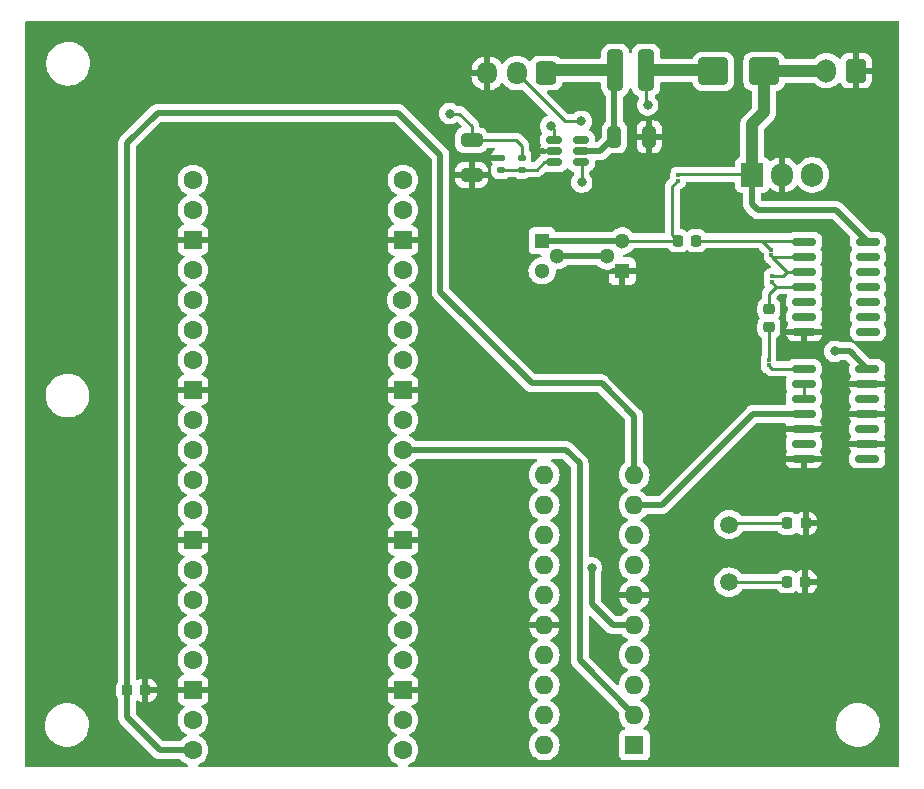
<source format=gbr>
%TF.GenerationSoftware,KiCad,Pcbnew,7.0.10-7.0.10~ubuntu22.04.1*%
%TF.CreationDate,2025-04-05T16:35:23+07:00*%
%TF.ProjectId,RNG,524e472e-6b69-4636-9164-5f7063625858,rev?*%
%TF.SameCoordinates,Original*%
%TF.FileFunction,Copper,L1,Top*%
%TF.FilePolarity,Positive*%
%FSLAX46Y46*%
G04 Gerber Fmt 4.6, Leading zero omitted, Abs format (unit mm)*
G04 Created by KiCad (PCBNEW 7.0.10-7.0.10~ubuntu22.04.1) date 2025-04-05 16:35:23*
%MOMM*%
%LPD*%
G01*
G04 APERTURE LIST*
G04 Aperture macros list*
%AMRoundRect*
0 Rectangle with rounded corners*
0 $1 Rounding radius*
0 $2 $3 $4 $5 $6 $7 $8 $9 X,Y pos of 4 corners*
0 Add a 4 corners polygon primitive as box body*
4,1,4,$2,$3,$4,$5,$6,$7,$8,$9,$2,$3,0*
0 Add four circle primitives for the rounded corners*
1,1,$1+$1,$2,$3*
1,1,$1+$1,$4,$5*
1,1,$1+$1,$6,$7*
1,1,$1+$1,$8,$9*
0 Add four rect primitives between the rounded corners*
20,1,$1+$1,$2,$3,$4,$5,0*
20,1,$1+$1,$4,$5,$6,$7,0*
20,1,$1+$1,$6,$7,$8,$9,0*
20,1,$1+$1,$8,$9,$2,$3,0*%
G04 Aperture macros list end*
%TA.AperFunction,SMDPad,CuDef*%
%ADD10RoundRect,0.150000X-0.875000X-0.150000X0.875000X-0.150000X0.875000X0.150000X-0.875000X0.150000X0*%
%TD*%
%TA.AperFunction,SMDPad,CuDef*%
%ADD11RoundRect,0.225000X0.225000X0.250000X-0.225000X0.250000X-0.225000X-0.250000X0.225000X-0.250000X0*%
%TD*%
%TA.AperFunction,SMDPad,CuDef*%
%ADD12RoundRect,0.225000X-0.225000X-0.250000X0.225000X-0.250000X0.225000X0.250000X-0.225000X0.250000X0*%
%TD*%
%TA.AperFunction,SMDPad,CuDef*%
%ADD13RoundRect,0.150000X-0.512500X-0.150000X0.512500X-0.150000X0.512500X0.150000X-0.512500X0.150000X0*%
%TD*%
%TA.AperFunction,SMDPad,CuDef*%
%ADD14RoundRect,0.135000X0.185000X-0.135000X0.185000X0.135000X-0.185000X0.135000X-0.185000X-0.135000X0*%
%TD*%
%TA.AperFunction,SMDPad,CuDef*%
%ADD15RoundRect,0.250000X-0.650000X0.325000X-0.650000X-0.325000X0.650000X-0.325000X0.650000X0.325000X0*%
%TD*%
%TA.AperFunction,ComponentPad*%
%ADD16R,1.300000X1.300000*%
%TD*%
%TA.AperFunction,ComponentPad*%
%ADD17C,1.300000*%
%TD*%
%TA.AperFunction,SMDPad,CuDef*%
%ADD18RoundRect,0.350000X-0.350000X-1.400000X0.350000X-1.400000X0.350000X1.400000X-0.350000X1.400000X0*%
%TD*%
%TA.AperFunction,SMDPad,CuDef*%
%ADD19RoundRect,0.250000X1.000000X0.900000X-1.000000X0.900000X-1.000000X-0.900000X1.000000X-0.900000X0*%
%TD*%
%TA.AperFunction,SMDPad,CuDef*%
%ADD20RoundRect,0.075000X-0.075000X0.125000X-0.075000X-0.125000X0.075000X-0.125000X0.075000X0.125000X0*%
%TD*%
%TA.AperFunction,ComponentPad*%
%ADD21C,1.600000*%
%TD*%
%TA.AperFunction,ComponentPad*%
%ADD22RoundRect,0.200000X0.600000X0.600000X-0.600000X0.600000X-0.600000X-0.600000X0.600000X-0.600000X0*%
%TD*%
%TA.AperFunction,ComponentPad*%
%ADD23R,1.600000X1.600000*%
%TD*%
%TA.AperFunction,ComponentPad*%
%ADD24O,1.600000X1.600000*%
%TD*%
%TA.AperFunction,SMDPad,CuDef*%
%ADD25RoundRect,0.250000X0.325000X0.650000X-0.325000X0.650000X-0.325000X-0.650000X0.325000X-0.650000X0*%
%TD*%
%TA.AperFunction,ComponentPad*%
%ADD26RoundRect,0.250000X0.600000X0.725000X-0.600000X0.725000X-0.600000X-0.725000X0.600000X-0.725000X0*%
%TD*%
%TA.AperFunction,ComponentPad*%
%ADD27O,1.700000X1.950000*%
%TD*%
%TA.AperFunction,ComponentPad*%
%ADD28R,1.905000X2.000000*%
%TD*%
%TA.AperFunction,ComponentPad*%
%ADD29O,1.905000X2.000000*%
%TD*%
%TA.AperFunction,SMDPad,CuDef*%
%ADD30RoundRect,0.225000X-0.250000X0.225000X-0.250000X-0.225000X0.250000X-0.225000X0.250000X0.225000X0*%
%TD*%
%TA.AperFunction,ComponentPad*%
%ADD31RoundRect,0.250000X0.600000X0.750000X-0.600000X0.750000X-0.600000X-0.750000X0.600000X-0.750000X0*%
%TD*%
%TA.AperFunction,ComponentPad*%
%ADD32O,1.700000X2.000000*%
%TD*%
%TA.AperFunction,ComponentPad*%
%ADD33C,1.500000*%
%TD*%
%TA.AperFunction,SMDPad,CuDef*%
%ADD34RoundRect,0.135000X-0.185000X0.135000X-0.185000X-0.135000X0.185000X-0.135000X0.185000X0.135000X0*%
%TD*%
%TA.AperFunction,ViaPad*%
%ADD35C,0.800000*%
%TD*%
%TA.AperFunction,Conductor*%
%ADD36C,0.250000*%
%TD*%
%TA.AperFunction,Conductor*%
%ADD37C,0.500000*%
%TD*%
%TA.AperFunction,Conductor*%
%ADD38C,1.000000*%
%TD*%
G04 APERTURE END LIST*
D10*
%TO.P,,1*%
%TO.N,Net-(C1-Pad2)*%
X80045600Y-84861400D03*
%TO.P,,2*%
%TO.N,Net-(R2-Pad2)*%
X80045600Y-86131400D03*
%TO.P,,3*%
X80045600Y-87401400D03*
%TO.P,,4*%
%TO.N,Net-(C2-Pad1)*%
X80045600Y-88671400D03*
%TO.P,,5*%
%TO.N,unconnected-(U2-Pad5)*%
X80045600Y-89941400D03*
%TO.P,,6*%
%TO.N,unconnected-(U2-Pad6)*%
X80045600Y-91211400D03*
%TO.P,,7,VSS*%
%TO.N,Net-(A1-AGND)*%
X80045600Y-92481400D03*
%TO.P,,8*%
%TO.N,unconnected-(U2-Pad8)*%
X85445600Y-92481400D03*
%TO.P,,9*%
%TO.N,unconnected-(U2-Pad9)*%
X85445600Y-91211400D03*
%TO.P,,10*%
%TO.N,unconnected-(U2-Pad10)*%
X85445600Y-89941400D03*
%TO.P,,11*%
%TO.N,unconnected-(U2-Pad11)*%
X85445600Y-88671400D03*
%TO.P,,12*%
%TO.N,unconnected-(U2-Pad12)*%
X85445600Y-87401400D03*
%TO.P,,13*%
%TO.N,unconnected-(U2-Pad13)*%
X85445600Y-86131400D03*
%TO.P,,14,VDD*%
%TO.N,Net-(D1-K)*%
X85445600Y-84861400D03*
%TD*%
%TO.P,,1*%
%TO.N,Net-(R4-Pad2)*%
X79994800Y-95631000D03*
%TO.P,,2*%
%TO.N,Net-(U1-Pad2)*%
X79994800Y-96901000D03*
%TO.P,,3*%
X79994800Y-98171000D03*
%TO.P,,4*%
%TO.N,Net-(U6-PB6)*%
X79994800Y-99441000D03*
%TO.P,,5*%
%TO.N,Net-(A1-AGND)*%
X79994800Y-100711000D03*
%TO.P,,6*%
%TO.N,unconnected-(U1-Pad6)*%
X79994800Y-101981000D03*
%TO.P,,7,VSS*%
%TO.N,Net-(A1-AGND)*%
X79994800Y-103251000D03*
%TO.P,,8*%
%TO.N,unconnected-(U1-Pad8)*%
X85394800Y-103251000D03*
%TO.P,,9*%
%TO.N,Net-(A1-AGND)*%
X85394800Y-101981000D03*
%TO.P,,10*%
%TO.N,unconnected-(U1-Pad10)*%
X85394800Y-100711000D03*
%TO.P,,11*%
%TO.N,Net-(A1-AGND)*%
X85394800Y-99441000D03*
%TO.P,,12*%
%TO.N,unconnected-(U1-Pad12)*%
X85394800Y-98171000D03*
%TO.P,,13*%
%TO.N,Net-(A1-AGND)*%
X85394800Y-96901000D03*
%TO.P,,14,VDD*%
%TO.N,Net-(A1-VBUS)*%
X85394800Y-95631000D03*
%TD*%
D11*
%TO.P,C6,1*%
%TO.N,Net-(A1-AGND)*%
X80150000Y-113665000D03*
%TO.P,C6,2*%
%TO.N,Net-(U6-XTAL1{slash}PB4)*%
X78600000Y-113665000D03*
%TD*%
D12*
%TO.P,C1,1*%
%TO.N,Net-(Q1-C)*%
X69342000Y-84785200D03*
%TO.P,C1,2*%
%TO.N,Net-(C1-Pad2)*%
X70892000Y-84785200D03*
%TD*%
D11*
%TO.P,C5,1*%
%TO.N,Net-(A1-AGND)*%
X80175400Y-108712000D03*
%TO.P,C5,2*%
%TO.N,Net-(U6-XTAL2{slash}PB5)*%
X78625400Y-108712000D03*
%TD*%
D13*
%TO.P,U5,1,SW*%
%TO.N,Net-(D1-A)*%
X58877200Y-76250800D03*
%TO.P,U5,2,GND*%
%TO.N,Net-(A1-AGND)*%
X58877200Y-77200800D03*
%TO.P,U5,3,FB*%
%TO.N,Net-(U5-FB)*%
X58877200Y-78150800D03*
%TO.P,U5,4,EN*%
%TO.N,Net-(J1-Pin_2)*%
X61152200Y-78150800D03*
%TO.P,U5,5,IN*%
%TO.N,Net-(J1-Pin_1)*%
X61152200Y-77200800D03*
%TO.P,U5,6,NC*%
%TO.N,unconnected-(U5-NC-Pad6)*%
X61152200Y-76250800D03*
%TD*%
D14*
%TO.P,R6,1*%
%TO.N,Net-(U5-FB)*%
X54381400Y-78794800D03*
%TO.P,R6,2*%
%TO.N,Net-(A1-AGND)*%
X54381400Y-77774800D03*
%TD*%
D15*
%TO.P,C4,1*%
%TO.N,Net-(D1-K)*%
X51892200Y-76274400D03*
%TO.P,C4,2*%
%TO.N,Net-(A1-AGND)*%
X51892200Y-79224400D03*
%TD*%
D16*
%TO.P,Q2,1,E*%
%TO.N,Net-(Q1-C)*%
X57856800Y-84785200D03*
D17*
%TO.P,Q2,2,B*%
%TO.N,Net-(Q1-B)*%
X59126800Y-86055200D03*
%TO.P,Q2,3,C*%
%TO.N,unconnected-(Q2-C-Pad3)*%
X57856800Y-87325200D03*
%TD*%
D18*
%TO.P,L1,1,1*%
%TO.N,Net-(J1-Pin_1)*%
X64049600Y-70358000D03*
%TO.P,L1,2,2*%
%TO.N,Net-(D1-A)*%
X66649600Y-70358000D03*
%TD*%
D19*
%TO.P,D1,1,K*%
%TO.N,Net-(D1-K)*%
X76657200Y-70434200D03*
%TO.P,D1,2,A*%
%TO.N,Net-(D1-A)*%
X72357200Y-70434200D03*
%TD*%
D20*
%TO.P,R2,1*%
%TO.N,Net-(C1-Pad2)*%
X77266800Y-85530200D03*
%TO.P,R2,2*%
%TO.N,Net-(R2-Pad2)*%
X77266800Y-86030200D03*
%TD*%
%TO.P,R4,1*%
%TO.N,Net-(C2-Pad2)*%
X77038200Y-94843200D03*
%TO.P,R4,2*%
%TO.N,Net-(R4-Pad2)*%
X77038200Y-95343200D03*
%TD*%
%TO.P,R1,1*%
%TO.N,Net-(D1-K)*%
X69367400Y-79201200D03*
%TO.P,R1,2*%
%TO.N,Net-(Q1-C)*%
X69367400Y-79701200D03*
%TD*%
D21*
%TO.P,A1,1,GP0*%
%TO.N,Net-(A1-GP0)*%
X46075600Y-127914400D03*
%TO.P,A1,2,GP1*%
%TO.N,Net-(A1-GP1)*%
X46075600Y-125374400D03*
D22*
%TO.P,A1,3,GND*%
%TO.N,Net-(A1-AGND)*%
X46075600Y-122834400D03*
D21*
%TO.P,A1,4,GP2*%
%TO.N,Net-(A1-GP2)*%
X46075600Y-120294400D03*
%TO.P,A1,5,GP3*%
%TO.N,Net-(A1-GP3)*%
X46075600Y-117754400D03*
%TO.P,A1,6,GP4*%
%TO.N,Net-(A1-GP4)*%
X46075600Y-115214400D03*
%TO.P,A1,7,GP5*%
%TO.N,Net-(A1-GP5)*%
X46075600Y-112674400D03*
D22*
%TO.P,A1,8,GND*%
%TO.N,Net-(A1-AGND)*%
X46075600Y-110134400D03*
D21*
%TO.P,A1,9,GP6*%
%TO.N,Net-(A1-GP6)*%
X46075600Y-107594400D03*
%TO.P,A1,10,GP7*%
%TO.N,Net-(A1-GP7)*%
X46075600Y-105054400D03*
%TO.P,A1,11,GP8*%
%TO.N,Net-(A1-GP8)*%
X46075600Y-102514400D03*
%TO.P,A1,12,GP9*%
%TO.N,unconnected-(A1-GP9-Pad12)*%
X46075600Y-99974400D03*
D22*
%TO.P,A1,13,GND*%
%TO.N,Net-(A1-AGND)*%
X46075600Y-97434400D03*
D21*
%TO.P,A1,14,GP10*%
%TO.N,unconnected-(A1-GP10-Pad14)*%
X46075600Y-94894400D03*
%TO.P,A1,15,GP11*%
%TO.N,unconnected-(A1-GP11-Pad15)*%
X46075600Y-92354400D03*
%TO.P,A1,16,GP12*%
%TO.N,unconnected-(A1-GP12-Pad16)*%
X46033719Y-89814400D03*
%TO.P,A1,17,GP13*%
%TO.N,unconnected-(A1-GP13-Pad17)*%
X46075600Y-87274400D03*
D22*
%TO.P,A1,18,GND*%
%TO.N,Net-(A1-AGND)*%
X46075600Y-84734400D03*
D21*
%TO.P,A1,19,GP14*%
%TO.N,unconnected-(A1-GP14-Pad19)*%
X46075600Y-82194400D03*
%TO.P,A1,20,GP15*%
%TO.N,unconnected-(A1-GP15-Pad20)*%
X46075600Y-79654400D03*
%TO.P,A1,21,GP16*%
%TO.N,unconnected-(A1-GP16-Pad21)*%
X28295600Y-79654400D03*
%TO.P,A1,22,GP17*%
%TO.N,unconnected-(A1-GP17-Pad22)*%
X28295600Y-82194400D03*
D22*
%TO.P,A1,23,GND*%
%TO.N,Net-(A1-AGND)*%
X28295600Y-84734400D03*
D21*
%TO.P,A1,24,GP18*%
%TO.N,unconnected-(A1-GP18-Pad24)*%
X28295600Y-87274400D03*
%TO.P,A1,25,GP19*%
%TO.N,unconnected-(A1-GP19-Pad25)*%
X28295600Y-89814400D03*
%TO.P,A1,26,GP20*%
%TO.N,unconnected-(A1-GP20-Pad26)*%
X28295600Y-92354400D03*
%TO.P,A1,27,GP21*%
%TO.N,unconnected-(A1-GP21-Pad27)*%
X28295600Y-94894400D03*
D22*
%TO.P,A1,28,GND*%
%TO.N,Net-(A1-AGND)*%
X28295600Y-97434400D03*
D21*
%TO.P,A1,29,GP22*%
%TO.N,unconnected-(A1-GP22-Pad29)*%
X28295600Y-99974400D03*
%TO.P,A1,30,RUN*%
%TO.N,unconnected-(A1-RUN-Pad30)*%
X28295600Y-102514400D03*
%TO.P,A1,31,GP26*%
%TO.N,unconnected-(A1-GP26-Pad31)*%
X28295600Y-105054400D03*
%TO.P,A1,32,GP27*%
%TO.N,unconnected-(A1-GP27-Pad32)*%
X28295600Y-107594400D03*
D22*
%TO.P,A1,33,AGND*%
%TO.N,Net-(A1-AGND)*%
X28295600Y-110134400D03*
D21*
%TO.P,A1,34,GP28*%
%TO.N,unconnected-(A1-GP28-Pad34)*%
X28295600Y-112674400D03*
%TO.P,A1,35,ADC_VREF*%
%TO.N,unconnected-(A1-ADC_VREF-Pad35)*%
X28295600Y-115214400D03*
%TO.P,A1,36,3V3_OUT*%
%TO.N,unconnected-(A1-3V3_OUT-Pad36)*%
X28295600Y-117754400D03*
%TO.P,A1,37,3V3_EN*%
%TO.N,unconnected-(A1-3V3_EN-Pad37)*%
X28295600Y-120294400D03*
D22*
%TO.P,A1,38,GND*%
%TO.N,Net-(A1-AGND)*%
X28295600Y-122834400D03*
D21*
%TO.P,A1,39,VSYS*%
%TO.N,unconnected-(A1-VSYS-Pad39)*%
X28295600Y-125374400D03*
%TO.P,A1,40,VBUS*%
%TO.N,Net-(A1-VBUS)*%
X28295600Y-127914400D03*
%TD*%
D23*
%TO.P,U6,1,PB0*%
%TO.N,unconnected-(U6-PB0-Pad1)*%
X65659000Y-127482600D03*
D24*
%TO.P,U6,2,PB1*%
%TO.N,Net-(A1-GP8)*%
X65659000Y-124942600D03*
%TO.P,U6,3,PB2*%
%TO.N,unconnected-(U6-PB2-Pad3)*%
X65659000Y-122402600D03*
%TO.P,U6,4,PB3*%
%TO.N,unconnected-(U6-PB3-Pad4)*%
X65659000Y-119862600D03*
%TO.P,U6,5,VCC*%
%TO.N,Net-(A1-VBUS)*%
X65659000Y-117322600D03*
%TO.P,U6,6,GND*%
%TO.N,Net-(A1-AGND)*%
X65659000Y-114782600D03*
%TO.P,U6,7,XTAL1/PB4*%
%TO.N,Net-(U6-XTAL1{slash}PB4)*%
X65659000Y-112242600D03*
%TO.P,U6,8,XTAL2/PB5*%
%TO.N,Net-(U6-XTAL2{slash}PB5)*%
X65659000Y-109702600D03*
%TO.P,U6,9,PB6*%
%TO.N,Net-(U6-PB6)*%
X65659000Y-107162600D03*
%TO.P,U6,10,~{RESET}/PB7*%
%TO.N,Net-(A1-VBUS)*%
X65659000Y-104622600D03*
%TO.P,U6,11,PA7*%
%TO.N,Net-(A1-GP7)*%
X58039000Y-104622600D03*
%TO.P,U6,12,PA6*%
%TO.N,Net-(A1-GP6)*%
X58039000Y-107162600D03*
%TO.P,U6,13,PA5*%
%TO.N,Net-(A1-GP5)*%
X58039000Y-109702600D03*
%TO.P,U6,14,PA4*%
%TO.N,Net-(A1-GP4)*%
X58039000Y-112242600D03*
%TO.P,U6,15,AVCC*%
%TO.N,Net-(A1-VBUS)*%
X58039000Y-114782600D03*
%TO.P,U6,16,AGND*%
%TO.N,Net-(A1-AGND)*%
X58039000Y-117322600D03*
%TO.P,U6,17,AREF/PA3*%
%TO.N,Net-(A1-GP3)*%
X58039000Y-119862600D03*
%TO.P,U6,18,PA2*%
%TO.N,Net-(A1-GP2)*%
X58039000Y-122402600D03*
%TO.P,U6,19,PA1*%
%TO.N,Net-(A1-GP1)*%
X58039000Y-124942600D03*
%TO.P,U6,20,PA0*%
%TO.N,Net-(A1-GP0)*%
X58039000Y-127482600D03*
%TD*%
D25*
%TO.P,C3,1*%
%TO.N,Net-(A1-AGND)*%
X66932600Y-75996800D03*
%TO.P,C3,2*%
%TO.N,Net-(J1-Pin_1)*%
X63982600Y-75996800D03*
%TD*%
D26*
%TO.P,J1,1,Pin_1*%
%TO.N,Net-(J1-Pin_1)*%
X58216800Y-70586600D03*
D27*
%TO.P,J1,2,Pin_2*%
%TO.N,Net-(J1-Pin_2)*%
X55716800Y-70586600D03*
%TO.P,J1,3,Pin_3*%
%TO.N,Net-(A1-AGND)*%
X53216800Y-70586600D03*
%TD*%
D11*
%TO.P,C7,1*%
%TO.N,Net-(A1-AGND)*%
X24270000Y-122834400D03*
%TO.P,C7,2*%
%TO.N,Net-(A1-VBUS)*%
X22720000Y-122834400D03*
%TD*%
D28*
%TO.P,U3,1,VI*%
%TO.N,Net-(D1-K)*%
X75641200Y-79202400D03*
D29*
%TO.P,U3,2,GND*%
%TO.N,Net-(A1-AGND)*%
X78181200Y-79202400D03*
%TO.P,U3,3,VO*%
%TO.N,Net-(A1-VBUS)*%
X80721200Y-79202400D03*
%TD*%
D30*
%TO.P,C2,1*%
%TO.N,Net-(C2-Pad1)*%
X77063600Y-90563400D03*
%TO.P,C2,2*%
%TO.N,Net-(C2-Pad2)*%
X77063600Y-92113400D03*
%TD*%
D16*
%TO.P,Q1,1,E*%
%TO.N,Net-(A1-AGND)*%
X64643000Y-87350600D03*
D17*
%TO.P,Q1,2,B*%
%TO.N,Net-(Q1-B)*%
X63373000Y-86080600D03*
%TO.P,Q1,3,C*%
%TO.N,Net-(Q1-C)*%
X64643000Y-84810600D03*
%TD*%
D31*
%TO.P,J2,1,Pin_1*%
%TO.N,Net-(A1-AGND)*%
X84429600Y-70383400D03*
D32*
%TO.P,J2,2,Pin_2*%
%TO.N,Net-(D1-K)*%
X81929600Y-70383400D03*
%TD*%
D33*
%TO.P,Y1,1,1*%
%TO.N,Net-(U6-XTAL1{slash}PB4)*%
X73685400Y-113693600D03*
%TO.P,Y1,2,2*%
%TO.N,Net-(U6-XTAL2{slash}PB5)*%
X73685400Y-108813600D03*
%TD*%
D34*
%TO.P,R5,1*%
%TO.N,Net-(D1-K)*%
X56134000Y-77747400D03*
%TO.P,R5,2*%
%TO.N,Net-(U5-FB)*%
X56134000Y-78767400D03*
%TD*%
D20*
%TO.P,R3,1*%
%TO.N,Net-(R2-Pad2)*%
X77317600Y-87786400D03*
%TO.P,R3,2*%
%TO.N,Net-(C2-Pad1)*%
X77317600Y-88286400D03*
%TD*%
D35*
%TO.N,Net-(D1-A)*%
X58572400Y-75082400D03*
X66802000Y-73304400D03*
%TO.N,Net-(D1-K)*%
X50038000Y-74015600D03*
%TO.N,Net-(A1-AGND)*%
X52425600Y-111048800D03*
X52349400Y-121107200D03*
X62585600Y-118287800D03*
X24790400Y-82296000D03*
X82600800Y-96418400D03*
X61772800Y-126365000D03*
X71577200Y-74904600D03*
X36753800Y-97256600D03*
X82727800Y-88493600D03*
X24866600Y-117551200D03*
X61188600Y-82524600D03*
X52298600Y-106070400D03*
X61874400Y-100101400D03*
X50647600Y-99136200D03*
X62534800Y-74396600D03*
X37033200Y-84937600D03*
X48392932Y-70519094D03*
X36982400Y-122707400D03*
X24815800Y-125323600D03*
X36804600Y-110286800D03*
X52349400Y-123571000D03*
X63449200Y-108432600D03*
X52425600Y-126314200D03*
X85775800Y-75590400D03*
X53898800Y-73964800D03*
X52425600Y-108508800D03*
X57302400Y-77292200D03*
X72059800Y-82194400D03*
X68757800Y-93802200D03*
X61163200Y-88290400D03*
X52349400Y-116713000D03*
X62128400Y-71932800D03*
%TO.N,Net-(A1-VBUS)*%
X82626200Y-94157800D03*
X62052200Y-112471200D03*
%TO.N,Net-(J1-Pin_2)*%
X61214000Y-79832200D03*
X61188600Y-74676000D03*
%TD*%
D36*
%TO.N,Net-(Q1-C)*%
X69342000Y-84785200D02*
X68892400Y-84335600D01*
X68892400Y-80176200D02*
X69342400Y-79726200D01*
D37*
X57856800Y-84785200D02*
X64617600Y-84785200D01*
D36*
X64668400Y-84785200D02*
X64643000Y-84810600D01*
X69342000Y-84785200D02*
X64668400Y-84785200D01*
X68892400Y-84335600D02*
X68892400Y-80176200D01*
X69342400Y-79726200D02*
X69367400Y-79726200D01*
X57882200Y-84810600D02*
X57856800Y-84785200D01*
X64617600Y-84785200D02*
X64643000Y-84810600D01*
%TO.N,Net-(C1-Pad2)*%
X76454000Y-84785200D02*
X77174000Y-85505200D01*
X77174000Y-85505200D02*
X77266800Y-85505200D01*
X70892000Y-84785200D02*
X76454000Y-84785200D01*
X76454000Y-84785200D02*
X79969400Y-84785200D01*
X79969400Y-84785200D02*
X80045600Y-84861400D01*
%TO.N,Net-(C2-Pad1)*%
X77677600Y-88671400D02*
X77317600Y-88311400D01*
X80045600Y-88671400D02*
X77677600Y-88671400D01*
X77063600Y-89285400D02*
X77063600Y-90563400D01*
X77677600Y-88671400D02*
X77063600Y-89285400D01*
%TO.N,Net-(C2-Pad2)*%
X77063600Y-92113400D02*
X77063600Y-94792800D01*
X77063600Y-94792800D02*
X77038200Y-94818200D01*
%TO.N,Net-(Q1-B)*%
X63347600Y-86055200D02*
X63373000Y-86080600D01*
D37*
X59126800Y-86055200D02*
X63347600Y-86055200D01*
D36*
%TO.N,Net-(R2-Pad2)*%
X80045600Y-87401400D02*
X78613000Y-87401400D01*
X78613000Y-87401400D02*
X78253000Y-87761400D01*
X78253000Y-87761400D02*
X77317600Y-87761400D01*
X78613000Y-87401400D02*
X77343000Y-86131400D01*
X77343000Y-86131400D02*
X80045600Y-86131400D01*
%TO.N,Net-(R4-Pad2)*%
X77301000Y-95631000D02*
X77038200Y-95368200D01*
X79994800Y-95631000D02*
X77301000Y-95631000D01*
%TO.N,Net-(U1-Pad2)*%
X79994800Y-96901000D02*
X79994800Y-98171000D01*
D38*
%TO.N,Net-(J1-Pin_1)*%
X58445400Y-70358000D02*
X58216800Y-70586600D01*
D37*
X61152200Y-77200800D02*
X62778600Y-77200800D01*
D38*
X64049600Y-70358000D02*
X58445400Y-70358000D01*
D37*
X63982600Y-75996800D02*
X63982600Y-70425000D01*
X63982600Y-70425000D02*
X64049600Y-70358000D01*
X62778600Y-77200800D02*
X63982600Y-75996800D01*
D36*
%TO.N,Net-(D1-A)*%
X66802000Y-73304400D02*
X66649600Y-73152000D01*
X58877200Y-75387200D02*
X58572400Y-75082400D01*
D38*
X72281000Y-70358000D02*
X72357200Y-70434200D01*
D36*
X58877200Y-76250800D02*
X58877200Y-75387200D01*
D38*
X66649600Y-70358000D02*
X72281000Y-70358000D01*
D36*
X66649600Y-73152000D02*
X66649600Y-70358000D01*
%TO.N,Net-(D1-K)*%
X51892200Y-75057000D02*
X50850800Y-74015600D01*
X56134000Y-76733400D02*
X55675000Y-76274400D01*
D37*
X75641200Y-81686400D02*
X75641200Y-79202400D01*
D36*
X75615000Y-79176200D02*
X69367400Y-79176200D01*
D37*
X76149200Y-82194400D02*
X75641200Y-81686400D01*
D36*
X55675000Y-76274400D02*
X51892200Y-76274400D01*
X51892200Y-76274400D02*
X51892200Y-75057000D01*
X50850800Y-74015600D02*
X50038000Y-74015600D01*
X75641200Y-79202400D02*
X75615000Y-79176200D01*
D38*
X75641200Y-79202400D02*
X75641200Y-74930000D01*
X81878800Y-70434200D02*
X81929600Y-70383400D01*
X76657200Y-73914000D02*
X76657200Y-70434200D01*
X76657200Y-70434200D02*
X81878800Y-70434200D01*
X75641200Y-74930000D02*
X76657200Y-73914000D01*
D37*
X85445600Y-84861400D02*
X82778600Y-82194400D01*
D36*
X56134000Y-76733400D02*
X56134000Y-77747400D01*
D37*
X82778600Y-82194400D02*
X76149200Y-82194400D01*
D36*
%TO.N,Net-(U5-FB)*%
X54408800Y-78767400D02*
X54381400Y-78794800D01*
X57402000Y-78767400D02*
X58018600Y-78150800D01*
X56134000Y-78767400D02*
X57402000Y-78767400D01*
X58877200Y-78150800D02*
X58018600Y-78150800D01*
X56134000Y-78767400D02*
X54408800Y-78767400D01*
%TO.N,Net-(A1-AGND)*%
X78181200Y-79202400D02*
X78181200Y-79502000D01*
X80045600Y-92481400D02*
X80045600Y-92699800D01*
X58877200Y-77200800D02*
X57393800Y-77200800D01*
X57393800Y-77200800D02*
X57302400Y-77292200D01*
D37*
X24270000Y-122834400D02*
X28295600Y-122834400D01*
%TO.N,Net-(A1-GP8)*%
X61036200Y-120319800D02*
X61036200Y-103632000D01*
X61036200Y-103632000D02*
X59918600Y-102514400D01*
X59918600Y-102514400D02*
X46075600Y-102514400D01*
X65659000Y-124942600D02*
X61036200Y-120319800D01*
%TO.N,Net-(A1-VBUS)*%
X25298400Y-73939400D02*
X45643800Y-73939400D01*
X22720000Y-76517800D02*
X25298400Y-73939400D01*
X62052200Y-115544600D02*
X62052200Y-112471200D01*
X82651600Y-94132400D02*
X82626200Y-94157800D01*
X49250600Y-89103200D02*
X56997600Y-96850200D01*
X25501600Y-127914400D02*
X22720000Y-125132800D01*
X65659000Y-99618800D02*
X65659000Y-104622600D01*
X83896200Y-94132400D02*
X83616800Y-94132400D01*
X56997600Y-96850200D02*
X62890400Y-96850200D01*
X28295600Y-127914400D02*
X25501600Y-127914400D01*
X22720000Y-125132800D02*
X22720000Y-122834400D01*
X85394800Y-95631000D02*
X83896200Y-94132400D01*
X45643800Y-73939400D02*
X49250600Y-77546200D01*
X65659000Y-117322600D02*
X63830200Y-117322600D01*
X49250600Y-77546200D02*
X49250600Y-89103200D01*
X63830200Y-117322600D02*
X62052200Y-115544600D01*
X83616800Y-94132400D02*
X82651600Y-94132400D01*
X62890400Y-96850200D02*
X65659000Y-99618800D01*
X22720000Y-122834400D02*
X22720000Y-76517800D01*
D36*
%TO.N,Net-(J1-Pin_2)*%
X55716800Y-70586600D02*
X59806200Y-74676000D01*
X61214000Y-79832200D02*
X61214000Y-78212600D01*
X59806200Y-74676000D02*
X61188600Y-74676000D01*
%TO.N,Net-(U6-XTAL2{slash}PB5)*%
X73787000Y-108712000D02*
X73685400Y-108813600D01*
X78625400Y-108712000D02*
X73787000Y-108712000D01*
%TO.N,Net-(U6-XTAL1{slash}PB4)*%
X78600000Y-113665000D02*
X73714000Y-113665000D01*
X73714000Y-113665000D02*
X73685400Y-113693600D01*
D37*
%TO.N,Net-(U6-PB6)*%
X79994800Y-99441000D02*
X75717400Y-99441000D01*
X75717400Y-99441000D02*
X67995800Y-107162600D01*
X67995800Y-107162600D02*
X65659000Y-107162600D01*
%TD*%
%TA.AperFunction,Conductor*%
%TO.N,Net-(A1-AGND)*%
G36*
X62792139Y-71378185D02*
G01*
X62837894Y-71430989D01*
X62849100Y-71482500D01*
X62849100Y-71831951D01*
X62851917Y-71873499D01*
X62888105Y-72019012D01*
X62896563Y-72053021D01*
X62896563Y-72053022D01*
X62896564Y-72053023D01*
X62978756Y-72218750D01*
X63094657Y-72362937D01*
X63094662Y-72362942D01*
X63185787Y-72436190D01*
X63225706Y-72493533D01*
X63232100Y-72532837D01*
X63232100Y-74659932D01*
X63212415Y-74726971D01*
X63193216Y-74748146D01*
X63194051Y-74748981D01*
X63064889Y-74878142D01*
X62972787Y-75027463D01*
X62972785Y-75027468D01*
X62954583Y-75082400D01*
X62917601Y-75194003D01*
X62917601Y-75194004D01*
X62917600Y-75194004D01*
X62907100Y-75296783D01*
X62907100Y-75959569D01*
X62887415Y-76026608D01*
X62870781Y-76047250D01*
X62526881Y-76391150D01*
X62465558Y-76424635D01*
X62395866Y-76419651D01*
X62339933Y-76377779D01*
X62315516Y-76312315D01*
X62315200Y-76303469D01*
X62315200Y-76035113D01*
X62315199Y-76035098D01*
X62313855Y-76018024D01*
X62312298Y-75998231D01*
X62303570Y-75968190D01*
X62275776Y-75872523D01*
X62266444Y-75840402D01*
X62182781Y-75698935D01*
X62182779Y-75698933D01*
X62182776Y-75698929D01*
X62066570Y-75582723D01*
X62066562Y-75582717D01*
X61925096Y-75499055D01*
X61925094Y-75499054D01*
X61904204Y-75492985D01*
X61845318Y-75455378D01*
X61816113Y-75391905D01*
X61825860Y-75322718D01*
X61846646Y-75290941D01*
X61921133Y-75208216D01*
X62015779Y-75044284D01*
X62074274Y-74864256D01*
X62094060Y-74676000D01*
X62074274Y-74487744D01*
X62015779Y-74307716D01*
X61921133Y-74143784D01*
X61794471Y-74003112D01*
X61794470Y-74003111D01*
X61641334Y-73891851D01*
X61641329Y-73891848D01*
X61468407Y-73814857D01*
X61468402Y-73814855D01*
X61322601Y-73783865D01*
X61283246Y-73775500D01*
X61093954Y-73775500D01*
X61061497Y-73782398D01*
X60908797Y-73814855D01*
X60908792Y-73814857D01*
X60735870Y-73891848D01*
X60735865Y-73891851D01*
X60582730Y-74003110D01*
X60582726Y-74003114D01*
X60577000Y-74009474D01*
X60517513Y-74046121D01*
X60484852Y-74050500D01*
X60116652Y-74050500D01*
X60049613Y-74030815D01*
X60028971Y-74014181D01*
X58288571Y-72273780D01*
X58255086Y-72212457D01*
X58260070Y-72142765D01*
X58301942Y-72086832D01*
X58367406Y-72062415D01*
X58376252Y-72062099D01*
X58866802Y-72062099D01*
X58866808Y-72062099D01*
X58969597Y-72051599D01*
X59136134Y-71996414D01*
X59285456Y-71904312D01*
X59409512Y-71780256D01*
X59501614Y-71630934D01*
X59556799Y-71464397D01*
X59556800Y-71464384D01*
X59558217Y-71457773D01*
X59560946Y-71458357D01*
X59582629Y-71405211D01*
X59639808Y-71365057D01*
X59679595Y-71358500D01*
X62725100Y-71358500D01*
X62792139Y-71378185D01*
G37*
%TD.AperFunction*%
%TA.AperFunction,Conductor*%
G36*
X88055139Y-66212585D02*
G01*
X88100894Y-66265389D01*
X88112100Y-66316900D01*
X88112100Y-129237700D01*
X88092415Y-129304739D01*
X88039611Y-129350494D01*
X87988100Y-129361700D01*
X46608429Y-129361700D01*
X46541390Y-129342015D01*
X46495635Y-129289211D01*
X46485691Y-129220053D01*
X46514716Y-129156497D01*
X46556024Y-129125318D01*
X46728334Y-129044968D01*
X46914739Y-128914447D01*
X47075647Y-128753539D01*
X47206168Y-128567134D01*
X47302339Y-128360896D01*
X47361235Y-128141092D01*
X47381068Y-127914400D01*
X47361235Y-127687708D01*
X47302339Y-127467904D01*
X47206168Y-127261666D01*
X47075647Y-127075261D01*
X47075645Y-127075258D01*
X46914741Y-126914354D01*
X46728334Y-126783832D01*
X46728328Y-126783829D01*
X46670325Y-126756782D01*
X46617885Y-126710610D01*
X46598733Y-126643417D01*
X46618948Y-126576535D01*
X46670325Y-126532018D01*
X46728334Y-126504968D01*
X46914739Y-126374447D01*
X47075647Y-126213539D01*
X47206168Y-126027134D01*
X47302339Y-125820896D01*
X47361235Y-125601092D01*
X47381068Y-125374400D01*
X47361235Y-125147708D01*
X47302339Y-124927904D01*
X47206168Y-124721666D01*
X47075647Y-124535261D01*
X47075645Y-124535258D01*
X46914742Y-124374355D01*
X46904689Y-124367316D01*
X46843598Y-124324540D01*
X46799974Y-124269965D01*
X46792780Y-124200467D01*
X46824302Y-124138112D01*
X46877831Y-124104581D01*
X46964996Y-124077418D01*
X47110477Y-123989472D01*
X47230672Y-123869277D01*
X47318619Y-123723795D01*
X47369190Y-123561506D01*
X47375600Y-123490972D01*
X47375600Y-123084400D01*
X46509286Y-123084400D01*
X46535093Y-123044244D01*
X46575600Y-122906289D01*
X46575600Y-122762511D01*
X46535093Y-122624556D01*
X46509286Y-122584400D01*
X47375599Y-122584400D01*
X47375599Y-122177817D01*
X47369191Y-122107297D01*
X47369190Y-122107292D01*
X47318618Y-121945003D01*
X47230672Y-121799522D01*
X47110477Y-121679327D01*
X46964996Y-121591381D01*
X46877831Y-121564219D01*
X46819684Y-121525481D01*
X46791710Y-121461456D01*
X46802792Y-121392471D01*
X46843598Y-121344259D01*
X46914739Y-121294447D01*
X47075647Y-121133539D01*
X47206168Y-120947134D01*
X47302339Y-120740896D01*
X47361235Y-120521092D01*
X47381068Y-120294400D01*
X47361235Y-120067708D01*
X47302339Y-119847904D01*
X47206168Y-119641666D01*
X47075647Y-119455261D01*
X47075645Y-119455258D01*
X46914741Y-119294354D01*
X46728334Y-119163832D01*
X46728328Y-119163829D01*
X46670325Y-119136782D01*
X46617885Y-119090610D01*
X46598733Y-119023417D01*
X46618948Y-118956535D01*
X46670325Y-118912018D01*
X46728334Y-118884968D01*
X46914739Y-118754447D01*
X47075647Y-118593539D01*
X47206168Y-118407134D01*
X47302339Y-118200896D01*
X47361235Y-117981092D01*
X47381068Y-117754400D01*
X47361235Y-117527708D01*
X47302339Y-117307904D01*
X47206168Y-117101666D01*
X47075647Y-116915261D01*
X47075645Y-116915258D01*
X46914741Y-116754354D01*
X46728334Y-116623832D01*
X46728328Y-116623829D01*
X46670325Y-116596782D01*
X46617885Y-116550610D01*
X46598733Y-116483417D01*
X46618948Y-116416535D01*
X46670325Y-116372018D01*
X46728334Y-116344968D01*
X46914739Y-116214447D01*
X47075647Y-116053539D01*
X47206168Y-115867134D01*
X47302339Y-115660896D01*
X47361235Y-115441092D01*
X47381068Y-115214400D01*
X47361235Y-114987708D01*
X47302339Y-114767904D01*
X47206168Y-114561666D01*
X47075647Y-114375261D01*
X47075645Y-114375258D01*
X46914741Y-114214354D01*
X46728334Y-114083832D01*
X46728328Y-114083829D01*
X46700638Y-114070917D01*
X46670324Y-114056781D01*
X46617885Y-114010610D01*
X46598733Y-113943417D01*
X46618948Y-113876535D01*
X46670325Y-113832018D01*
X46728334Y-113804968D01*
X46914739Y-113674447D01*
X47075647Y-113513539D01*
X47206168Y-113327134D01*
X47302339Y-113120896D01*
X47361235Y-112901092D01*
X47381068Y-112674400D01*
X47361235Y-112447708D01*
X47302339Y-112227904D01*
X47206168Y-112021666D01*
X47075647Y-111835261D01*
X47075645Y-111835258D01*
X46914742Y-111674355D01*
X46904689Y-111667316D01*
X46843598Y-111624540D01*
X46799974Y-111569965D01*
X46792780Y-111500467D01*
X46824302Y-111438112D01*
X46877831Y-111404581D01*
X46964996Y-111377418D01*
X47110477Y-111289472D01*
X47230672Y-111169277D01*
X47318619Y-111023795D01*
X47369190Y-110861506D01*
X47375600Y-110790972D01*
X47375600Y-110384400D01*
X46509286Y-110384400D01*
X46535093Y-110344244D01*
X46575600Y-110206289D01*
X46575600Y-110062511D01*
X46535093Y-109924556D01*
X46509286Y-109884400D01*
X47375599Y-109884400D01*
X47375599Y-109477817D01*
X47369191Y-109407297D01*
X47369190Y-109407292D01*
X47318618Y-109245003D01*
X47230672Y-109099522D01*
X47110477Y-108979327D01*
X46964996Y-108891381D01*
X46877831Y-108864219D01*
X46819684Y-108825481D01*
X46791710Y-108761456D01*
X46802792Y-108692471D01*
X46843598Y-108644259D01*
X46914739Y-108594447D01*
X47075647Y-108433539D01*
X47206168Y-108247134D01*
X47302339Y-108040896D01*
X47361235Y-107821092D01*
X47381068Y-107594400D01*
X47361235Y-107367708D01*
X47302339Y-107147904D01*
X47206168Y-106941666D01*
X47075647Y-106755261D01*
X47075645Y-106755258D01*
X46914741Y-106594354D01*
X46728334Y-106463832D01*
X46728328Y-106463829D01*
X46670325Y-106436782D01*
X46617885Y-106390610D01*
X46598733Y-106323417D01*
X46618948Y-106256535D01*
X46670325Y-106212018D01*
X46728334Y-106184968D01*
X46914739Y-106054447D01*
X47075647Y-105893539D01*
X47206168Y-105707134D01*
X47302339Y-105500896D01*
X47361235Y-105281092D01*
X47381068Y-105054400D01*
X47361235Y-104827708D01*
X47302339Y-104607904D01*
X47206168Y-104401666D01*
X47075647Y-104215261D01*
X47075645Y-104215258D01*
X46914741Y-104054354D01*
X46728334Y-103923832D01*
X46728328Y-103923829D01*
X46670325Y-103896782D01*
X46617885Y-103850610D01*
X46598733Y-103783417D01*
X46618948Y-103716535D01*
X46670325Y-103672018D01*
X46728334Y-103644968D01*
X46914739Y-103514447D01*
X47075647Y-103353539D01*
X47100688Y-103317777D01*
X47155265Y-103274152D01*
X47202263Y-103264900D01*
X57317367Y-103264900D01*
X57384406Y-103284585D01*
X57430161Y-103337389D01*
X57440105Y-103406547D01*
X57411080Y-103470103D01*
X57388490Y-103490475D01*
X57386266Y-103492031D01*
X57386266Y-103492032D01*
X57373458Y-103501000D01*
X57199858Y-103622554D01*
X57038954Y-103783458D01*
X56908432Y-103969865D01*
X56908431Y-103969867D01*
X56812261Y-104176102D01*
X56812258Y-104176111D01*
X56753366Y-104395902D01*
X56753364Y-104395913D01*
X56733532Y-104622598D01*
X56733532Y-104622601D01*
X56753364Y-104849286D01*
X56753366Y-104849297D01*
X56812258Y-105069088D01*
X56812261Y-105069097D01*
X56908431Y-105275332D01*
X56908432Y-105275334D01*
X57038954Y-105461741D01*
X57199858Y-105622645D01*
X57199861Y-105622647D01*
X57386266Y-105753168D01*
X57444275Y-105780218D01*
X57496714Y-105826391D01*
X57515866Y-105893584D01*
X57495650Y-105960465D01*
X57444275Y-106004982D01*
X57386267Y-106032031D01*
X57386265Y-106032032D01*
X57199858Y-106162554D01*
X57038954Y-106323458D01*
X56908432Y-106509865D01*
X56908431Y-106509867D01*
X56812261Y-106716102D01*
X56812258Y-106716111D01*
X56753366Y-106935902D01*
X56753364Y-106935913D01*
X56733532Y-107162598D01*
X56733532Y-107162601D01*
X56753364Y-107389286D01*
X56753366Y-107389297D01*
X56812258Y-107609088D01*
X56812261Y-107609097D01*
X56908431Y-107815332D01*
X56908432Y-107815334D01*
X57038954Y-108001741D01*
X57199858Y-108162645D01*
X57199861Y-108162647D01*
X57386266Y-108293168D01*
X57431781Y-108314392D01*
X57444275Y-108320218D01*
X57496714Y-108366391D01*
X57515866Y-108433584D01*
X57495650Y-108500465D01*
X57444275Y-108544982D01*
X57386267Y-108572031D01*
X57386265Y-108572032D01*
X57199858Y-108702554D01*
X57038954Y-108863458D01*
X56908432Y-109049865D01*
X56908431Y-109049867D01*
X56812261Y-109256102D01*
X56812258Y-109256111D01*
X56753366Y-109475902D01*
X56753364Y-109475913D01*
X56733532Y-109702598D01*
X56733532Y-109702601D01*
X56753364Y-109929286D01*
X56753366Y-109929297D01*
X56812258Y-110149088D01*
X56812261Y-110149097D01*
X56908431Y-110355332D01*
X56908432Y-110355334D01*
X57038954Y-110541741D01*
X57199858Y-110702645D01*
X57199861Y-110702647D01*
X57386266Y-110833168D01*
X57444275Y-110860218D01*
X57496714Y-110906391D01*
X57515866Y-110973584D01*
X57495650Y-111040465D01*
X57444275Y-111084982D01*
X57386267Y-111112031D01*
X57386265Y-111112032D01*
X57199858Y-111242554D01*
X57038954Y-111403458D01*
X56908432Y-111589865D01*
X56908431Y-111589867D01*
X56812261Y-111796102D01*
X56812258Y-111796111D01*
X56753366Y-112015902D01*
X56753364Y-112015913D01*
X56733532Y-112242598D01*
X56733532Y-112242601D01*
X56753364Y-112469286D01*
X56753366Y-112469297D01*
X56812258Y-112689088D01*
X56812261Y-112689097D01*
X56908431Y-112895332D01*
X56908432Y-112895334D01*
X57038954Y-113081741D01*
X57199858Y-113242645D01*
X57199861Y-113242647D01*
X57386266Y-113373168D01*
X57444275Y-113400218D01*
X57496714Y-113446391D01*
X57515866Y-113513584D01*
X57495650Y-113580465D01*
X57444275Y-113624982D01*
X57386267Y-113652031D01*
X57386265Y-113652032D01*
X57199858Y-113782554D01*
X57038954Y-113943458D01*
X56908432Y-114129865D01*
X56908431Y-114129867D01*
X56812261Y-114336102D01*
X56812258Y-114336111D01*
X56753366Y-114555902D01*
X56753364Y-114555913D01*
X56733532Y-114782598D01*
X56733532Y-114782601D01*
X56753364Y-115009286D01*
X56753366Y-115009297D01*
X56812258Y-115229088D01*
X56812261Y-115229097D01*
X56908431Y-115435332D01*
X56908432Y-115435334D01*
X57038954Y-115621741D01*
X57199858Y-115782645D01*
X57199861Y-115782647D01*
X57386266Y-115913168D01*
X57444865Y-115940493D01*
X57497305Y-115986665D01*
X57516457Y-116053858D01*
X57496242Y-116120739D01*
X57444867Y-116165257D01*
X57386515Y-116192467D01*
X57200179Y-116322942D01*
X57039342Y-116483779D01*
X56908865Y-116670117D01*
X56812734Y-116876273D01*
X56812730Y-116876282D01*
X56760127Y-117072599D01*
X56760128Y-117072600D01*
X57723314Y-117072600D01*
X57711359Y-117084555D01*
X57653835Y-117197452D01*
X57634014Y-117322600D01*
X57653835Y-117447748D01*
X57711359Y-117560645D01*
X57723314Y-117572600D01*
X56760128Y-117572600D01*
X56812730Y-117768917D01*
X56812734Y-117768926D01*
X56908865Y-117975082D01*
X57039342Y-118161420D01*
X57200179Y-118322257D01*
X57386518Y-118452734D01*
X57386520Y-118452735D01*
X57444865Y-118479942D01*
X57497305Y-118526114D01*
X57516457Y-118593307D01*
X57496242Y-118660189D01*
X57444867Y-118704705D01*
X57386268Y-118732031D01*
X57386264Y-118732033D01*
X57199858Y-118862554D01*
X57038954Y-119023458D01*
X56908432Y-119209865D01*
X56908431Y-119209867D01*
X56812261Y-119416102D01*
X56812258Y-119416111D01*
X56753366Y-119635902D01*
X56753364Y-119635913D01*
X56733532Y-119862598D01*
X56733532Y-119862601D01*
X56753364Y-120089286D01*
X56753366Y-120089297D01*
X56812258Y-120309088D01*
X56812261Y-120309097D01*
X56908431Y-120515332D01*
X56908432Y-120515334D01*
X57038954Y-120701741D01*
X57199858Y-120862645D01*
X57199861Y-120862647D01*
X57386266Y-120993168D01*
X57444275Y-121020218D01*
X57496714Y-121066391D01*
X57515866Y-121133584D01*
X57495650Y-121200465D01*
X57444275Y-121244982D01*
X57386267Y-121272031D01*
X57386265Y-121272032D01*
X57199858Y-121402554D01*
X57038954Y-121563458D01*
X56908432Y-121749865D01*
X56908431Y-121749867D01*
X56812261Y-121956102D01*
X56812258Y-121956111D01*
X56753366Y-122175902D01*
X56753364Y-122175913D01*
X56733532Y-122402598D01*
X56733532Y-122402601D01*
X56753364Y-122629286D01*
X56753366Y-122629297D01*
X56812258Y-122849088D01*
X56812261Y-122849097D01*
X56908431Y-123055332D01*
X56908432Y-123055334D01*
X57038954Y-123241741D01*
X57199858Y-123402645D01*
X57199861Y-123402647D01*
X57386266Y-123533168D01*
X57419345Y-123548593D01*
X57444275Y-123560218D01*
X57496714Y-123606391D01*
X57515866Y-123673584D01*
X57495650Y-123740465D01*
X57444275Y-123784982D01*
X57386267Y-123812031D01*
X57386265Y-123812032D01*
X57199858Y-123942554D01*
X57038954Y-124103458D01*
X56908432Y-124289865D01*
X56908431Y-124289867D01*
X56812261Y-124496102D01*
X56812258Y-124496111D01*
X56753366Y-124715902D01*
X56753364Y-124715913D01*
X56733532Y-124942598D01*
X56733532Y-124942601D01*
X56753364Y-125169286D01*
X56753366Y-125169297D01*
X56812258Y-125389088D01*
X56812261Y-125389097D01*
X56908431Y-125595332D01*
X56908432Y-125595334D01*
X57038954Y-125781741D01*
X57199858Y-125942645D01*
X57239914Y-125970692D01*
X57386266Y-126073168D01*
X57409384Y-126083948D01*
X57444275Y-126100218D01*
X57496714Y-126146391D01*
X57515866Y-126213584D01*
X57495650Y-126280465D01*
X57444275Y-126324981D01*
X57444118Y-126325055D01*
X57386267Y-126352031D01*
X57386265Y-126352032D01*
X57199858Y-126482554D01*
X57038954Y-126643458D01*
X56908432Y-126829865D01*
X56908431Y-126829867D01*
X56812261Y-127036102D01*
X56812258Y-127036111D01*
X56753366Y-127255902D01*
X56753364Y-127255913D01*
X56733532Y-127482598D01*
X56733532Y-127482601D01*
X56753364Y-127709286D01*
X56753366Y-127709297D01*
X56812258Y-127929088D01*
X56812261Y-127929097D01*
X56908431Y-128135332D01*
X56908432Y-128135334D01*
X57038954Y-128321741D01*
X57199858Y-128482645D01*
X57221066Y-128497495D01*
X57386266Y-128613168D01*
X57592504Y-128709339D01*
X57812308Y-128768235D01*
X57974230Y-128782401D01*
X58038998Y-128788068D01*
X58039000Y-128788068D01*
X58039002Y-128788068D01*
X58095807Y-128783098D01*
X58265692Y-128768235D01*
X58485496Y-128709339D01*
X58691734Y-128613168D01*
X58878139Y-128482647D01*
X59039047Y-128321739D01*
X59169568Y-128135334D01*
X59265739Y-127929096D01*
X59324635Y-127709292D01*
X59344468Y-127482600D01*
X59324635Y-127255908D01*
X59265739Y-127036104D01*
X59169568Y-126829866D01*
X59069996Y-126687661D01*
X59039045Y-126643458D01*
X58878141Y-126482554D01*
X58691734Y-126352032D01*
X58691728Y-126352029D01*
X58633882Y-126325055D01*
X58633724Y-126324981D01*
X58581285Y-126278810D01*
X58562133Y-126211617D01*
X58582348Y-126144735D01*
X58633725Y-126100218D01*
X58691734Y-126073168D01*
X58878139Y-125942647D01*
X59039047Y-125781739D01*
X59169568Y-125595334D01*
X59265739Y-125389096D01*
X59324635Y-125169292D01*
X59344468Y-124942600D01*
X59343576Y-124932410D01*
X59333911Y-124821932D01*
X59324635Y-124715908D01*
X59265739Y-124496104D01*
X59169568Y-124289866D01*
X59039047Y-124103461D01*
X59039045Y-124103458D01*
X58878141Y-123942554D01*
X58691734Y-123812032D01*
X58691728Y-123812029D01*
X58633725Y-123784982D01*
X58581285Y-123738810D01*
X58562133Y-123671617D01*
X58582348Y-123604735D01*
X58633725Y-123560218D01*
X58691734Y-123533168D01*
X58878139Y-123402647D01*
X59039047Y-123241739D01*
X59169568Y-123055334D01*
X59265739Y-122849096D01*
X59324635Y-122629292D01*
X59344468Y-122402600D01*
X59341948Y-122373801D01*
X59333365Y-122275694D01*
X59324635Y-122175908D01*
X59265739Y-121956104D01*
X59169568Y-121749866D01*
X59039047Y-121563461D01*
X59039045Y-121563458D01*
X58878141Y-121402554D01*
X58691734Y-121272032D01*
X58691728Y-121272029D01*
X58633725Y-121244982D01*
X58581285Y-121198810D01*
X58562133Y-121131617D01*
X58582348Y-121064735D01*
X58633725Y-121020218D01*
X58691734Y-120993168D01*
X58878139Y-120862647D01*
X59039047Y-120701739D01*
X59169568Y-120515334D01*
X59265739Y-120309096D01*
X59324635Y-120089292D01*
X59344468Y-119862600D01*
X59324635Y-119635908D01*
X59265739Y-119416104D01*
X59169568Y-119209866D01*
X59069996Y-119067661D01*
X59039045Y-119023458D01*
X58878141Y-118862554D01*
X58691734Y-118732032D01*
X58691732Y-118732031D01*
X58633725Y-118704982D01*
X58633132Y-118704705D01*
X58580694Y-118658534D01*
X58561542Y-118591340D01*
X58581758Y-118524459D01*
X58633134Y-118479941D01*
X58691484Y-118452732D01*
X58877820Y-118322257D01*
X59038657Y-118161420D01*
X59169134Y-117975082D01*
X59265265Y-117768926D01*
X59265269Y-117768917D01*
X59317872Y-117572600D01*
X58354686Y-117572600D01*
X58366641Y-117560645D01*
X58424165Y-117447748D01*
X58443986Y-117322600D01*
X58424165Y-117197452D01*
X58366641Y-117084555D01*
X58354686Y-117072600D01*
X59317872Y-117072600D01*
X59317872Y-117072599D01*
X59265269Y-116876282D01*
X59265265Y-116876273D01*
X59169134Y-116670117D01*
X59038657Y-116483779D01*
X58877820Y-116322942D01*
X58691482Y-116192465D01*
X58633133Y-116165257D01*
X58580694Y-116119084D01*
X58561542Y-116051891D01*
X58581758Y-115985010D01*
X58633129Y-115940495D01*
X58691734Y-115913168D01*
X58878139Y-115782647D01*
X59039047Y-115621739D01*
X59169568Y-115435334D01*
X59265739Y-115229096D01*
X59324635Y-115009292D01*
X59344468Y-114782600D01*
X59324635Y-114555908D01*
X59265739Y-114336104D01*
X59169568Y-114129866D01*
X59052945Y-113963309D01*
X59039045Y-113943458D01*
X58878141Y-113782554D01*
X58691734Y-113652032D01*
X58691728Y-113652029D01*
X58633725Y-113624982D01*
X58581285Y-113578810D01*
X58562133Y-113511617D01*
X58582348Y-113444735D01*
X58633725Y-113400218D01*
X58691734Y-113373168D01*
X58878139Y-113242647D01*
X59039047Y-113081739D01*
X59169568Y-112895334D01*
X59265739Y-112689096D01*
X59324635Y-112469292D01*
X59344468Y-112242600D01*
X59324635Y-112015908D01*
X59265739Y-111796104D01*
X59169568Y-111589866D01*
X59039047Y-111403461D01*
X59039045Y-111403458D01*
X58878141Y-111242554D01*
X58691734Y-111112032D01*
X58691728Y-111112029D01*
X58633725Y-111084982D01*
X58581285Y-111038810D01*
X58562133Y-110971617D01*
X58582348Y-110904735D01*
X58633725Y-110860218D01*
X58691734Y-110833168D01*
X58878139Y-110702647D01*
X59039047Y-110541739D01*
X59169568Y-110355334D01*
X59265739Y-110149096D01*
X59324635Y-109929292D01*
X59344468Y-109702600D01*
X59324635Y-109475908D01*
X59265739Y-109256104D01*
X59169568Y-109049866D01*
X59039047Y-108863461D01*
X59039045Y-108863458D01*
X58878141Y-108702554D01*
X58691734Y-108572032D01*
X58691728Y-108572029D01*
X58633725Y-108544982D01*
X58581285Y-108498810D01*
X58562133Y-108431617D01*
X58582348Y-108364735D01*
X58633725Y-108320218D01*
X58646219Y-108314392D01*
X58691734Y-108293168D01*
X58878139Y-108162647D01*
X59039047Y-108001739D01*
X59169568Y-107815334D01*
X59265739Y-107609096D01*
X59324635Y-107389292D01*
X59344468Y-107162600D01*
X59324635Y-106935908D01*
X59265739Y-106716104D01*
X59169568Y-106509866D01*
X59064088Y-106359223D01*
X59039045Y-106323458D01*
X58878141Y-106162554D01*
X58691734Y-106032032D01*
X58691728Y-106032029D01*
X58633725Y-106004982D01*
X58581285Y-105958810D01*
X58562133Y-105891617D01*
X58582348Y-105824735D01*
X58633725Y-105780218D01*
X58691734Y-105753168D01*
X58878139Y-105622647D01*
X59039047Y-105461739D01*
X59169568Y-105275334D01*
X59265739Y-105069096D01*
X59324635Y-104849292D01*
X59344468Y-104622600D01*
X59324635Y-104395908D01*
X59265739Y-104176104D01*
X59169568Y-103969866D01*
X59052415Y-103802552D01*
X59039045Y-103783458D01*
X58878141Y-103622554D01*
X58708216Y-103503573D01*
X58691734Y-103492032D01*
X58691732Y-103492031D01*
X58689510Y-103490475D01*
X58645885Y-103435899D01*
X58638691Y-103366400D01*
X58670213Y-103304045D01*
X58730443Y-103268631D01*
X58760633Y-103264900D01*
X59556370Y-103264900D01*
X59623409Y-103284585D01*
X59644051Y-103301219D01*
X60249381Y-103906549D01*
X60282866Y-103967872D01*
X60285700Y-103994230D01*
X60285700Y-120256094D01*
X60284391Y-120274063D01*
X60280910Y-120297825D01*
X60285228Y-120347168D01*
X60285700Y-120357976D01*
X60285700Y-120363511D01*
X60289298Y-120394295D01*
X60289664Y-120397883D01*
X60296200Y-120472591D01*
X60297661Y-120479667D01*
X60297603Y-120479678D01*
X60299234Y-120487037D01*
X60299292Y-120487024D01*
X60300957Y-120494049D01*
X60300958Y-120494054D01*
X60300959Y-120494055D01*
X60310799Y-120521092D01*
X60326600Y-120564505D01*
X60327782Y-120567907D01*
X60351382Y-120639126D01*
X60354436Y-120645674D01*
X60354382Y-120645698D01*
X60357670Y-120652488D01*
X60357721Y-120652463D01*
X60360961Y-120658914D01*
X60402179Y-120721584D01*
X60404089Y-120724582D01*
X60435172Y-120774974D01*
X60443489Y-120788458D01*
X60447966Y-120794119D01*
X60447919Y-120794156D01*
X60452682Y-120800002D01*
X60452728Y-120799964D01*
X60457373Y-120805499D01*
X60511908Y-120856950D01*
X60514496Y-120859464D01*
X64332282Y-124677250D01*
X64365767Y-124738573D01*
X64368129Y-124775737D01*
X64353532Y-124942596D01*
X64353532Y-124942601D01*
X64373364Y-125169286D01*
X64373366Y-125169297D01*
X64432258Y-125389088D01*
X64432261Y-125389097D01*
X64528431Y-125595332D01*
X64528432Y-125595334D01*
X64658954Y-125781741D01*
X64819858Y-125942645D01*
X64844462Y-125959873D01*
X64888087Y-126014449D01*
X64895281Y-126083948D01*
X64863758Y-126146303D01*
X64803529Y-126181717D01*
X64786593Y-126184738D01*
X64751516Y-126188508D01*
X64616671Y-126238802D01*
X64616664Y-126238806D01*
X64501455Y-126325052D01*
X64501452Y-126325055D01*
X64415206Y-126440264D01*
X64415202Y-126440271D01*
X64364908Y-126575117D01*
X64364578Y-126578191D01*
X64358501Y-126634723D01*
X64358500Y-126634735D01*
X64358500Y-128330470D01*
X64358501Y-128330476D01*
X64364908Y-128390083D01*
X64415202Y-128524928D01*
X64415206Y-128524935D01*
X64501452Y-128640144D01*
X64501455Y-128640147D01*
X64616664Y-128726393D01*
X64616671Y-128726397D01*
X64751517Y-128776691D01*
X64751516Y-128776691D01*
X64758444Y-128777435D01*
X64811127Y-128783100D01*
X66506872Y-128783099D01*
X66566483Y-128776691D01*
X66701331Y-128726396D01*
X66816546Y-128640146D01*
X66902796Y-128524931D01*
X66953091Y-128390083D01*
X66959500Y-128330473D01*
X66959499Y-126634728D01*
X66954299Y-126586357D01*
X66953091Y-126575116D01*
X66902797Y-126440271D01*
X66902793Y-126440264D01*
X66816547Y-126325055D01*
X66816544Y-126325052D01*
X66701335Y-126238806D01*
X66701328Y-126238802D01*
X66566482Y-126188508D01*
X66566483Y-126188508D01*
X66531404Y-126184737D01*
X66466853Y-126157999D01*
X66427005Y-126100606D01*
X66424512Y-126030781D01*
X66460165Y-125970692D01*
X66473539Y-125959872D01*
X66498140Y-125942646D01*
X66592223Y-125848563D01*
X82727787Y-125848563D01*
X82757413Y-126117813D01*
X82757415Y-126117824D01*
X82825926Y-126379882D01*
X82825928Y-126379888D01*
X82931870Y-126629190D01*
X83026247Y-126783832D01*
X83072979Y-126860405D01*
X83072986Y-126860415D01*
X83246253Y-127068619D01*
X83246259Y-127068624D01*
X83330624Y-127144215D01*
X83447998Y-127249382D01*
X83673910Y-127398844D01*
X83919176Y-127513820D01*
X83919183Y-127513822D01*
X83919185Y-127513823D01*
X84178557Y-127591857D01*
X84178564Y-127591858D01*
X84178569Y-127591860D01*
X84446561Y-127631300D01*
X84446566Y-127631300D01*
X84649629Y-127631300D01*
X84649631Y-127631300D01*
X84649636Y-127631299D01*
X84649648Y-127631299D01*
X84687191Y-127628550D01*
X84852156Y-127616477D01*
X84964758Y-127591393D01*
X85116546Y-127557582D01*
X85116548Y-127557581D01*
X85116553Y-127557580D01*
X85369558Y-127460814D01*
X85605777Y-127328241D01*
X85820177Y-127162688D01*
X86008186Y-126967681D01*
X86165799Y-126747379D01*
X86240986Y-126601139D01*
X86289649Y-126506490D01*
X86289651Y-126506484D01*
X86289656Y-126506475D01*
X86377118Y-126250105D01*
X86426319Y-125983733D01*
X86436212Y-125713035D01*
X86406586Y-125443782D01*
X86338072Y-125181712D01*
X86232130Y-124932410D01*
X86091018Y-124701190D01*
X86001747Y-124593919D01*
X85917746Y-124492980D01*
X85917740Y-124492975D01*
X85716002Y-124312218D01*
X85490092Y-124162757D01*
X85448623Y-124143317D01*
X85244824Y-124047780D01*
X85244819Y-124047778D01*
X85244814Y-124047776D01*
X84985442Y-123969742D01*
X84985428Y-123969739D01*
X84869791Y-123952721D01*
X84717439Y-123930300D01*
X84514369Y-123930300D01*
X84514351Y-123930300D01*
X84311844Y-123945123D01*
X84311831Y-123945125D01*
X84047453Y-124004017D01*
X84047446Y-124004020D01*
X83794439Y-124100787D01*
X83558226Y-124233357D01*
X83343822Y-124398912D01*
X83155822Y-124593909D01*
X83155816Y-124593916D01*
X82998202Y-124814219D01*
X82998199Y-124814224D01*
X82874350Y-125055109D01*
X82874343Y-125055127D01*
X82786884Y-125311485D01*
X82786881Y-125311499D01*
X82737681Y-125577868D01*
X82737680Y-125577875D01*
X82727787Y-125848563D01*
X66592223Y-125848563D01*
X66659045Y-125781741D01*
X66659047Y-125781739D01*
X66789568Y-125595334D01*
X66885739Y-125389096D01*
X66944635Y-125169292D01*
X66964468Y-124942600D01*
X66963576Y-124932410D01*
X66953911Y-124821932D01*
X66944635Y-124715908D01*
X66885739Y-124496104D01*
X66789568Y-124289866D01*
X66659047Y-124103461D01*
X66659045Y-124103458D01*
X66498141Y-123942554D01*
X66311734Y-123812032D01*
X66311728Y-123812029D01*
X66253725Y-123784982D01*
X66201285Y-123738810D01*
X66182133Y-123671617D01*
X66202348Y-123604735D01*
X66253725Y-123560218D01*
X66311734Y-123533168D01*
X66498139Y-123402647D01*
X66659047Y-123241739D01*
X66789568Y-123055334D01*
X66885739Y-122849096D01*
X66944635Y-122629292D01*
X66964468Y-122402600D01*
X66961948Y-122373801D01*
X66953365Y-122275694D01*
X66944635Y-122175908D01*
X66885739Y-121956104D01*
X66789568Y-121749866D01*
X66659047Y-121563461D01*
X66659045Y-121563458D01*
X66498141Y-121402554D01*
X66311734Y-121272032D01*
X66311728Y-121272029D01*
X66253725Y-121244982D01*
X66201285Y-121198810D01*
X66182133Y-121131617D01*
X66202348Y-121064735D01*
X66253725Y-121020218D01*
X66311734Y-120993168D01*
X66498139Y-120862647D01*
X66659047Y-120701739D01*
X66789568Y-120515334D01*
X66885739Y-120309096D01*
X66944635Y-120089292D01*
X66964468Y-119862600D01*
X66944635Y-119635908D01*
X66885739Y-119416104D01*
X66789568Y-119209866D01*
X66689996Y-119067661D01*
X66659045Y-119023458D01*
X66498141Y-118862554D01*
X66311734Y-118732032D01*
X66311728Y-118732029D01*
X66253725Y-118704982D01*
X66201285Y-118658810D01*
X66182133Y-118591617D01*
X66202348Y-118524735D01*
X66253725Y-118480218D01*
X66254319Y-118479941D01*
X66311734Y-118453168D01*
X66498139Y-118322647D01*
X66659047Y-118161739D01*
X66789568Y-117975334D01*
X66885739Y-117769096D01*
X66944635Y-117549292D01*
X66964468Y-117322600D01*
X66944635Y-117095908D01*
X66885739Y-116876104D01*
X66789568Y-116669866D01*
X66682595Y-116517092D01*
X66659045Y-116483458D01*
X66498141Y-116322554D01*
X66311734Y-116192032D01*
X66311732Y-116192031D01*
X66254315Y-116165257D01*
X66253132Y-116164705D01*
X66200694Y-116118534D01*
X66181542Y-116051340D01*
X66201758Y-115984459D01*
X66253134Y-115939941D01*
X66311484Y-115912732D01*
X66497820Y-115782257D01*
X66658657Y-115621420D01*
X66789134Y-115435082D01*
X66885265Y-115228926D01*
X66885269Y-115228917D01*
X66937872Y-115032600D01*
X65974686Y-115032600D01*
X65986641Y-115020645D01*
X66044165Y-114907748D01*
X66063986Y-114782600D01*
X66044165Y-114657452D01*
X65986641Y-114544555D01*
X65974686Y-114532600D01*
X66937872Y-114532600D01*
X66937872Y-114532599D01*
X66885269Y-114336282D01*
X66885265Y-114336273D01*
X66789134Y-114130117D01*
X66658657Y-113943779D01*
X66497820Y-113782942D01*
X66370231Y-113693602D01*
X72430123Y-113693602D01*
X72449193Y-113911575D01*
X72449193Y-113911579D01*
X72505822Y-114122922D01*
X72505824Y-114122926D01*
X72505825Y-114122930D01*
X72548456Y-114214353D01*
X72598297Y-114321238D01*
X72618019Y-114349404D01*
X72723802Y-114500477D01*
X72878523Y-114655198D01*
X73057761Y-114780702D01*
X73256070Y-114873175D01*
X73467423Y-114929807D01*
X73650326Y-114945808D01*
X73685398Y-114948877D01*
X73685400Y-114948877D01*
X73685402Y-114948877D01*
X73713654Y-114946405D01*
X73903377Y-114929807D01*
X74114730Y-114873175D01*
X74313039Y-114780702D01*
X74492277Y-114655198D01*
X74646998Y-114500477D01*
X74757002Y-114343375D01*
X74811579Y-114299751D01*
X74858576Y-114290500D01*
X77684996Y-114290500D01*
X77752035Y-114310185D01*
X77790535Y-114349404D01*
X77802031Y-114368043D01*
X77921955Y-114487967D01*
X77921959Y-114487970D01*
X78066294Y-114576998D01*
X78066297Y-114576999D01*
X78066303Y-114577003D01*
X78227292Y-114630349D01*
X78326655Y-114640500D01*
X78873344Y-114640499D01*
X78873352Y-114640498D01*
X78873355Y-114640498D01*
X78927760Y-114634940D01*
X78972708Y-114630349D01*
X79133697Y-114577003D01*
X79278044Y-114487968D01*
X79287668Y-114478343D01*
X79348987Y-114444856D01*
X79418679Y-114449835D01*
X79463034Y-114478339D01*
X79472267Y-114487572D01*
X79472271Y-114487575D01*
X79616507Y-114576542D01*
X79616518Y-114576547D01*
X79777393Y-114629855D01*
X79876683Y-114639999D01*
X79900000Y-114639998D01*
X79900000Y-113915000D01*
X80400000Y-113915000D01*
X80400000Y-114639999D01*
X80423308Y-114639999D01*
X80423322Y-114639998D01*
X80522607Y-114629855D01*
X80683481Y-114576547D01*
X80683492Y-114576542D01*
X80827728Y-114487575D01*
X80827732Y-114487572D01*
X80947572Y-114367732D01*
X80947575Y-114367728D01*
X81036542Y-114223492D01*
X81036547Y-114223481D01*
X81089855Y-114062606D01*
X81099999Y-113963322D01*
X81100000Y-113963309D01*
X81100000Y-113915000D01*
X80400000Y-113915000D01*
X79900000Y-113915000D01*
X79900000Y-112690000D01*
X80400000Y-112690000D01*
X80400000Y-113415000D01*
X81099999Y-113415000D01*
X81099999Y-113366692D01*
X81099998Y-113366677D01*
X81089855Y-113267392D01*
X81036547Y-113106518D01*
X81036542Y-113106507D01*
X80947575Y-112962271D01*
X80947572Y-112962267D01*
X80827732Y-112842427D01*
X80827728Y-112842424D01*
X80683492Y-112753457D01*
X80683481Y-112753452D01*
X80522606Y-112700144D01*
X80423322Y-112690000D01*
X80400000Y-112690000D01*
X79900000Y-112690000D01*
X79900000Y-112689999D01*
X79876693Y-112690000D01*
X79876674Y-112690001D01*
X79777392Y-112700144D01*
X79616518Y-112753452D01*
X79616507Y-112753457D01*
X79472271Y-112842424D01*
X79472265Y-112842428D01*
X79463031Y-112851663D01*
X79401707Y-112885146D01*
X79332015Y-112880159D01*
X79287672Y-112851660D01*
X79278044Y-112842032D01*
X79278040Y-112842029D01*
X79133705Y-112753001D01*
X79133699Y-112752998D01*
X79133697Y-112752997D01*
X79070338Y-112732002D01*
X78972709Y-112699651D01*
X78873346Y-112689500D01*
X78326662Y-112689500D01*
X78326644Y-112689501D01*
X78227292Y-112699650D01*
X78227289Y-112699651D01*
X78066305Y-112752996D01*
X78066294Y-112753001D01*
X77921959Y-112842029D01*
X77921955Y-112842032D01*
X77802031Y-112961956D01*
X77790535Y-112980596D01*
X77738588Y-113027321D01*
X77684996Y-113039500D01*
X74818523Y-113039500D01*
X74751484Y-113019815D01*
X74716948Y-112986623D01*
X74706916Y-112972296D01*
X74657055Y-112901086D01*
X74646999Y-112886724D01*
X74599752Y-112839477D01*
X74492277Y-112732002D01*
X74313039Y-112606498D01*
X74313040Y-112606498D01*
X74313038Y-112606497D01*
X74213884Y-112560261D01*
X74114730Y-112514025D01*
X74114726Y-112514024D01*
X74114722Y-112514022D01*
X73903377Y-112457393D01*
X73685402Y-112438323D01*
X73685398Y-112438323D01*
X73540082Y-112451036D01*
X73467423Y-112457393D01*
X73467420Y-112457393D01*
X73256077Y-112514022D01*
X73256068Y-112514026D01*
X73057761Y-112606498D01*
X73057757Y-112606500D01*
X72878521Y-112732002D01*
X72723802Y-112886721D01*
X72598300Y-113065957D01*
X72598298Y-113065961D01*
X72505826Y-113264268D01*
X72505822Y-113264277D01*
X72449193Y-113475620D01*
X72449193Y-113475624D01*
X72430123Y-113693597D01*
X72430123Y-113693602D01*
X66370231Y-113693602D01*
X66311482Y-113652465D01*
X66253133Y-113625257D01*
X66200694Y-113579084D01*
X66181542Y-113511891D01*
X66201758Y-113445010D01*
X66253129Y-113400495D01*
X66311734Y-113373168D01*
X66498139Y-113242647D01*
X66659047Y-113081739D01*
X66789568Y-112895334D01*
X66885739Y-112689096D01*
X66944635Y-112469292D01*
X66964468Y-112242600D01*
X66944635Y-112015908D01*
X66885739Y-111796104D01*
X66789568Y-111589866D01*
X66659047Y-111403461D01*
X66659045Y-111403458D01*
X66498141Y-111242554D01*
X66311734Y-111112032D01*
X66311728Y-111112029D01*
X66253725Y-111084982D01*
X66201285Y-111038810D01*
X66182133Y-110971617D01*
X66202348Y-110904735D01*
X66253725Y-110860218D01*
X66311734Y-110833168D01*
X66498139Y-110702647D01*
X66659047Y-110541739D01*
X66789568Y-110355334D01*
X66885739Y-110149096D01*
X66944635Y-109929292D01*
X66964468Y-109702600D01*
X66944635Y-109475908D01*
X66885739Y-109256104D01*
X66789568Y-109049866D01*
X66659047Y-108863461D01*
X66659045Y-108863458D01*
X66609189Y-108813602D01*
X72430123Y-108813602D01*
X72431162Y-108825481D01*
X72447335Y-109010345D01*
X72449193Y-109031575D01*
X72449193Y-109031579D01*
X72505822Y-109242922D01*
X72505824Y-109242926D01*
X72505825Y-109242930D01*
X72518773Y-109270697D01*
X72598297Y-109441238D01*
X72598298Y-109441239D01*
X72723802Y-109620477D01*
X72878523Y-109775198D01*
X73057761Y-109900702D01*
X73256070Y-109993175D01*
X73467423Y-110049807D01*
X73650326Y-110065808D01*
X73685398Y-110068877D01*
X73685400Y-110068877D01*
X73685402Y-110068877D01*
X73713654Y-110066405D01*
X73903377Y-110049807D01*
X74114730Y-109993175D01*
X74313039Y-109900702D01*
X74492277Y-109775198D01*
X74646998Y-109620477D01*
X74772502Y-109441239D01*
X74787491Y-109409095D01*
X74833664Y-109356656D01*
X74899873Y-109337500D01*
X77710396Y-109337500D01*
X77777435Y-109357185D01*
X77815935Y-109396404D01*
X77827431Y-109415043D01*
X77947355Y-109534967D01*
X77947359Y-109534970D01*
X78091694Y-109623998D01*
X78091697Y-109623999D01*
X78091703Y-109624003D01*
X78252692Y-109677349D01*
X78352055Y-109687500D01*
X78898744Y-109687499D01*
X78898752Y-109687498D01*
X78898755Y-109687498D01*
X78953160Y-109681940D01*
X78998108Y-109677349D01*
X79159097Y-109624003D01*
X79303444Y-109534968D01*
X79313068Y-109525343D01*
X79374387Y-109491856D01*
X79444079Y-109496835D01*
X79488434Y-109525339D01*
X79497667Y-109534572D01*
X79497671Y-109534575D01*
X79641907Y-109623542D01*
X79641918Y-109623547D01*
X79802793Y-109676855D01*
X79902083Y-109686999D01*
X79925400Y-109686998D01*
X79925400Y-108962000D01*
X80425400Y-108962000D01*
X80425400Y-109686999D01*
X80448708Y-109686999D01*
X80448722Y-109686998D01*
X80548007Y-109676855D01*
X80708881Y-109623547D01*
X80708892Y-109623542D01*
X80853128Y-109534575D01*
X80853132Y-109534572D01*
X80972972Y-109414732D01*
X80972975Y-109414728D01*
X81061942Y-109270492D01*
X81061947Y-109270481D01*
X81115255Y-109109606D01*
X81125399Y-109010322D01*
X81125400Y-109010309D01*
X81125400Y-108962000D01*
X80425400Y-108962000D01*
X79925400Y-108962000D01*
X79925400Y-107737000D01*
X80425400Y-107737000D01*
X80425400Y-108462000D01*
X81125399Y-108462000D01*
X81125399Y-108413692D01*
X81125398Y-108413677D01*
X81115255Y-108314392D01*
X81061947Y-108153518D01*
X81061942Y-108153507D01*
X80972975Y-108009271D01*
X80972972Y-108009267D01*
X80853132Y-107889427D01*
X80853128Y-107889424D01*
X80708892Y-107800457D01*
X80708881Y-107800452D01*
X80548006Y-107747144D01*
X80448722Y-107737000D01*
X80425400Y-107737000D01*
X79925400Y-107737000D01*
X79925400Y-107736999D01*
X79902093Y-107737000D01*
X79902074Y-107737001D01*
X79802792Y-107747144D01*
X79641918Y-107800452D01*
X79641907Y-107800457D01*
X79497671Y-107889424D01*
X79497665Y-107889428D01*
X79488431Y-107898663D01*
X79427107Y-107932146D01*
X79357415Y-107927159D01*
X79313072Y-107898660D01*
X79303444Y-107889032D01*
X79303440Y-107889029D01*
X79159105Y-107800001D01*
X79159099Y-107799998D01*
X79159097Y-107799997D01*
X79143054Y-107794681D01*
X78998109Y-107746651D01*
X78898746Y-107736500D01*
X78352062Y-107736500D01*
X78352044Y-107736501D01*
X78252692Y-107746650D01*
X78252689Y-107746651D01*
X78091705Y-107799996D01*
X78091694Y-107800001D01*
X77947359Y-107889029D01*
X77947355Y-107889032D01*
X77827431Y-108008956D01*
X77815935Y-108027596D01*
X77763988Y-108074321D01*
X77710396Y-108086500D01*
X74767409Y-108086500D01*
X74700370Y-108066815D01*
X74665834Y-108033623D01*
X74646999Y-108006724D01*
X74572421Y-107932146D01*
X74492277Y-107852002D01*
X74343030Y-107747498D01*
X74313038Y-107726497D01*
X74213884Y-107680261D01*
X74114730Y-107634025D01*
X74114726Y-107634024D01*
X74114722Y-107634022D01*
X73903377Y-107577393D01*
X73685402Y-107558323D01*
X73685398Y-107558323D01*
X73540082Y-107571036D01*
X73467423Y-107577393D01*
X73467420Y-107577393D01*
X73256077Y-107634022D01*
X73256068Y-107634026D01*
X73057761Y-107726498D01*
X73057757Y-107726500D01*
X72878521Y-107852002D01*
X72723802Y-108006721D01*
X72598300Y-108185957D01*
X72598298Y-108185961D01*
X72505826Y-108384268D01*
X72505822Y-108384277D01*
X72449193Y-108595620D01*
X72449193Y-108595624D01*
X72430123Y-108813597D01*
X72430123Y-108813602D01*
X66609189Y-108813602D01*
X66498141Y-108702554D01*
X66311734Y-108572032D01*
X66311728Y-108572029D01*
X66253725Y-108544982D01*
X66201285Y-108498810D01*
X66182133Y-108431617D01*
X66202348Y-108364735D01*
X66253725Y-108320218D01*
X66266219Y-108314392D01*
X66311734Y-108293168D01*
X66498139Y-108162647D01*
X66659047Y-108001739D01*
X66684088Y-107965977D01*
X66738665Y-107922352D01*
X66785663Y-107913100D01*
X67932095Y-107913100D01*
X67950065Y-107914409D01*
X67973823Y-107917889D01*
X68023169Y-107913571D01*
X68033976Y-107913100D01*
X68039504Y-107913100D01*
X68039509Y-107913100D01*
X68070356Y-107909493D01*
X68073830Y-107909139D01*
X68148597Y-107902599D01*
X68148605Y-107902596D01*
X68155666Y-107901139D01*
X68155678Y-107901198D01*
X68163043Y-107899565D01*
X68163029Y-107899506D01*
X68170049Y-107897841D01*
X68170055Y-107897841D01*
X68240579Y-107872172D01*
X68243917Y-107871012D01*
X68315134Y-107847414D01*
X68315142Y-107847408D01*
X68321682Y-107844360D01*
X68321708Y-107844416D01*
X68328490Y-107841132D01*
X68328463Y-107841078D01*
X68334913Y-107837838D01*
X68334917Y-107837837D01*
X68397637Y-107796584D01*
X68400532Y-107794740D01*
X68464456Y-107755312D01*
X68464462Y-107755305D01*
X68470125Y-107750829D01*
X68470162Y-107750877D01*
X68476004Y-107746118D01*
X68475964Y-107746071D01*
X68481486Y-107741435D01*
X68481496Y-107741430D01*
X68532985Y-107686853D01*
X68535432Y-107684334D01*
X72718766Y-103501001D01*
X78472504Y-103501001D01*
X78472699Y-103503486D01*
X78518518Y-103661198D01*
X78602114Y-103802552D01*
X78602121Y-103802561D01*
X78718238Y-103918678D01*
X78718247Y-103918685D01*
X78859603Y-104002282D01*
X78859606Y-104002283D01*
X79017304Y-104048099D01*
X79017310Y-104048100D01*
X79054150Y-104050999D01*
X79054166Y-104051000D01*
X79744800Y-104051000D01*
X79744800Y-103501000D01*
X80244800Y-103501000D01*
X80244800Y-104051000D01*
X80935434Y-104051000D01*
X80935449Y-104050999D01*
X80972289Y-104048100D01*
X80972295Y-104048099D01*
X81129993Y-104002283D01*
X81129996Y-104002282D01*
X81271352Y-103918685D01*
X81271361Y-103918678D01*
X81387478Y-103802561D01*
X81387485Y-103802552D01*
X81471081Y-103661198D01*
X81516900Y-103503486D01*
X81517095Y-103501001D01*
X81517095Y-103501000D01*
X80244800Y-103501000D01*
X79744800Y-103501000D01*
X78472505Y-103501000D01*
X78472504Y-103501001D01*
X72718766Y-103501001D01*
X72753066Y-103466701D01*
X83869300Y-103466701D01*
X83872201Y-103503567D01*
X83872202Y-103503573D01*
X83918054Y-103661393D01*
X83918055Y-103661396D01*
X84001717Y-103802862D01*
X84001723Y-103802870D01*
X84117929Y-103919076D01*
X84117933Y-103919079D01*
X84117935Y-103919081D01*
X84259402Y-104002744D01*
X84301024Y-104014836D01*
X84417226Y-104048597D01*
X84417229Y-104048597D01*
X84417231Y-104048598D01*
X84454106Y-104051500D01*
X84454114Y-104051500D01*
X86335486Y-104051500D01*
X86335494Y-104051500D01*
X86372369Y-104048598D01*
X86372371Y-104048597D01*
X86372373Y-104048597D01*
X86413991Y-104036505D01*
X86530198Y-104002744D01*
X86671665Y-103919081D01*
X86787881Y-103802865D01*
X86871544Y-103661398D01*
X86917398Y-103503569D01*
X86920300Y-103466694D01*
X86920300Y-103035306D01*
X86917398Y-102998431D01*
X86906493Y-102960897D01*
X86871545Y-102840606D01*
X86871544Y-102840603D01*
X86871544Y-102840602D01*
X86787881Y-102699135D01*
X86787878Y-102699132D01*
X86783098Y-102692969D01*
X86785435Y-102691155D01*
X86758598Y-102642050D01*
X86763556Y-102572356D01*
X86784354Y-102539998D01*
X86782703Y-102538717D01*
X86787486Y-102532550D01*
X86871081Y-102391198D01*
X86916900Y-102233486D01*
X86917095Y-102231001D01*
X86917095Y-102231000D01*
X83872505Y-102231000D01*
X83872504Y-102231001D01*
X83872699Y-102233486D01*
X83918518Y-102391198D01*
X84002114Y-102532552D01*
X84006900Y-102538722D01*
X84004440Y-102540629D01*
X84031010Y-102589288D01*
X84026026Y-102658980D01*
X84004962Y-102691781D01*
X84006499Y-102692974D01*
X84001715Y-102699140D01*
X83918055Y-102840603D01*
X83918054Y-102840606D01*
X83872202Y-102998426D01*
X83872201Y-102998432D01*
X83869300Y-103035298D01*
X83869300Y-103466701D01*
X72753066Y-103466701D01*
X74023066Y-102196701D01*
X78469300Y-102196701D01*
X78472201Y-102233567D01*
X78472202Y-102233573D01*
X78518054Y-102391393D01*
X78518055Y-102391396D01*
X78601717Y-102532862D01*
X78606502Y-102539031D01*
X78604169Y-102540840D01*
X78631010Y-102589995D01*
X78626026Y-102659687D01*
X78605270Y-102692021D01*
X78606897Y-102693283D01*
X78602113Y-102699449D01*
X78518518Y-102840801D01*
X78472699Y-102998513D01*
X78472504Y-103000998D01*
X78472505Y-103001000D01*
X81517095Y-103001000D01*
X81517095Y-103000998D01*
X81516900Y-102998513D01*
X81471081Y-102840801D01*
X81387485Y-102699447D01*
X81382700Y-102693278D01*
X81385166Y-102691364D01*
X81358602Y-102642776D01*
X81363549Y-102573082D01*
X81384656Y-102540232D01*
X81383101Y-102539026D01*
X81387877Y-102532868D01*
X81387881Y-102532865D01*
X81471544Y-102391398D01*
X81517398Y-102233569D01*
X81520300Y-102196694D01*
X81520300Y-101765306D01*
X81517398Y-101728431D01*
X81512340Y-101711023D01*
X81471545Y-101570606D01*
X81471544Y-101570603D01*
X81471544Y-101570602D01*
X81387881Y-101429135D01*
X81387878Y-101429132D01*
X81383098Y-101422969D01*
X81385435Y-101421155D01*
X81358598Y-101372050D01*
X81363556Y-101302356D01*
X81384354Y-101269998D01*
X81382703Y-101268717D01*
X81387486Y-101262550D01*
X81471081Y-101121198D01*
X81516900Y-100963486D01*
X81517095Y-100961001D01*
X81517095Y-100961000D01*
X78472505Y-100961000D01*
X78472504Y-100961001D01*
X78472699Y-100963486D01*
X78518518Y-101121198D01*
X78602114Y-101262552D01*
X78606900Y-101268722D01*
X78604440Y-101270629D01*
X78631010Y-101319288D01*
X78626026Y-101388980D01*
X78604962Y-101421781D01*
X78606499Y-101422974D01*
X78601715Y-101429140D01*
X78518055Y-101570603D01*
X78518054Y-101570606D01*
X78472202Y-101728426D01*
X78472201Y-101728432D01*
X78469300Y-101765298D01*
X78469300Y-102196701D01*
X74023066Y-102196701D01*
X75293066Y-100926701D01*
X83869300Y-100926701D01*
X83872201Y-100963567D01*
X83872202Y-100963573D01*
X83918054Y-101121393D01*
X83918055Y-101121396D01*
X84001717Y-101262862D01*
X84006502Y-101269031D01*
X84004169Y-101270840D01*
X84031010Y-101319995D01*
X84026026Y-101389687D01*
X84005270Y-101422021D01*
X84006897Y-101423283D01*
X84002113Y-101429449D01*
X83918518Y-101570801D01*
X83872699Y-101728513D01*
X83872504Y-101730998D01*
X83872505Y-101731000D01*
X86917095Y-101731000D01*
X86917095Y-101730998D01*
X86916900Y-101728513D01*
X86871081Y-101570801D01*
X86787485Y-101429447D01*
X86782700Y-101423278D01*
X86785166Y-101421364D01*
X86758602Y-101372776D01*
X86763549Y-101303082D01*
X86784656Y-101270232D01*
X86783101Y-101269026D01*
X86787877Y-101262868D01*
X86787881Y-101262865D01*
X86871544Y-101121398D01*
X86917398Y-100963569D01*
X86920300Y-100926694D01*
X86920300Y-100495306D01*
X86917398Y-100458431D01*
X86906493Y-100420897D01*
X86871545Y-100300606D01*
X86871544Y-100300603D01*
X86871544Y-100300602D01*
X86787881Y-100159135D01*
X86787878Y-100159132D01*
X86783098Y-100152969D01*
X86785435Y-100151155D01*
X86758598Y-100102050D01*
X86763556Y-100032356D01*
X86784354Y-99999998D01*
X86782703Y-99998717D01*
X86787486Y-99992550D01*
X86871081Y-99851198D01*
X86916900Y-99693486D01*
X86917095Y-99691001D01*
X86917095Y-99691000D01*
X83872505Y-99691000D01*
X83872504Y-99691001D01*
X83872699Y-99693486D01*
X83918518Y-99851198D01*
X84002114Y-99992552D01*
X84006900Y-99998722D01*
X84004440Y-100000629D01*
X84031010Y-100049288D01*
X84026026Y-100118980D01*
X84004962Y-100151781D01*
X84006499Y-100152974D01*
X84001715Y-100159140D01*
X83918055Y-100300603D01*
X83918054Y-100300606D01*
X83872202Y-100458426D01*
X83872201Y-100458432D01*
X83869300Y-100495298D01*
X83869300Y-100926701D01*
X75293066Y-100926701D01*
X75991948Y-100227819D01*
X76053271Y-100194334D01*
X76079629Y-100191500D01*
X78385121Y-100191500D01*
X78452160Y-100211185D01*
X78497915Y-100263989D01*
X78507859Y-100333147D01*
X78504197Y-100350095D01*
X78472700Y-100458505D01*
X78472699Y-100458511D01*
X78472504Y-100460998D01*
X78472505Y-100461000D01*
X81517095Y-100461000D01*
X81517095Y-100460998D01*
X81516900Y-100458513D01*
X81471081Y-100300801D01*
X81387485Y-100159447D01*
X81382700Y-100153278D01*
X81385166Y-100151364D01*
X81358602Y-100102776D01*
X81363549Y-100033082D01*
X81384656Y-100000232D01*
X81383101Y-99999026D01*
X81387877Y-99992868D01*
X81387881Y-99992865D01*
X81471544Y-99851398D01*
X81517398Y-99693569D01*
X81520300Y-99656694D01*
X81520300Y-99225306D01*
X81517398Y-99188431D01*
X81514781Y-99179424D01*
X81471545Y-99030606D01*
X81471544Y-99030603D01*
X81471544Y-99030602D01*
X81387881Y-98889135D01*
X81387878Y-98889132D01*
X81383098Y-98882969D01*
X81385550Y-98881066D01*
X81358955Y-98832421D01*
X81363904Y-98762726D01*
X81384740Y-98730304D01*
X81383098Y-98729031D01*
X81387875Y-98722870D01*
X81387881Y-98722865D01*
X81471544Y-98581398D01*
X81517398Y-98423569D01*
X81520299Y-98386701D01*
X83869300Y-98386701D01*
X83872201Y-98423567D01*
X83872202Y-98423573D01*
X83918054Y-98581393D01*
X83918055Y-98581396D01*
X84001717Y-98722862D01*
X84006502Y-98729031D01*
X84004169Y-98730840D01*
X84031010Y-98779995D01*
X84026026Y-98849687D01*
X84005270Y-98882021D01*
X84006897Y-98883283D01*
X84002113Y-98889449D01*
X83918518Y-99030801D01*
X83872699Y-99188513D01*
X83872504Y-99190998D01*
X83872505Y-99191000D01*
X86917095Y-99191000D01*
X86917095Y-99190998D01*
X86916900Y-99188513D01*
X86871081Y-99030801D01*
X86787485Y-98889447D01*
X86782700Y-98883278D01*
X86785166Y-98881364D01*
X86758602Y-98832776D01*
X86763549Y-98763082D01*
X86784656Y-98730232D01*
X86783101Y-98729026D01*
X86787877Y-98722868D01*
X86787881Y-98722865D01*
X86871544Y-98581398D01*
X86917398Y-98423569D01*
X86920300Y-98386694D01*
X86920300Y-97955306D01*
X86917398Y-97918431D01*
X86871544Y-97760602D01*
X86787881Y-97619135D01*
X86787878Y-97619132D01*
X86783098Y-97612969D01*
X86785435Y-97611155D01*
X86758598Y-97562050D01*
X86763556Y-97492356D01*
X86784354Y-97459998D01*
X86782703Y-97458717D01*
X86787486Y-97452550D01*
X86871081Y-97311198D01*
X86916900Y-97153486D01*
X86917095Y-97151001D01*
X86917095Y-97151000D01*
X83872505Y-97151000D01*
X83872504Y-97151001D01*
X83872699Y-97153486D01*
X83918518Y-97311198D01*
X84002114Y-97452552D01*
X84006900Y-97458722D01*
X84004440Y-97460629D01*
X84031010Y-97509288D01*
X84026026Y-97578980D01*
X84004962Y-97611781D01*
X84006499Y-97612974D01*
X84001715Y-97619140D01*
X83918055Y-97760603D01*
X83918054Y-97760606D01*
X83872202Y-97918426D01*
X83872201Y-97918432D01*
X83869300Y-97955298D01*
X83869300Y-98386701D01*
X81520299Y-98386701D01*
X81520300Y-98386694D01*
X81520300Y-97955306D01*
X81517398Y-97918431D01*
X81471544Y-97760602D01*
X81387881Y-97619135D01*
X81387878Y-97619132D01*
X81383098Y-97612969D01*
X81385550Y-97611066D01*
X81358955Y-97562421D01*
X81363904Y-97492726D01*
X81384740Y-97460304D01*
X81383098Y-97459031D01*
X81387875Y-97452870D01*
X81387881Y-97452865D01*
X81471544Y-97311398D01*
X81517398Y-97153569D01*
X81520300Y-97116694D01*
X81520300Y-96685306D01*
X81517398Y-96648431D01*
X81471544Y-96490602D01*
X81387881Y-96349135D01*
X81387878Y-96349132D01*
X81383098Y-96342969D01*
X81385550Y-96341066D01*
X81358955Y-96292421D01*
X81363904Y-96222726D01*
X81384740Y-96190304D01*
X81383098Y-96189031D01*
X81387875Y-96182870D01*
X81387881Y-96182865D01*
X81471544Y-96041398D01*
X81514238Y-95894447D01*
X81517397Y-95883573D01*
X81517398Y-95883567D01*
X81520299Y-95846701D01*
X81520300Y-95846694D01*
X81520300Y-95415306D01*
X81517398Y-95378431D01*
X81506493Y-95340897D01*
X81471545Y-95220606D01*
X81471544Y-95220603D01*
X81471544Y-95220602D01*
X81387881Y-95079135D01*
X81387879Y-95079133D01*
X81387876Y-95079129D01*
X81271670Y-94962923D01*
X81271662Y-94962917D01*
X81136701Y-94883102D01*
X81130198Y-94879256D01*
X81130197Y-94879255D01*
X81130196Y-94879255D01*
X81130193Y-94879254D01*
X80972373Y-94833402D01*
X80972367Y-94833401D01*
X80935501Y-94830500D01*
X80935494Y-94830500D01*
X79054106Y-94830500D01*
X79054098Y-94830500D01*
X79017232Y-94833401D01*
X79017226Y-94833402D01*
X78859406Y-94879254D01*
X78859403Y-94879255D01*
X78717937Y-94962917D01*
X78717929Y-94962923D01*
X78711672Y-94969181D01*
X78650349Y-95002666D01*
X78623991Y-95005500D01*
X77812863Y-95005500D01*
X77745824Y-94985815D01*
X77700069Y-94933011D01*
X77691927Y-94879625D01*
X77689100Y-94879625D01*
X77689100Y-94851783D01*
X77690627Y-94832382D01*
X77693760Y-94812604D01*
X77689650Y-94769124D01*
X77689100Y-94757455D01*
X77689100Y-94157800D01*
X81720740Y-94157800D01*
X81740526Y-94346056D01*
X81740527Y-94346059D01*
X81799018Y-94526077D01*
X81799021Y-94526084D01*
X81893667Y-94690016D01*
X81987458Y-94794181D01*
X82020329Y-94830688D01*
X82173465Y-94941948D01*
X82173470Y-94941951D01*
X82346392Y-95018942D01*
X82346397Y-95018944D01*
X82531554Y-95058300D01*
X82531555Y-95058300D01*
X82720844Y-95058300D01*
X82720846Y-95058300D01*
X82906003Y-95018944D01*
X83078930Y-94941951D01*
X83110218Y-94919219D01*
X83127612Y-94906582D01*
X83193418Y-94883102D01*
X83200497Y-94882900D01*
X83529079Y-94882900D01*
X83533970Y-94882900D01*
X83601009Y-94902585D01*
X83621651Y-94919219D01*
X83867321Y-95164889D01*
X83900806Y-95226212D01*
X83898717Y-95287164D01*
X83872201Y-95378432D01*
X83869300Y-95415298D01*
X83869300Y-95846701D01*
X83872201Y-95883567D01*
X83872202Y-95883573D01*
X83918054Y-96041393D01*
X83918055Y-96041396D01*
X84001717Y-96182862D01*
X84006502Y-96189031D01*
X84004169Y-96190840D01*
X84031010Y-96239995D01*
X84026026Y-96309687D01*
X84005270Y-96342021D01*
X84006897Y-96343283D01*
X84002113Y-96349449D01*
X83918518Y-96490801D01*
X83872699Y-96648513D01*
X83872504Y-96650998D01*
X83872505Y-96651000D01*
X86917095Y-96651000D01*
X86917095Y-96650998D01*
X86916900Y-96648513D01*
X86871081Y-96490801D01*
X86787485Y-96349447D01*
X86782700Y-96343278D01*
X86785166Y-96341364D01*
X86758602Y-96292776D01*
X86763549Y-96223082D01*
X86784656Y-96190232D01*
X86783101Y-96189026D01*
X86787877Y-96182868D01*
X86787881Y-96182865D01*
X86871544Y-96041398D01*
X86914238Y-95894447D01*
X86917397Y-95883573D01*
X86917398Y-95883567D01*
X86920299Y-95846701D01*
X86920300Y-95846694D01*
X86920300Y-95415306D01*
X86917398Y-95378431D01*
X86906493Y-95340897D01*
X86871545Y-95220606D01*
X86871544Y-95220603D01*
X86871544Y-95220602D01*
X86787881Y-95079135D01*
X86787879Y-95079133D01*
X86787876Y-95079129D01*
X86671670Y-94962923D01*
X86671662Y-94962917D01*
X86536701Y-94883102D01*
X86530198Y-94879256D01*
X86530197Y-94879255D01*
X86530196Y-94879255D01*
X86530193Y-94879254D01*
X86372373Y-94833402D01*
X86372367Y-94833401D01*
X86335501Y-94830500D01*
X86335494Y-94830500D01*
X85707029Y-94830500D01*
X85639990Y-94810815D01*
X85619348Y-94794181D01*
X84471929Y-93646761D01*
X84460149Y-93633130D01*
X84445810Y-93613870D01*
X84407851Y-93582019D01*
X84399886Y-93574718D01*
X84395980Y-93570811D01*
X84371643Y-93551568D01*
X84368847Y-93549290D01*
X84311414Y-93501098D01*
X84305380Y-93497129D01*
X84305412Y-93497080D01*
X84299053Y-93493028D01*
X84299022Y-93493079D01*
X84292876Y-93489288D01*
X84267597Y-93477500D01*
X84215159Y-93431327D01*
X84211110Y-93417121D01*
X84147937Y-93419469D01*
X84139429Y-93416984D01*
X84133871Y-93415142D01*
X84060410Y-93399973D01*
X84056893Y-93399193D01*
X83983918Y-93381899D01*
X83976747Y-93381061D01*
X83976753Y-93381001D01*
X83969255Y-93380235D01*
X83969250Y-93380295D01*
X83962060Y-93379665D01*
X83887070Y-93381848D01*
X83883463Y-93381900D01*
X83123818Y-93381900D01*
X83073382Y-93371179D01*
X82906006Y-93296657D01*
X82906002Y-93296655D01*
X82760201Y-93265665D01*
X82720846Y-93257300D01*
X82531554Y-93257300D01*
X82499097Y-93264198D01*
X82346397Y-93296655D01*
X82346392Y-93296657D01*
X82173470Y-93373648D01*
X82173465Y-93373651D01*
X82020329Y-93484911D01*
X81893666Y-93625585D01*
X81799021Y-93789515D01*
X81799018Y-93789522D01*
X81740527Y-93969540D01*
X81740526Y-93969544D01*
X81720740Y-94157800D01*
X77689100Y-94157800D01*
X77689100Y-93028404D01*
X77708785Y-92961365D01*
X77748003Y-92922865D01*
X77766644Y-92911368D01*
X77886568Y-92791444D01*
X77923603Y-92731401D01*
X78523304Y-92731401D01*
X78523499Y-92733886D01*
X78569318Y-92891598D01*
X78652914Y-93032952D01*
X78652921Y-93032961D01*
X78769038Y-93149078D01*
X78769047Y-93149085D01*
X78910403Y-93232682D01*
X78910406Y-93232683D01*
X79068104Y-93278499D01*
X79068110Y-93278500D01*
X79104950Y-93281399D01*
X79104966Y-93281400D01*
X79795600Y-93281400D01*
X79795600Y-92731400D01*
X80295600Y-92731400D01*
X80295600Y-93281400D01*
X80986234Y-93281400D01*
X80986249Y-93281399D01*
X81023089Y-93278500D01*
X81023095Y-93278499D01*
X81180793Y-93232683D01*
X81180796Y-93232682D01*
X81322152Y-93149085D01*
X81322161Y-93149078D01*
X81438278Y-93032961D01*
X81438285Y-93032952D01*
X81521881Y-92891598D01*
X81567700Y-92733886D01*
X81567895Y-92731401D01*
X81567895Y-92731400D01*
X80295600Y-92731400D01*
X79795600Y-92731400D01*
X78523305Y-92731400D01*
X78523304Y-92731401D01*
X77923603Y-92731401D01*
X77975603Y-92647097D01*
X78028949Y-92486108D01*
X78039100Y-92386745D01*
X78039099Y-91840056D01*
X78032069Y-91771240D01*
X78028949Y-91740692D01*
X78028948Y-91740689D01*
X77975603Y-91579703D01*
X77975599Y-91579697D01*
X77975598Y-91579694D01*
X77886570Y-91435359D01*
X77886567Y-91435355D01*
X77877293Y-91426081D01*
X77843808Y-91364758D01*
X77848792Y-91295066D01*
X77877293Y-91250719D01*
X77886568Y-91241444D01*
X77975603Y-91097097D01*
X78028949Y-90936108D01*
X78039100Y-90836745D01*
X78039099Y-90290056D01*
X78036120Y-90260897D01*
X78028949Y-90190692D01*
X78028948Y-90190689D01*
X78017813Y-90157086D01*
X77975603Y-90029703D01*
X77975599Y-90029697D01*
X77975598Y-90029694D01*
X77886570Y-89885359D01*
X77886569Y-89885358D01*
X77886568Y-89885356D01*
X77766644Y-89765432D01*
X77747999Y-89753931D01*
X77701277Y-89701982D01*
X77689100Y-89648395D01*
X77689100Y-89595852D01*
X77708785Y-89528813D01*
X77725419Y-89508171D01*
X77900372Y-89333219D01*
X77961695Y-89299734D01*
X77988053Y-89296900D01*
X78489908Y-89296900D01*
X78556947Y-89316585D01*
X78602702Y-89369389D01*
X78612646Y-89438547D01*
X78596641Y-89484020D01*
X78568854Y-89531005D01*
X78568854Y-89531006D01*
X78523002Y-89688826D01*
X78523001Y-89688832D01*
X78520100Y-89725698D01*
X78520100Y-90157101D01*
X78523001Y-90193967D01*
X78523002Y-90193973D01*
X78568854Y-90351793D01*
X78568855Y-90351796D01*
X78652517Y-90493262D01*
X78657302Y-90499431D01*
X78654856Y-90501327D01*
X78681457Y-90550042D01*
X78676473Y-90619734D01*
X78655669Y-90652103D01*
X78657302Y-90653369D01*
X78652517Y-90659537D01*
X78568855Y-90801003D01*
X78568854Y-90801006D01*
X78523002Y-90958826D01*
X78523001Y-90958832D01*
X78520100Y-90995698D01*
X78520100Y-91427101D01*
X78523001Y-91463967D01*
X78523002Y-91463973D01*
X78568854Y-91621793D01*
X78568855Y-91621796D01*
X78652517Y-91763262D01*
X78657302Y-91769431D01*
X78654969Y-91771240D01*
X78681810Y-91820395D01*
X78676826Y-91890087D01*
X78656070Y-91922421D01*
X78657697Y-91923683D01*
X78652913Y-91929849D01*
X78569318Y-92071201D01*
X78523499Y-92228913D01*
X78523304Y-92231398D01*
X78523305Y-92231400D01*
X81567895Y-92231400D01*
X81567895Y-92231398D01*
X81567700Y-92228913D01*
X81521881Y-92071201D01*
X81438285Y-91929847D01*
X81433500Y-91923678D01*
X81435966Y-91921764D01*
X81409402Y-91873176D01*
X81414349Y-91803482D01*
X81435456Y-91770632D01*
X81433901Y-91769426D01*
X81438677Y-91763268D01*
X81438681Y-91763265D01*
X81522344Y-91621798D01*
X81568198Y-91463969D01*
X81571100Y-91427094D01*
X81571100Y-90995706D01*
X81568198Y-90958831D01*
X81564170Y-90944968D01*
X81526250Y-90814447D01*
X81522344Y-90801002D01*
X81438681Y-90659535D01*
X81438678Y-90659532D01*
X81433898Y-90653369D01*
X81436350Y-90651466D01*
X81409755Y-90602821D01*
X81414704Y-90533126D01*
X81435540Y-90500704D01*
X81433898Y-90499431D01*
X81438675Y-90493270D01*
X81438681Y-90493265D01*
X81522344Y-90351798D01*
X81568198Y-90193969D01*
X81571100Y-90157094D01*
X81571100Y-89725706D01*
X81568198Y-89688831D01*
X81522344Y-89531002D01*
X81438681Y-89389535D01*
X81438678Y-89389532D01*
X81433898Y-89383369D01*
X81436350Y-89381466D01*
X81409755Y-89332821D01*
X81414704Y-89263126D01*
X81435540Y-89230704D01*
X81433898Y-89229431D01*
X81438675Y-89223270D01*
X81438681Y-89223265D01*
X81522344Y-89081798D01*
X81568198Y-88923969D01*
X81571100Y-88887094D01*
X81571100Y-88455706D01*
X81568198Y-88418831D01*
X81564170Y-88404968D01*
X81526250Y-88274447D01*
X81522344Y-88261002D01*
X81438681Y-88119535D01*
X81438678Y-88119532D01*
X81433898Y-88113369D01*
X81436350Y-88111466D01*
X81409755Y-88062821D01*
X81414704Y-87993126D01*
X81435540Y-87960704D01*
X81433898Y-87959431D01*
X81438675Y-87953270D01*
X81438681Y-87953265D01*
X81522344Y-87811798D01*
X81568198Y-87653969D01*
X81571100Y-87617094D01*
X81571100Y-87185706D01*
X81568198Y-87148831D01*
X81558339Y-87114898D01*
X81534436Y-87032624D01*
X81522344Y-86991002D01*
X81438681Y-86849535D01*
X81438678Y-86849532D01*
X81433898Y-86843369D01*
X81436350Y-86841466D01*
X81409755Y-86792821D01*
X81414704Y-86723126D01*
X81435540Y-86690704D01*
X81433898Y-86689431D01*
X81438675Y-86683270D01*
X81438681Y-86683265D01*
X81522344Y-86541798D01*
X81568198Y-86383969D01*
X81571100Y-86347094D01*
X81571100Y-85915706D01*
X81568198Y-85878831D01*
X81564900Y-85867480D01*
X81522345Y-85721006D01*
X81522344Y-85721003D01*
X81522344Y-85721002D01*
X81438681Y-85579535D01*
X81438678Y-85579532D01*
X81433898Y-85573369D01*
X81436350Y-85571466D01*
X81409755Y-85522821D01*
X81414704Y-85453126D01*
X81435540Y-85420704D01*
X81433898Y-85419431D01*
X81438675Y-85413270D01*
X81438681Y-85413265D01*
X81522344Y-85271798D01*
X81568198Y-85113969D01*
X81571100Y-85077094D01*
X81571100Y-84645706D01*
X81568198Y-84608831D01*
X81522344Y-84451002D01*
X81438681Y-84309535D01*
X81438679Y-84309533D01*
X81438676Y-84309529D01*
X81322470Y-84193323D01*
X81322462Y-84193317D01*
X81232332Y-84140015D01*
X81180998Y-84109656D01*
X81180997Y-84109655D01*
X81180996Y-84109655D01*
X81180993Y-84109654D01*
X81023173Y-84063802D01*
X81023167Y-84063801D01*
X80986301Y-84060900D01*
X80986294Y-84060900D01*
X79104906Y-84060900D01*
X79104898Y-84060900D01*
X79068032Y-84063801D01*
X79068026Y-84063802D01*
X78910206Y-84109654D01*
X78910203Y-84109655D01*
X78854781Y-84142432D01*
X78791660Y-84159700D01*
X76512984Y-84159700D01*
X76493586Y-84158173D01*
X76486162Y-84156997D01*
X76473805Y-84155040D01*
X76473804Y-84155040D01*
X76430325Y-84159150D01*
X76418656Y-84159700D01*
X71807004Y-84159700D01*
X71739965Y-84140015D01*
X71701465Y-84100796D01*
X71693157Y-84087327D01*
X71689968Y-84082156D01*
X71570044Y-83962232D01*
X71570040Y-83962229D01*
X71425705Y-83873201D01*
X71425699Y-83873198D01*
X71425697Y-83873197D01*
X71425694Y-83873196D01*
X71264709Y-83819851D01*
X71165346Y-83809700D01*
X70618662Y-83809700D01*
X70618644Y-83809701D01*
X70519292Y-83819850D01*
X70519289Y-83819851D01*
X70358305Y-83873196D01*
X70358294Y-83873201D01*
X70213959Y-83962229D01*
X70213955Y-83962232D01*
X70204681Y-83971507D01*
X70143358Y-84004992D01*
X70073666Y-84000008D01*
X70029319Y-83971507D01*
X70020044Y-83962232D01*
X70020040Y-83962229D01*
X69875705Y-83873201D01*
X69875699Y-83873198D01*
X69875697Y-83873197D01*
X69875694Y-83873196D01*
X69714709Y-83819851D01*
X69629297Y-83811125D01*
X69564605Y-83784729D01*
X69524454Y-83727548D01*
X69517900Y-83687767D01*
X69517900Y-80500697D01*
X69537585Y-80433658D01*
X69590389Y-80387903D01*
X69594427Y-80386145D01*
X69732628Y-80328900D01*
X69732629Y-80328900D01*
X69732629Y-80328899D01*
X69732633Y-80328898D01*
X69852851Y-80236651D01*
X69945098Y-80116433D01*
X70003087Y-79976436D01*
X70011897Y-79909514D01*
X70040163Y-79845618D01*
X70098488Y-79807147D01*
X70134836Y-79801700D01*
X74064201Y-79801700D01*
X74131240Y-79821385D01*
X74176995Y-79874189D01*
X74188201Y-79925700D01*
X74188201Y-80250276D01*
X74194608Y-80309883D01*
X74244902Y-80444728D01*
X74244906Y-80444735D01*
X74331152Y-80559944D01*
X74331155Y-80559947D01*
X74446364Y-80646193D01*
X74446371Y-80646197D01*
X74468491Y-80654447D01*
X74581217Y-80696491D01*
X74640827Y-80702900D01*
X74766700Y-80702899D01*
X74833739Y-80722583D01*
X74879494Y-80775387D01*
X74890700Y-80826899D01*
X74890700Y-81622694D01*
X74889391Y-81640663D01*
X74885910Y-81664425D01*
X74890228Y-81713768D01*
X74890700Y-81724576D01*
X74890700Y-81730111D01*
X74894298Y-81760895D01*
X74894664Y-81764483D01*
X74901200Y-81839191D01*
X74902661Y-81846267D01*
X74902603Y-81846278D01*
X74904234Y-81853637D01*
X74904292Y-81853624D01*
X74905957Y-81860649D01*
X74931600Y-81931105D01*
X74932782Y-81934507D01*
X74956382Y-82005726D01*
X74959436Y-82012274D01*
X74959382Y-82012298D01*
X74962670Y-82019088D01*
X74962721Y-82019063D01*
X74965961Y-82025514D01*
X75007179Y-82088184D01*
X75009089Y-82091182D01*
X75040172Y-82141574D01*
X75048489Y-82155058D01*
X75052966Y-82160719D01*
X75052919Y-82160756D01*
X75057682Y-82166602D01*
X75057728Y-82166564D01*
X75062373Y-82172099D01*
X75116909Y-82223551D01*
X75119497Y-82226065D01*
X75573468Y-82680035D01*
X75585249Y-82693667D01*
X75599590Y-82712930D01*
X75637543Y-82744776D01*
X75645519Y-82752086D01*
X75649422Y-82755990D01*
X75649423Y-82755991D01*
X75673738Y-82775216D01*
X75676493Y-82777459D01*
X75733986Y-82825702D01*
X75733990Y-82825704D01*
X75740023Y-82829672D01*
X75739989Y-82829722D01*
X75746344Y-82833770D01*
X75746377Y-82833718D01*
X75752515Y-82837504D01*
X75752523Y-82837510D01*
X75773162Y-82847134D01*
X75820491Y-82869204D01*
X75823652Y-82870733D01*
X75890767Y-82904440D01*
X75890772Y-82904441D01*
X75897555Y-82906910D01*
X75897534Y-82906967D01*
X75904651Y-82909440D01*
X75904670Y-82909384D01*
X75911524Y-82911655D01*
X75911525Y-82911655D01*
X75911527Y-82911656D01*
X75985048Y-82926836D01*
X75988409Y-82927581D01*
X76061479Y-82944900D01*
X76061485Y-82944900D01*
X76068652Y-82945738D01*
X76068645Y-82945797D01*
X76076146Y-82946563D01*
X76076152Y-82946504D01*
X76083341Y-82947133D01*
X76083343Y-82947132D01*
X76083344Y-82947133D01*
X76158311Y-82944952D01*
X76161917Y-82944900D01*
X82416370Y-82944900D01*
X82483409Y-82964585D01*
X82504051Y-82981219D01*
X83214238Y-83691406D01*
X83918122Y-84395289D01*
X83951607Y-84456612D01*
X83949517Y-84517565D01*
X83923002Y-84608826D01*
X83923001Y-84608832D01*
X83920100Y-84645698D01*
X83920100Y-85077101D01*
X83923001Y-85113967D01*
X83923002Y-85113973D01*
X83968854Y-85271793D01*
X83968855Y-85271796D01*
X84052517Y-85413262D01*
X84057302Y-85419431D01*
X84054856Y-85421327D01*
X84081457Y-85470042D01*
X84076473Y-85539734D01*
X84055669Y-85572103D01*
X84057302Y-85573369D01*
X84052517Y-85579537D01*
X83968855Y-85721003D01*
X83968854Y-85721006D01*
X83923002Y-85878826D01*
X83923001Y-85878832D01*
X83920100Y-85915698D01*
X83920100Y-86347101D01*
X83923001Y-86383967D01*
X83923002Y-86383973D01*
X83968854Y-86541793D01*
X83968855Y-86541796D01*
X84052517Y-86683262D01*
X84057302Y-86689431D01*
X84054856Y-86691327D01*
X84081457Y-86740042D01*
X84076473Y-86809734D01*
X84055669Y-86842103D01*
X84057302Y-86843369D01*
X84052517Y-86849537D01*
X83968855Y-86991003D01*
X83968854Y-86991006D01*
X83923002Y-87148826D01*
X83923001Y-87148832D01*
X83920100Y-87185698D01*
X83920100Y-87617101D01*
X83923001Y-87653967D01*
X83923002Y-87653973D01*
X83968854Y-87811793D01*
X83968855Y-87811796D01*
X84052517Y-87953262D01*
X84057302Y-87959431D01*
X84054856Y-87961327D01*
X84081457Y-88010042D01*
X84076473Y-88079734D01*
X84055669Y-88112103D01*
X84057302Y-88113369D01*
X84052517Y-88119537D01*
X83968855Y-88261003D01*
X83968854Y-88261006D01*
X83923002Y-88418826D01*
X83923001Y-88418832D01*
X83920100Y-88455698D01*
X83920100Y-88887101D01*
X83923001Y-88923967D01*
X83923002Y-88923973D01*
X83968854Y-89081793D01*
X83968855Y-89081796D01*
X83968856Y-89081798D01*
X83974363Y-89091110D01*
X84052517Y-89223262D01*
X84057302Y-89229431D01*
X84054856Y-89231327D01*
X84081457Y-89280042D01*
X84076473Y-89349734D01*
X84055669Y-89382103D01*
X84057302Y-89383369D01*
X84052517Y-89389537D01*
X83968855Y-89531003D01*
X83968854Y-89531006D01*
X83923002Y-89688826D01*
X83923001Y-89688832D01*
X83920100Y-89725698D01*
X83920100Y-90157101D01*
X83923001Y-90193967D01*
X83923002Y-90193973D01*
X83968854Y-90351793D01*
X83968855Y-90351796D01*
X84052517Y-90493262D01*
X84057302Y-90499431D01*
X84054856Y-90501327D01*
X84081457Y-90550042D01*
X84076473Y-90619734D01*
X84055669Y-90652103D01*
X84057302Y-90653369D01*
X84052517Y-90659537D01*
X83968855Y-90801003D01*
X83968854Y-90801006D01*
X83923002Y-90958826D01*
X83923001Y-90958832D01*
X83920100Y-90995698D01*
X83920100Y-91427101D01*
X83923001Y-91463967D01*
X83923002Y-91463973D01*
X83968854Y-91621793D01*
X83968855Y-91621796D01*
X84052517Y-91763262D01*
X84057302Y-91769431D01*
X84054856Y-91771327D01*
X84081457Y-91820042D01*
X84076473Y-91889734D01*
X84055669Y-91922103D01*
X84057302Y-91923369D01*
X84052517Y-91929537D01*
X83968855Y-92071003D01*
X83968854Y-92071006D01*
X83923002Y-92228826D01*
X83923001Y-92228832D01*
X83920100Y-92265698D01*
X83920100Y-92697101D01*
X83923001Y-92733967D01*
X83923002Y-92733973D01*
X83968854Y-92891793D01*
X83968855Y-92891796D01*
X84052517Y-93033262D01*
X84052523Y-93033270D01*
X84168729Y-93149476D01*
X84168738Y-93149483D01*
X84241552Y-93192545D01*
X84289236Y-93243614D01*
X84290232Y-93249091D01*
X84338626Y-93242525D01*
X84354599Y-93246043D01*
X84468026Y-93278997D01*
X84468029Y-93278997D01*
X84468031Y-93278998D01*
X84504906Y-93281900D01*
X84504914Y-93281900D01*
X86386286Y-93281900D01*
X86386294Y-93281900D01*
X86423169Y-93278998D01*
X86423171Y-93278997D01*
X86423173Y-93278997D01*
X86497853Y-93257300D01*
X86580998Y-93233144D01*
X86722465Y-93149481D01*
X86838681Y-93033265D01*
X86922344Y-92891798D01*
X86968198Y-92733969D01*
X86971100Y-92697094D01*
X86971100Y-92265706D01*
X86968198Y-92228831D01*
X86922344Y-92071002D01*
X86838681Y-91929535D01*
X86838678Y-91929532D01*
X86833898Y-91923369D01*
X86836350Y-91921466D01*
X86809755Y-91872821D01*
X86814704Y-91803126D01*
X86835540Y-91770704D01*
X86833898Y-91769431D01*
X86838675Y-91763270D01*
X86838681Y-91763265D01*
X86922344Y-91621798D01*
X86968198Y-91463969D01*
X86971100Y-91427094D01*
X86971100Y-90995706D01*
X86968198Y-90958831D01*
X86964170Y-90944968D01*
X86926250Y-90814447D01*
X86922344Y-90801002D01*
X86838681Y-90659535D01*
X86838678Y-90659532D01*
X86833898Y-90653369D01*
X86836350Y-90651466D01*
X86809755Y-90602821D01*
X86814704Y-90533126D01*
X86835540Y-90500704D01*
X86833898Y-90499431D01*
X86838675Y-90493270D01*
X86838681Y-90493265D01*
X86922344Y-90351798D01*
X86968198Y-90193969D01*
X86971100Y-90157094D01*
X86971100Y-89725706D01*
X86968198Y-89688831D01*
X86922344Y-89531002D01*
X86838681Y-89389535D01*
X86838678Y-89389532D01*
X86833898Y-89383369D01*
X86836350Y-89381466D01*
X86809755Y-89332821D01*
X86814704Y-89263126D01*
X86835540Y-89230704D01*
X86833898Y-89229431D01*
X86838675Y-89223270D01*
X86838681Y-89223265D01*
X86922344Y-89081798D01*
X86968198Y-88923969D01*
X86971100Y-88887094D01*
X86971100Y-88455706D01*
X86968198Y-88418831D01*
X86964170Y-88404968D01*
X86926250Y-88274447D01*
X86922344Y-88261002D01*
X86838681Y-88119535D01*
X86838678Y-88119532D01*
X86833898Y-88113369D01*
X86836350Y-88111466D01*
X86809755Y-88062821D01*
X86814704Y-87993126D01*
X86835540Y-87960704D01*
X86833898Y-87959431D01*
X86838675Y-87953270D01*
X86838681Y-87953265D01*
X86922344Y-87811798D01*
X86968198Y-87653969D01*
X86971100Y-87617094D01*
X86971100Y-87185706D01*
X86968198Y-87148831D01*
X86958339Y-87114898D01*
X86934436Y-87032624D01*
X86922344Y-86991002D01*
X86838681Y-86849535D01*
X86838678Y-86849532D01*
X86833898Y-86843369D01*
X86836350Y-86841466D01*
X86809755Y-86792821D01*
X86814704Y-86723126D01*
X86835540Y-86690704D01*
X86833898Y-86689431D01*
X86838675Y-86683270D01*
X86838681Y-86683265D01*
X86922344Y-86541798D01*
X86968198Y-86383969D01*
X86971100Y-86347094D01*
X86971100Y-85915706D01*
X86968198Y-85878831D01*
X86964900Y-85867480D01*
X86922345Y-85721006D01*
X86922344Y-85721003D01*
X86922344Y-85721002D01*
X86838681Y-85579535D01*
X86838678Y-85579532D01*
X86833898Y-85573369D01*
X86836350Y-85571466D01*
X86809755Y-85522821D01*
X86814704Y-85453126D01*
X86835540Y-85420704D01*
X86833898Y-85419431D01*
X86838675Y-85413270D01*
X86838681Y-85413265D01*
X86922344Y-85271798D01*
X86968198Y-85113969D01*
X86971100Y-85077094D01*
X86971100Y-84645706D01*
X86968198Y-84608831D01*
X86922344Y-84451002D01*
X86838681Y-84309535D01*
X86838679Y-84309533D01*
X86838676Y-84309529D01*
X86722470Y-84193323D01*
X86722462Y-84193317D01*
X86632332Y-84140015D01*
X86580998Y-84109656D01*
X86580997Y-84109655D01*
X86580996Y-84109655D01*
X86580993Y-84109654D01*
X86423173Y-84063802D01*
X86423167Y-84063801D01*
X86386301Y-84060900D01*
X86386294Y-84060900D01*
X85757829Y-84060900D01*
X85690790Y-84041215D01*
X85670148Y-84024581D01*
X84516343Y-82870776D01*
X83354329Y-81708761D01*
X83342549Y-81695130D01*
X83328210Y-81675870D01*
X83290251Y-81644019D01*
X83282286Y-81636718D01*
X83278380Y-81632811D01*
X83254043Y-81613568D01*
X83251247Y-81611290D01*
X83193814Y-81563098D01*
X83187780Y-81559129D01*
X83187812Y-81559080D01*
X83181453Y-81555028D01*
X83181422Y-81555079D01*
X83175280Y-81551291D01*
X83175278Y-81551290D01*
X83175277Y-81551289D01*
X83107288Y-81519584D01*
X83104047Y-81518015D01*
X83073130Y-81502488D01*
X83037033Y-81484360D01*
X83037031Y-81484359D01*
X83037030Y-81484359D01*
X83030245Y-81481889D01*
X83030265Y-81481833D01*
X83023149Y-81479359D01*
X83023131Y-81479415D01*
X83016274Y-81477143D01*
X82942810Y-81461973D01*
X82939293Y-81461193D01*
X82866318Y-81443899D01*
X82859147Y-81443061D01*
X82859153Y-81443001D01*
X82851655Y-81442235D01*
X82851650Y-81442295D01*
X82844460Y-81441665D01*
X82769470Y-81443848D01*
X82765863Y-81443900D01*
X76515700Y-81443900D01*
X76448661Y-81424215D01*
X76402906Y-81371411D01*
X76391700Y-81319900D01*
X76391700Y-80826899D01*
X76411385Y-80759860D01*
X76464189Y-80714105D01*
X76515700Y-80702899D01*
X76641571Y-80702899D01*
X76641572Y-80702899D01*
X76701183Y-80696491D01*
X76836031Y-80646196D01*
X76951246Y-80559946D01*
X77037496Y-80444731D01*
X77037497Y-80444728D01*
X77037498Y-80444727D01*
X77049107Y-80413599D01*
X77090976Y-80357664D01*
X77156440Y-80333244D01*
X77224713Y-80348094D01*
X77241452Y-80359075D01*
X77384031Y-80470049D01*
X77384040Y-80470055D01*
X77595731Y-80584615D01*
X77595745Y-80584621D01*
X77823407Y-80662779D01*
X77931200Y-80680766D01*
X77931200Y-79694083D01*
X77960019Y-79711609D01*
X78105604Y-79752400D01*
X78218822Y-79752400D01*
X78330983Y-79736984D01*
X78431200Y-79693453D01*
X78431200Y-80680765D01*
X78538992Y-80662779D01*
X78766654Y-80584621D01*
X78766668Y-80584615D01*
X78978359Y-80470055D01*
X78978368Y-80470049D01*
X79168316Y-80322206D01*
X79168326Y-80322197D01*
X79331354Y-80145102D01*
X79331355Y-80145101D01*
X79347091Y-80121016D01*
X79400236Y-80075658D01*
X79469467Y-80066233D01*
X79532804Y-80095733D01*
X79554710Y-80121014D01*
X79570646Y-80145407D01*
X79570648Y-80145409D01*
X79570649Y-80145410D01*
X79733737Y-80322571D01*
X79876462Y-80433658D01*
X79923217Y-80470049D01*
X79923761Y-80470472D01*
X79966389Y-80493541D01*
X80134678Y-80584615D01*
X80135536Y-80585079D01*
X80253798Y-80625678D01*
X80363283Y-80663265D01*
X80363285Y-80663265D01*
X80363287Y-80663266D01*
X80600801Y-80702900D01*
X80600802Y-80702900D01*
X80841598Y-80702900D01*
X80841599Y-80702900D01*
X81079113Y-80663266D01*
X81306864Y-80585079D01*
X81518639Y-80470472D01*
X81708663Y-80322571D01*
X81871751Y-80145410D01*
X82003455Y-79943822D01*
X82100183Y-79723305D01*
X82159295Y-79489876D01*
X82174200Y-79310000D01*
X82174200Y-79094800D01*
X82159295Y-78914924D01*
X82100183Y-78681495D01*
X82003455Y-78460978D01*
X81871751Y-78259390D01*
X81708663Y-78082229D01*
X81546598Y-77956089D01*
X81518641Y-77934329D01*
X81306865Y-77819721D01*
X81306856Y-77819718D01*
X81079116Y-77741534D01*
X80880006Y-77708309D01*
X80841599Y-77701900D01*
X80600801Y-77701900D01*
X80562394Y-77708309D01*
X80363283Y-77741534D01*
X80135543Y-77819718D01*
X80135534Y-77819721D01*
X79923758Y-77934329D01*
X79839060Y-78000253D01*
X79733737Y-78082229D01*
X79733734Y-78082231D01*
X79733734Y-78082232D01*
X79570650Y-78259388D01*
X79570646Y-78259394D01*
X79554707Y-78283789D01*
X79501559Y-78329144D01*
X79432327Y-78338565D01*
X79368993Y-78309061D01*
X79347092Y-78283785D01*
X79331354Y-78259696D01*
X79168326Y-78082602D01*
X79168316Y-78082593D01*
X78978368Y-77934750D01*
X78978359Y-77934744D01*
X78766668Y-77820184D01*
X78766654Y-77820178D01*
X78538991Y-77742019D01*
X78431200Y-77724033D01*
X78431200Y-78710716D01*
X78402381Y-78693191D01*
X78256796Y-78652400D01*
X78143578Y-78652400D01*
X78031417Y-78667816D01*
X77931200Y-78711346D01*
X77931200Y-77724033D01*
X77931199Y-77724033D01*
X77823408Y-77742019D01*
X77595745Y-77820178D01*
X77595731Y-77820184D01*
X77384040Y-77934744D01*
X77384038Y-77934745D01*
X77241452Y-78045725D01*
X77176458Y-78071367D01*
X77107918Y-78057800D01*
X77057593Y-78009332D01*
X77049107Y-77991201D01*
X77045903Y-77982611D01*
X77037496Y-77960069D01*
X77037495Y-77960068D01*
X77037493Y-77960064D01*
X76951247Y-77844855D01*
X76951244Y-77844852D01*
X76836035Y-77758606D01*
X76836030Y-77758603D01*
X76722366Y-77716209D01*
X76666433Y-77674337D01*
X76642016Y-77608873D01*
X76641700Y-77600027D01*
X76641700Y-75395781D01*
X76661385Y-75328742D01*
X76678015Y-75308104D01*
X77354590Y-74631528D01*
X77356759Y-74629413D01*
X77420253Y-74569059D01*
X77453952Y-74520641D01*
X77459628Y-74513113D01*
X77469921Y-74500490D01*
X77496898Y-74467407D01*
X77506671Y-74448694D01*
X77510982Y-74440444D01*
X77519119Y-74427013D01*
X77536492Y-74402053D01*
X77536495Y-74402049D01*
X77559763Y-74347825D01*
X77563782Y-74339361D01*
X77591109Y-74287049D01*
X77599478Y-74257797D01*
X77604738Y-74243023D01*
X77616740Y-74215058D01*
X77628615Y-74157268D01*
X77630849Y-74148162D01*
X77647087Y-74091418D01*
X77649397Y-74061077D01*
X77651576Y-74045535D01*
X77657700Y-74015741D01*
X77657700Y-73956758D01*
X77658058Y-73947342D01*
X77662537Y-73888527D01*
X77658693Y-73858339D01*
X77657700Y-73842675D01*
X77657700Y-72201734D01*
X77677385Y-72134695D01*
X77730189Y-72088940D01*
X77769097Y-72078376D01*
X77809997Y-72074199D01*
X77976534Y-72019014D01*
X78125856Y-71926912D01*
X78249912Y-71802856D01*
X78342014Y-71653534D01*
X78386364Y-71519694D01*
X78426136Y-71462251D01*
X78490651Y-71435428D01*
X78504069Y-71434700D01*
X80869642Y-71434700D01*
X80936681Y-71454385D01*
X80957323Y-71471019D01*
X81058199Y-71571895D01*
X81112986Y-71610257D01*
X81251765Y-71707432D01*
X81251767Y-71707433D01*
X81251770Y-71707435D01*
X81465937Y-71807303D01*
X81465943Y-71807304D01*
X81465944Y-71807305D01*
X81504956Y-71817758D01*
X81694192Y-71868463D01*
X81882518Y-71884939D01*
X81929599Y-71889059D01*
X81929600Y-71889059D01*
X81929601Y-71889059D01*
X81968834Y-71885626D01*
X82165008Y-71868463D01*
X82393263Y-71807303D01*
X82607429Y-71707435D01*
X82801001Y-71571895D01*
X82948565Y-71424330D01*
X83009887Y-71390847D01*
X83079578Y-71395831D01*
X83135512Y-71437702D01*
X83141783Y-71446916D01*
X83237280Y-71601740D01*
X83237283Y-71601744D01*
X83361254Y-71725715D01*
X83510475Y-71817756D01*
X83510480Y-71817758D01*
X83676902Y-71872905D01*
X83676909Y-71872906D01*
X83779619Y-71883399D01*
X84179599Y-71883399D01*
X84179600Y-71883398D01*
X84179600Y-70818901D01*
X84287285Y-70868080D01*
X84393837Y-70883400D01*
X84465363Y-70883400D01*
X84571915Y-70868080D01*
X84679600Y-70818901D01*
X84679600Y-71883399D01*
X85079572Y-71883399D01*
X85079586Y-71883398D01*
X85182297Y-71872905D01*
X85348719Y-71817758D01*
X85348724Y-71817756D01*
X85497945Y-71725715D01*
X85621915Y-71601745D01*
X85713956Y-71452524D01*
X85713958Y-71452519D01*
X85769105Y-71286097D01*
X85769106Y-71286090D01*
X85779599Y-71183386D01*
X85779600Y-71183373D01*
X85779600Y-70633400D01*
X84863286Y-70633400D01*
X84889093Y-70593244D01*
X84929600Y-70455289D01*
X84929600Y-70311511D01*
X84889093Y-70173556D01*
X84863286Y-70133400D01*
X85779599Y-70133400D01*
X85779599Y-69583428D01*
X85779598Y-69583413D01*
X85769105Y-69480702D01*
X85713958Y-69314280D01*
X85713956Y-69314275D01*
X85621915Y-69165054D01*
X85497945Y-69041084D01*
X85348724Y-68949043D01*
X85348719Y-68949041D01*
X85182297Y-68893894D01*
X85182290Y-68893893D01*
X85079586Y-68883400D01*
X84679600Y-68883400D01*
X84679600Y-69947898D01*
X84571915Y-69898720D01*
X84465363Y-69883400D01*
X84393837Y-69883400D01*
X84287285Y-69898720D01*
X84179600Y-69947898D01*
X84179600Y-68883400D01*
X83779628Y-68883400D01*
X83779612Y-68883401D01*
X83676902Y-68893894D01*
X83510480Y-68949041D01*
X83510475Y-68949043D01*
X83361254Y-69041084D01*
X83237283Y-69165055D01*
X83237280Y-69165059D01*
X83141783Y-69319883D01*
X83089835Y-69366608D01*
X83020872Y-69377829D01*
X82956790Y-69349986D01*
X82948564Y-69342468D01*
X82874984Y-69268888D01*
X82801001Y-69194905D01*
X82800997Y-69194902D01*
X82800996Y-69194901D01*
X82607434Y-69059367D01*
X82607430Y-69059365D01*
X82568226Y-69041084D01*
X82393263Y-68959497D01*
X82393259Y-68959496D01*
X82393255Y-68959494D01*
X82165013Y-68898338D01*
X82165003Y-68898336D01*
X81929601Y-68877741D01*
X81929599Y-68877741D01*
X81694196Y-68898336D01*
X81694186Y-68898338D01*
X81465944Y-68959494D01*
X81465935Y-68959498D01*
X81251771Y-69059364D01*
X81251769Y-69059365D01*
X81058197Y-69194905D01*
X80891106Y-69361996D01*
X80877924Y-69380823D01*
X80823347Y-69424448D01*
X80776349Y-69433700D01*
X78504070Y-69433700D01*
X78437031Y-69414015D01*
X78391276Y-69361211D01*
X78386364Y-69348705D01*
X78376813Y-69319883D01*
X78342014Y-69214866D01*
X78249912Y-69065544D01*
X78125856Y-68941488D01*
X78022505Y-68877741D01*
X77976536Y-68849387D01*
X77976531Y-68849385D01*
X77975062Y-68848898D01*
X77809997Y-68794201D01*
X77809995Y-68794200D01*
X77707210Y-68783700D01*
X75607198Y-68783700D01*
X75607181Y-68783701D01*
X75504403Y-68794200D01*
X75504400Y-68794201D01*
X75337868Y-68849385D01*
X75337863Y-68849387D01*
X75188542Y-68941489D01*
X75064489Y-69065542D01*
X74972387Y-69214863D01*
X74972385Y-69214868D01*
X74953287Y-69272504D01*
X74917201Y-69381403D01*
X74917201Y-69381404D01*
X74917200Y-69381404D01*
X74906700Y-69484183D01*
X74906700Y-71384201D01*
X74906701Y-71384218D01*
X74917200Y-71486996D01*
X74917201Y-71486999D01*
X74949014Y-71583002D01*
X74972386Y-71653534D01*
X75064488Y-71802856D01*
X75188544Y-71926912D01*
X75337866Y-72019014D01*
X75504403Y-72074199D01*
X75545303Y-72078377D01*
X75609993Y-72104773D01*
X75650145Y-72161953D01*
X75656700Y-72201735D01*
X75656700Y-73448217D01*
X75637015Y-73515256D01*
X75620381Y-73535898D01*
X74943845Y-74212433D01*
X74941598Y-74214625D01*
X74878146Y-74274942D01*
X74844445Y-74323361D01*
X74838774Y-74330882D01*
X74801502Y-74376592D01*
X74801498Y-74376598D01*
X74787409Y-74403568D01*
X74779282Y-74416983D01*
X74761902Y-74441955D01*
X74738638Y-74496165D01*
X74734598Y-74504672D01*
X74707290Y-74556951D01*
X74707290Y-74556952D01*
X74698920Y-74586201D01*
X74693659Y-74600979D01*
X74681659Y-74628943D01*
X74669788Y-74686711D01*
X74667542Y-74695860D01*
X74651313Y-74752577D01*
X74649002Y-74782926D01*
X74646822Y-74798466D01*
X74640700Y-74828258D01*
X74640700Y-74887240D01*
X74640342Y-74896656D01*
X74635862Y-74955474D01*
X74639706Y-74985649D01*
X74640700Y-75001317D01*
X74640700Y-77600027D01*
X74621015Y-77667066D01*
X74568211Y-77712821D01*
X74560034Y-77716209D01*
X74446369Y-77758603D01*
X74446364Y-77758606D01*
X74331155Y-77844852D01*
X74331152Y-77844855D01*
X74244906Y-77960064D01*
X74244902Y-77960071D01*
X74194608Y-78094917D01*
X74188201Y-78154516D01*
X74188200Y-78154535D01*
X74188200Y-78426700D01*
X74168515Y-78493739D01*
X74115711Y-78539494D01*
X74064200Y-78550700D01*
X69702249Y-78550700D01*
X69654796Y-78541261D01*
X69592636Y-78515513D01*
X69578571Y-78513661D01*
X69480127Y-78500700D01*
X69480120Y-78500700D01*
X69254680Y-78500700D01*
X69254672Y-78500700D01*
X69142164Y-78515513D01*
X69142163Y-78515513D01*
X69002170Y-78573500D01*
X69002167Y-78573501D01*
X69002167Y-78573502D01*
X68896799Y-78654354D01*
X68881949Y-78665749D01*
X68789700Y-78785970D01*
X68731713Y-78925963D01*
X68731713Y-78925964D01*
X68716900Y-79038472D01*
X68716900Y-79038480D01*
X68716900Y-79363920D01*
X68720348Y-79390109D01*
X68720923Y-79394480D01*
X68710155Y-79463515D01*
X68685664Y-79498343D01*
X68508611Y-79675397D01*
X68496348Y-79685222D01*
X68496531Y-79685444D01*
X68490520Y-79690416D01*
X68444497Y-79739424D01*
X68441790Y-79742217D01*
X68422289Y-79761717D01*
X68422275Y-79761734D01*
X68419807Y-79764915D01*
X68412243Y-79773770D01*
X68382337Y-79805618D01*
X68382336Y-79805620D01*
X68372684Y-79823176D01*
X68362010Y-79839426D01*
X68349729Y-79855261D01*
X68349724Y-79855268D01*
X68332375Y-79895358D01*
X68327238Y-79905844D01*
X68306203Y-79944106D01*
X68301222Y-79963507D01*
X68294921Y-79981910D01*
X68286962Y-80000302D01*
X68286961Y-80000305D01*
X68280128Y-80043443D01*
X68277760Y-80054874D01*
X68266901Y-80097171D01*
X68266900Y-80097182D01*
X68266900Y-80117216D01*
X68265373Y-80136615D01*
X68262240Y-80156394D01*
X68262240Y-80156395D01*
X68266350Y-80199874D01*
X68266900Y-80211543D01*
X68266900Y-84035700D01*
X68247215Y-84102739D01*
X68194411Y-84148494D01*
X68142900Y-84159700D01*
X65654906Y-84159700D01*
X65587867Y-84140015D01*
X65555952Y-84110427D01*
X65555368Y-84109654D01*
X65496872Y-84032193D01*
X65339302Y-83888548D01*
X65158019Y-83776302D01*
X65158017Y-83776301D01*
X64959825Y-83699522D01*
X64959198Y-83699279D01*
X64749610Y-83660100D01*
X64536390Y-83660100D01*
X64326802Y-83699279D01*
X64326799Y-83699279D01*
X64326799Y-83699280D01*
X64127982Y-83776301D01*
X64127980Y-83776302D01*
X63946699Y-83888547D01*
X63946698Y-83888548D01*
X63821877Y-84002337D01*
X63759075Y-84032954D01*
X63738340Y-84034700D01*
X59089591Y-84034700D01*
X59022552Y-84015015D01*
X58976797Y-83962211D01*
X58973409Y-83954033D01*
X58950597Y-83892871D01*
X58950593Y-83892864D01*
X58864347Y-83777655D01*
X58864344Y-83777652D01*
X58749135Y-83691406D01*
X58749128Y-83691402D01*
X58614282Y-83641108D01*
X58614283Y-83641108D01*
X58554683Y-83634701D01*
X58554681Y-83634700D01*
X58554673Y-83634700D01*
X58554664Y-83634700D01*
X57158929Y-83634700D01*
X57158923Y-83634701D01*
X57099316Y-83641108D01*
X56964471Y-83691402D01*
X56964464Y-83691406D01*
X56849255Y-83777652D01*
X56849252Y-83777655D01*
X56763006Y-83892864D01*
X56763002Y-83892871D01*
X56712708Y-84027717D01*
X56706301Y-84087316D01*
X56706300Y-84087335D01*
X56706300Y-85483070D01*
X56706301Y-85483076D01*
X56712708Y-85542683D01*
X56763002Y-85677528D01*
X56763006Y-85677535D01*
X56849252Y-85792744D01*
X56849255Y-85792747D01*
X56964464Y-85878993D01*
X56964471Y-85878997D01*
X57099317Y-85929291D01*
X57099316Y-85929291D01*
X57106244Y-85930035D01*
X57158927Y-85935700D01*
X57690559Y-85935699D01*
X57757597Y-85955383D01*
X57803352Y-86008187D01*
X57813296Y-86077346D01*
X57784271Y-86140902D01*
X57725493Y-86178676D01*
X57713344Y-86181587D01*
X57540602Y-86213879D01*
X57540599Y-86213879D01*
X57540599Y-86213880D01*
X57341782Y-86290901D01*
X57341780Y-86290902D01*
X57160499Y-86403147D01*
X57002927Y-86546793D01*
X56874432Y-86716946D01*
X56779396Y-86907805D01*
X56779396Y-86907807D01*
X56721044Y-87112889D01*
X56701927Y-87319205D01*
X56701371Y-87325200D01*
X56721044Y-87537510D01*
X56773220Y-87720888D01*
X56779396Y-87742592D01*
X56779396Y-87742594D01*
X56874432Y-87933453D01*
X56984900Y-88079734D01*
X57002928Y-88103607D01*
X57160498Y-88247252D01*
X57341781Y-88359498D01*
X57540602Y-88436521D01*
X57750190Y-88475700D01*
X57750192Y-88475700D01*
X57963408Y-88475700D01*
X57963410Y-88475700D01*
X58172998Y-88436521D01*
X58371819Y-88359498D01*
X58553102Y-88247252D01*
X58710672Y-88103607D01*
X58839166Y-87933455D01*
X58842314Y-87927132D01*
X58934203Y-87742594D01*
X58934203Y-87742593D01*
X58934205Y-87742589D01*
X58992556Y-87537510D01*
X59012229Y-87325200D01*
X59012229Y-87325199D01*
X59012758Y-87319492D01*
X59015161Y-87319714D01*
X59031914Y-87262661D01*
X59084718Y-87216906D01*
X59136229Y-87205700D01*
X59233408Y-87205700D01*
X59233410Y-87205700D01*
X59442998Y-87166521D01*
X59641819Y-87089498D01*
X59823102Y-86977252D01*
X59952810Y-86859007D01*
X59975785Y-86838063D01*
X60038589Y-86807446D01*
X60059323Y-86805700D01*
X62417128Y-86805700D01*
X62484167Y-86825385D01*
X62516083Y-86854975D01*
X62519128Y-86859007D01*
X62676698Y-87002652D01*
X62857981Y-87114898D01*
X63056802Y-87191921D01*
X63266390Y-87231100D01*
X63266392Y-87231100D01*
X63479608Y-87231100D01*
X63479610Y-87231100D01*
X63689198Y-87191921D01*
X63888019Y-87114898D01*
X63888031Y-87114890D01*
X63890627Y-87113599D01*
X63892521Y-87113153D01*
X63893364Y-87112827D01*
X63893409Y-87112944D01*
X63945898Y-87100600D01*
X64363440Y-87100600D01*
X64324722Y-87142659D01*
X64274449Y-87257270D01*
X64264114Y-87381995D01*
X64294837Y-87503319D01*
X64358394Y-87600600D01*
X63493000Y-87600600D01*
X63493000Y-88048444D01*
X63499401Y-88107972D01*
X63499403Y-88107979D01*
X63549645Y-88242686D01*
X63549649Y-88242693D01*
X63635809Y-88357787D01*
X63635812Y-88357790D01*
X63750906Y-88443950D01*
X63750913Y-88443954D01*
X63885620Y-88494196D01*
X63885627Y-88494198D01*
X63945155Y-88500599D01*
X63945172Y-88500600D01*
X64393000Y-88500600D01*
X64393000Y-87631217D01*
X64462052Y-87684963D01*
X64580424Y-87725600D01*
X64674073Y-87725600D01*
X64766446Y-87710186D01*
X64876514Y-87650619D01*
X64893000Y-87632710D01*
X64893000Y-88500600D01*
X65340828Y-88500600D01*
X65340844Y-88500599D01*
X65400372Y-88494198D01*
X65400379Y-88494196D01*
X65535086Y-88443954D01*
X65535093Y-88443950D01*
X65650187Y-88357790D01*
X65650190Y-88357787D01*
X65736350Y-88242693D01*
X65736354Y-88242686D01*
X65786596Y-88107979D01*
X65786598Y-88107972D01*
X65792999Y-88048444D01*
X65793000Y-88048427D01*
X65793000Y-87600600D01*
X64922560Y-87600600D01*
X64961278Y-87558541D01*
X65011551Y-87443930D01*
X65021886Y-87319205D01*
X64991163Y-87197881D01*
X64927606Y-87100600D01*
X65793000Y-87100600D01*
X65793000Y-86652772D01*
X65792999Y-86652755D01*
X65786598Y-86593227D01*
X65786596Y-86593220D01*
X65736354Y-86458513D01*
X65736350Y-86458506D01*
X65650190Y-86343412D01*
X65650187Y-86343409D01*
X65535093Y-86257249D01*
X65535086Y-86257245D01*
X65400379Y-86207003D01*
X65400372Y-86207001D01*
X65340844Y-86200600D01*
X64806571Y-86200600D01*
X64739532Y-86180915D01*
X64693777Y-86128111D01*
X64683833Y-86058953D01*
X64712858Y-85995397D01*
X64771636Y-85957623D01*
X64783779Y-85954712D01*
X64959198Y-85921921D01*
X65158019Y-85844898D01*
X65339302Y-85732652D01*
X65496872Y-85589007D01*
X65587042Y-85469604D01*
X65594315Y-85459973D01*
X65650424Y-85418337D01*
X65693269Y-85410700D01*
X68426996Y-85410700D01*
X68494035Y-85430385D01*
X68532535Y-85469604D01*
X68544031Y-85488243D01*
X68663955Y-85608167D01*
X68663959Y-85608170D01*
X68808294Y-85697198D01*
X68808297Y-85697199D01*
X68808303Y-85697203D01*
X68969292Y-85750549D01*
X69068655Y-85760700D01*
X69615344Y-85760699D01*
X69615352Y-85760698D01*
X69615355Y-85760698D01*
X69669760Y-85755140D01*
X69714708Y-85750549D01*
X69875697Y-85697203D01*
X70020044Y-85608168D01*
X70029319Y-85598893D01*
X70090642Y-85565408D01*
X70160334Y-85570392D01*
X70204681Y-85598893D01*
X70213955Y-85608167D01*
X70213959Y-85608170D01*
X70358294Y-85697198D01*
X70358297Y-85697199D01*
X70358303Y-85697203D01*
X70519292Y-85750549D01*
X70618655Y-85760700D01*
X71165344Y-85760699D01*
X71165352Y-85760698D01*
X71165355Y-85760698D01*
X71219760Y-85755140D01*
X71264708Y-85750549D01*
X71425697Y-85697203D01*
X71570044Y-85608168D01*
X71689968Y-85488244D01*
X71701465Y-85469603D01*
X71753412Y-85422879D01*
X71807004Y-85410700D01*
X76143548Y-85410700D01*
X76210587Y-85430385D01*
X76231229Y-85447019D01*
X76579981Y-85795771D01*
X76613466Y-85857094D01*
X76616300Y-85883452D01*
X76616300Y-86192927D01*
X76631113Y-86305435D01*
X76631113Y-86305436D01*
X76684888Y-86435261D01*
X76689102Y-86445433D01*
X76781349Y-86565651D01*
X76901567Y-86657898D01*
X77021051Y-86707390D01*
X77061276Y-86734267D01*
X77210909Y-86883900D01*
X77244393Y-86945220D01*
X77239409Y-87014912D01*
X77197538Y-87070846D01*
X77139415Y-87094518D01*
X77092363Y-87100713D01*
X76952370Y-87158700D01*
X76952367Y-87158701D01*
X76952367Y-87158702D01*
X76832149Y-87250949D01*
X76779384Y-87319714D01*
X76739900Y-87371170D01*
X76681913Y-87511163D01*
X76681913Y-87511164D01*
X76667100Y-87623672D01*
X76667100Y-87949122D01*
X76676459Y-88020216D01*
X76676459Y-88052584D01*
X76667100Y-88123677D01*
X76667100Y-88449127D01*
X76673877Y-88500599D01*
X76680799Y-88553178D01*
X76681913Y-88561635D01*
X76681914Y-88561639D01*
X76714894Y-88641260D01*
X76722363Y-88710729D01*
X76691088Y-88773208D01*
X76688014Y-88776393D01*
X76679808Y-88784599D01*
X76667551Y-88794420D01*
X76667734Y-88794641D01*
X76661722Y-88799614D01*
X76615698Y-88848623D01*
X76612991Y-88851416D01*
X76593489Y-88870917D01*
X76593475Y-88870934D01*
X76591007Y-88874115D01*
X76583443Y-88882970D01*
X76553537Y-88914818D01*
X76553536Y-88914820D01*
X76543884Y-88932376D01*
X76533210Y-88948626D01*
X76520929Y-88964461D01*
X76520924Y-88964468D01*
X76503575Y-89004558D01*
X76498438Y-89015044D01*
X76477403Y-89053306D01*
X76472422Y-89072707D01*
X76466121Y-89091110D01*
X76458162Y-89109502D01*
X76458161Y-89109505D01*
X76451328Y-89152643D01*
X76448960Y-89164074D01*
X76438101Y-89206371D01*
X76438100Y-89206382D01*
X76438100Y-89226416D01*
X76436573Y-89245815D01*
X76433841Y-89263067D01*
X76433440Y-89265596D01*
X76434561Y-89277455D01*
X76437550Y-89309074D01*
X76438100Y-89320743D01*
X76438100Y-89648395D01*
X76418415Y-89715434D01*
X76379200Y-89753932D01*
X76360554Y-89765433D01*
X76240629Y-89885359D01*
X76151601Y-90029694D01*
X76151596Y-90029705D01*
X76098251Y-90190690D01*
X76088100Y-90290047D01*
X76088100Y-90836737D01*
X76088101Y-90836755D01*
X76098250Y-90936107D01*
X76098251Y-90936110D01*
X76151596Y-91097094D01*
X76151601Y-91097105D01*
X76240629Y-91241440D01*
X76240632Y-91241444D01*
X76249907Y-91250719D01*
X76283392Y-91312042D01*
X76278408Y-91381734D01*
X76249907Y-91426081D01*
X76240632Y-91435355D01*
X76240629Y-91435359D01*
X76151601Y-91579694D01*
X76151596Y-91579705D01*
X76098251Y-91740690D01*
X76088100Y-91840047D01*
X76088100Y-92386737D01*
X76088101Y-92386755D01*
X76098250Y-92486107D01*
X76098251Y-92486110D01*
X76151596Y-92647094D01*
X76151601Y-92647105D01*
X76240629Y-92791440D01*
X76240632Y-92791444D01*
X76360556Y-92911368D01*
X76379196Y-92922865D01*
X76425921Y-92974812D01*
X76438100Y-93028404D01*
X76438100Y-94457384D01*
X76428661Y-94504836D01*
X76402514Y-94567960D01*
X76402513Y-94567964D01*
X76387700Y-94680472D01*
X76387700Y-95005922D01*
X76397059Y-95077016D01*
X76397059Y-95109384D01*
X76387700Y-95180477D01*
X76387700Y-95505927D01*
X76402513Y-95618435D01*
X76402513Y-95618436D01*
X76450190Y-95733539D01*
X76460502Y-95758433D01*
X76552749Y-95878651D01*
X76672967Y-95970898D01*
X76672970Y-95970899D01*
X76672971Y-95970900D01*
X76725049Y-95992471D01*
X76788465Y-96018739D01*
X76825894Y-96042906D01*
X76863053Y-96077801D01*
X76864225Y-96078902D01*
X76867022Y-96081613D01*
X76886522Y-96101114D01*
X76886526Y-96101117D01*
X76886529Y-96101120D01*
X76889702Y-96103581D01*
X76898574Y-96111159D01*
X76930418Y-96141062D01*
X76947976Y-96150714D01*
X76964235Y-96161395D01*
X76980064Y-96173673D01*
X77020155Y-96191021D01*
X77030626Y-96196151D01*
X77053180Y-96208550D01*
X77068902Y-96217194D01*
X77068904Y-96217195D01*
X77068908Y-96217197D01*
X77088316Y-96222180D01*
X77106719Y-96228481D01*
X77125101Y-96236436D01*
X77125102Y-96236436D01*
X77125104Y-96236437D01*
X77168250Y-96243270D01*
X77179672Y-96245636D01*
X77221981Y-96256500D01*
X77242016Y-96256500D01*
X77261414Y-96258026D01*
X77281194Y-96261159D01*
X77281195Y-96261160D01*
X77281195Y-96261159D01*
X77281196Y-96261160D01*
X77324675Y-96257050D01*
X77336344Y-96256500D01*
X78439108Y-96256500D01*
X78506147Y-96276185D01*
X78551902Y-96328989D01*
X78561846Y-96398147D01*
X78545841Y-96443620D01*
X78518054Y-96490605D01*
X78518054Y-96490606D01*
X78472202Y-96648426D01*
X78472201Y-96648432D01*
X78469300Y-96685298D01*
X78469300Y-97116701D01*
X78472201Y-97153567D01*
X78472202Y-97153573D01*
X78518054Y-97311393D01*
X78518055Y-97311396D01*
X78601717Y-97452862D01*
X78606502Y-97459031D01*
X78604056Y-97460927D01*
X78630657Y-97509642D01*
X78625673Y-97579334D01*
X78604869Y-97611703D01*
X78606502Y-97612969D01*
X78601717Y-97619137D01*
X78518055Y-97760603D01*
X78518054Y-97760606D01*
X78472202Y-97918426D01*
X78472201Y-97918432D01*
X78469300Y-97955298D01*
X78469300Y-98386701D01*
X78472201Y-98423567D01*
X78472202Y-98423573D01*
X78503676Y-98531905D01*
X78503477Y-98601775D01*
X78465535Y-98660445D01*
X78401896Y-98689288D01*
X78384600Y-98690500D01*
X75781105Y-98690500D01*
X75763135Y-98689191D01*
X75739372Y-98685710D01*
X75693042Y-98689764D01*
X75690032Y-98690028D01*
X75679226Y-98690500D01*
X75673684Y-98690500D01*
X75642884Y-98694100D01*
X75639299Y-98694466D01*
X75564600Y-98701001D01*
X75557533Y-98702461D01*
X75557521Y-98702404D01*
X75550154Y-98704038D01*
X75550168Y-98704094D01*
X75543145Y-98705758D01*
X75472670Y-98731407D01*
X75469270Y-98732589D01*
X75398066Y-98756185D01*
X75391519Y-98759238D01*
X75391494Y-98759186D01*
X75384714Y-98762468D01*
X75384740Y-98762520D01*
X75378282Y-98765763D01*
X75315635Y-98806966D01*
X75312599Y-98808900D01*
X75248746Y-98848287D01*
X75243077Y-98852770D01*
X75243041Y-98852724D01*
X75237198Y-98857484D01*
X75237235Y-98857528D01*
X75231710Y-98862164D01*
X75231704Y-98862169D01*
X75231704Y-98862170D01*
X75205969Y-98889447D01*
X75180231Y-98916727D01*
X75177719Y-98919312D01*
X67721251Y-106375781D01*
X67659928Y-106409266D01*
X67633570Y-106412100D01*
X66785663Y-106412100D01*
X66718624Y-106392415D01*
X66684088Y-106359223D01*
X66659045Y-106323458D01*
X66498141Y-106162554D01*
X66311734Y-106032032D01*
X66311728Y-106032029D01*
X66253725Y-106004982D01*
X66201285Y-105958810D01*
X66182133Y-105891617D01*
X66202348Y-105824735D01*
X66253725Y-105780218D01*
X66311734Y-105753168D01*
X66498139Y-105622647D01*
X66659047Y-105461739D01*
X66789568Y-105275334D01*
X66885739Y-105069096D01*
X66944635Y-104849292D01*
X66964468Y-104622600D01*
X66944635Y-104395908D01*
X66885739Y-104176104D01*
X66789568Y-103969866D01*
X66672415Y-103802552D01*
X66659048Y-103783462D01*
X66592121Y-103716535D01*
X66498139Y-103622553D01*
X66493373Y-103619215D01*
X66462375Y-103597510D01*
X66418751Y-103542932D01*
X66409500Y-103495936D01*
X66409500Y-99682505D01*
X66410809Y-99664535D01*
X66411959Y-99656686D01*
X66414289Y-99640777D01*
X66409972Y-99591430D01*
X66409500Y-99580622D01*
X66409500Y-99575096D01*
X66409500Y-99575091D01*
X66405901Y-99544309D01*
X66405536Y-99540729D01*
X66398999Y-99466001D01*
X66397539Y-99458929D01*
X66397597Y-99458916D01*
X66395965Y-99451557D01*
X66395906Y-99451572D01*
X66394241Y-99444551D01*
X66394241Y-99444545D01*
X66368569Y-99374012D01*
X66367421Y-99370709D01*
X66343814Y-99299466D01*
X66343810Y-99299459D01*
X66340760Y-99292918D01*
X66340815Y-99292891D01*
X66337533Y-99286113D01*
X66337480Y-99286140D01*
X66334235Y-99279680D01*
X66293025Y-99217023D01*
X66291086Y-99213981D01*
X66251710Y-99150142D01*
X66247234Y-99144482D01*
X66247281Y-99144444D01*
X66242519Y-99138599D01*
X66242474Y-99138638D01*
X66237831Y-99133105D01*
X66183272Y-99081631D01*
X66180685Y-99079118D01*
X63466129Y-96364561D01*
X63454349Y-96350930D01*
X63440010Y-96331670D01*
X63402051Y-96299819D01*
X63394086Y-96292518D01*
X63390180Y-96288611D01*
X63365843Y-96269368D01*
X63363047Y-96267090D01*
X63305614Y-96218898D01*
X63299580Y-96214929D01*
X63299612Y-96214880D01*
X63293253Y-96210828D01*
X63293222Y-96210879D01*
X63287080Y-96207091D01*
X63287078Y-96207090D01*
X63287077Y-96207089D01*
X63219088Y-96175384D01*
X63215847Y-96173815D01*
X63169842Y-96150711D01*
X63148833Y-96140160D01*
X63148831Y-96140159D01*
X63148830Y-96140159D01*
X63142045Y-96137689D01*
X63142065Y-96137633D01*
X63134949Y-96135159D01*
X63134931Y-96135215D01*
X63128074Y-96132943D01*
X63054610Y-96117773D01*
X63051093Y-96116993D01*
X62978118Y-96099699D01*
X62970947Y-96098861D01*
X62970953Y-96098801D01*
X62963455Y-96098035D01*
X62963450Y-96098095D01*
X62956260Y-96097465D01*
X62881270Y-96099648D01*
X62877663Y-96099700D01*
X57359829Y-96099700D01*
X57292790Y-96080015D01*
X57272148Y-96063381D01*
X50037419Y-88828651D01*
X50003934Y-88767328D01*
X50001100Y-88740970D01*
X50001100Y-79474400D01*
X50492201Y-79474400D01*
X50492201Y-79599386D01*
X50502694Y-79702097D01*
X50557841Y-79868519D01*
X50557843Y-79868524D01*
X50649884Y-80017745D01*
X50773854Y-80141715D01*
X50923075Y-80233756D01*
X50923080Y-80233758D01*
X51089502Y-80288905D01*
X51089509Y-80288906D01*
X51192219Y-80299399D01*
X51642199Y-80299399D01*
X51642200Y-80299398D01*
X51642200Y-79474400D01*
X52142200Y-79474400D01*
X52142200Y-80299399D01*
X52592172Y-80299399D01*
X52592186Y-80299398D01*
X52694897Y-80288905D01*
X52861319Y-80233758D01*
X52861324Y-80233756D01*
X53010545Y-80141715D01*
X53134515Y-80017745D01*
X53226556Y-79868524D01*
X53226558Y-79868519D01*
X53281705Y-79702097D01*
X53281706Y-79702090D01*
X53292199Y-79599386D01*
X53292200Y-79599373D01*
X53292200Y-79474400D01*
X52142200Y-79474400D01*
X51642200Y-79474400D01*
X50492201Y-79474400D01*
X50001100Y-79474400D01*
X50001100Y-78974400D01*
X50492200Y-78974400D01*
X51642200Y-78974400D01*
X51642200Y-78149400D01*
X52142200Y-78149400D01*
X52142200Y-78974400D01*
X53292199Y-78974400D01*
X53292199Y-78849428D01*
X53292198Y-78849413D01*
X53281705Y-78746702D01*
X53226558Y-78580280D01*
X53226556Y-78580275D01*
X53134515Y-78431054D01*
X53010545Y-78307084D01*
X52861324Y-78215043D01*
X52861319Y-78215041D01*
X52694897Y-78159894D01*
X52694890Y-78159893D01*
X52592186Y-78149400D01*
X52142200Y-78149400D01*
X51642200Y-78149400D01*
X51192228Y-78149400D01*
X51192212Y-78149401D01*
X51089502Y-78159894D01*
X50923080Y-78215041D01*
X50923075Y-78215043D01*
X50773854Y-78307084D01*
X50649884Y-78431054D01*
X50557843Y-78580275D01*
X50557841Y-78580280D01*
X50502694Y-78746702D01*
X50502693Y-78746709D01*
X50492200Y-78849413D01*
X50492200Y-78974400D01*
X50001100Y-78974400D01*
X50001100Y-77609905D01*
X50002409Y-77591935D01*
X50005889Y-77568174D01*
X50001572Y-77518835D01*
X50001100Y-77508026D01*
X50001100Y-77502496D01*
X50001100Y-77502491D01*
X49997498Y-77471678D01*
X49997134Y-77468115D01*
X49994116Y-77433618D01*
X49990598Y-77393402D01*
X49990595Y-77393395D01*
X49989138Y-77386333D01*
X49989197Y-77386320D01*
X49987567Y-77378964D01*
X49987508Y-77378979D01*
X49985841Y-77371947D01*
X49985841Y-77371945D01*
X49960160Y-77301388D01*
X49959021Y-77298112D01*
X49935413Y-77226865D01*
X49935411Y-77226861D01*
X49932360Y-77220319D01*
X49932415Y-77220292D01*
X49929129Y-77213505D01*
X49929076Y-77213532D01*
X49925837Y-77207081D01*
X49884610Y-77144401D01*
X49882670Y-77141356D01*
X49876055Y-77130632D01*
X49843311Y-77077544D01*
X49838833Y-77071881D01*
X49838880Y-77071843D01*
X49834119Y-77065999D01*
X49834074Y-77066038D01*
X49829431Y-77060505D01*
X49774872Y-77009031D01*
X49772285Y-77006518D01*
X46781368Y-74015600D01*
X49132540Y-74015600D01*
X49152326Y-74203856D01*
X49152327Y-74203859D01*
X49210818Y-74383877D01*
X49210821Y-74383884D01*
X49305467Y-74547816D01*
X49403250Y-74656415D01*
X49432129Y-74688488D01*
X49585265Y-74799748D01*
X49585270Y-74799751D01*
X49758192Y-74876742D01*
X49758197Y-74876744D01*
X49943354Y-74916100D01*
X49943355Y-74916100D01*
X50132644Y-74916100D01*
X50132646Y-74916100D01*
X50317803Y-74876744D01*
X50490730Y-74799751D01*
X50555427Y-74752745D01*
X50621232Y-74729266D01*
X50689286Y-74745091D01*
X50715993Y-74765383D01*
X51000285Y-75049675D01*
X51033770Y-75110998D01*
X51028786Y-75180690D01*
X50986914Y-75236623D01*
X50951611Y-75255060D01*
X50930076Y-75262197D01*
X50922866Y-75264586D01*
X50922863Y-75264587D01*
X50773542Y-75356689D01*
X50649489Y-75480742D01*
X50557387Y-75630063D01*
X50557385Y-75630068D01*
X50538121Y-75688203D01*
X50502201Y-75796603D01*
X50502201Y-75796604D01*
X50502200Y-75796604D01*
X50491700Y-75899383D01*
X50491700Y-76649401D01*
X50491701Y-76649419D01*
X50502200Y-76752196D01*
X50502201Y-76752199D01*
X50557385Y-76918731D01*
X50557387Y-76918736D01*
X50586622Y-76966134D01*
X50649488Y-77068056D01*
X50773544Y-77192112D01*
X50922866Y-77284214D01*
X51089403Y-77339399D01*
X51192191Y-77349900D01*
X52592208Y-77349899D01*
X52694997Y-77339399D01*
X52861534Y-77284214D01*
X53010856Y-77192112D01*
X53134912Y-77068056D01*
X53202299Y-76958802D01*
X53254247Y-76912079D01*
X53307838Y-76899900D01*
X53746793Y-76899900D01*
X53813832Y-76919585D01*
X53859587Y-76972389D01*
X53869531Y-77041547D01*
X53840506Y-77105103D01*
X53809913Y-77130632D01*
X53804116Y-77134059D01*
X53804105Y-77134068D01*
X53690668Y-77247505D01*
X53690661Y-77247514D01*
X53608995Y-77385605D01*
X53568556Y-77524800D01*
X54507400Y-77524800D01*
X54574439Y-77544485D01*
X54620194Y-77597289D01*
X54631400Y-77648800D01*
X54631400Y-77900300D01*
X54611715Y-77967339D01*
X54558911Y-78013094D01*
X54507400Y-78024300D01*
X54132231Y-78024300D01*
X54132206Y-78024301D01*
X54130732Y-78024418D01*
X54121007Y-78024800D01*
X53568556Y-78024800D01*
X53608994Y-78163993D01*
X53642819Y-78221188D01*
X53660001Y-78288912D01*
X53642819Y-78347428D01*
X53608530Y-78405407D01*
X53608529Y-78405411D01*
X53563735Y-78559591D01*
X53563734Y-78559597D01*
X53560900Y-78595611D01*
X53560900Y-78993969D01*
X53560901Y-78993991D01*
X53563735Y-79030005D01*
X53608529Y-79184188D01*
X53608531Y-79184193D01*
X53690263Y-79322395D01*
X53690269Y-79322403D01*
X53803796Y-79435930D01*
X53803800Y-79435933D01*
X53803802Y-79435935D01*
X53942007Y-79517669D01*
X53982668Y-79529482D01*
X54096191Y-79562464D01*
X54096194Y-79562464D01*
X54096196Y-79562465D01*
X54132219Y-79565300D01*
X54630580Y-79565299D01*
X54666604Y-79562465D01*
X54820793Y-79517669D01*
X54958998Y-79435935D01*
X54959003Y-79435930D01*
X54965715Y-79429219D01*
X55027038Y-79395734D01*
X55053396Y-79392900D01*
X55496042Y-79392900D01*
X55559163Y-79410168D01*
X55694607Y-79490269D01*
X55722398Y-79498343D01*
X55848791Y-79535064D01*
X55848794Y-79535064D01*
X55848796Y-79535065D01*
X55884819Y-79537900D01*
X56383180Y-79537899D01*
X56419204Y-79535065D01*
X56573393Y-79490269D01*
X56708837Y-79410168D01*
X56771958Y-79392900D01*
X57319257Y-79392900D01*
X57334877Y-79394624D01*
X57334904Y-79394339D01*
X57342660Y-79395071D01*
X57342667Y-79395073D01*
X57409873Y-79392961D01*
X57413768Y-79392900D01*
X57441346Y-79392900D01*
X57441350Y-79392900D01*
X57445324Y-79392397D01*
X57456963Y-79391480D01*
X57500627Y-79390109D01*
X57519869Y-79384517D01*
X57538912Y-79380574D01*
X57558792Y-79378064D01*
X57599401Y-79361985D01*
X57610444Y-79358203D01*
X57652390Y-79346018D01*
X57669629Y-79335822D01*
X57687103Y-79327262D01*
X57705727Y-79319888D01*
X57705727Y-79319887D01*
X57705732Y-79319886D01*
X57741083Y-79294200D01*
X57750814Y-79287808D01*
X57788420Y-79265570D01*
X57802589Y-79251399D01*
X57817379Y-79238768D01*
X57833587Y-79226994D01*
X57861438Y-79193326D01*
X57869279Y-79184709D01*
X58088980Y-78965008D01*
X58150300Y-78931526D01*
X58211251Y-78933615D01*
X58262131Y-78948398D01*
X58299006Y-78951300D01*
X58299014Y-78951300D01*
X59455386Y-78951300D01*
X59455394Y-78951300D01*
X59492269Y-78948398D01*
X59492271Y-78948397D01*
X59492273Y-78948397D01*
X59550342Y-78931526D01*
X59650098Y-78902544D01*
X59791565Y-78818881D01*
X59907781Y-78702665D01*
X59907967Y-78702349D01*
X59908177Y-78702153D01*
X59912561Y-78696502D01*
X59913472Y-78697209D01*
X59959036Y-78654666D01*
X60027777Y-78642162D01*
X60092367Y-78668806D01*
X60116555Y-78696721D01*
X60116839Y-78696502D01*
X60120879Y-78701711D01*
X60121432Y-78702348D01*
X60121619Y-78702665D01*
X60121621Y-78702667D01*
X60121623Y-78702670D01*
X60237829Y-78818876D01*
X60237833Y-78818879D01*
X60237835Y-78818881D01*
X60379302Y-78902544D01*
X60499097Y-78937348D01*
X60557980Y-78974952D01*
X60587187Y-79038425D01*
X60588500Y-79056423D01*
X60588500Y-79133512D01*
X60568815Y-79200551D01*
X60556650Y-79216484D01*
X60481466Y-79299984D01*
X60386821Y-79463915D01*
X60386818Y-79463922D01*
X60331865Y-79633052D01*
X60328326Y-79643944D01*
X60308540Y-79832200D01*
X60328326Y-80020456D01*
X60328327Y-80020459D01*
X60386818Y-80200477D01*
X60386821Y-80200484D01*
X60481467Y-80364416D01*
X60553787Y-80444735D01*
X60608129Y-80505088D01*
X60761265Y-80616348D01*
X60761270Y-80616351D01*
X60934192Y-80693342D01*
X60934197Y-80693344D01*
X61119354Y-80732700D01*
X61119355Y-80732700D01*
X61308644Y-80732700D01*
X61308646Y-80732700D01*
X61493803Y-80693344D01*
X61666730Y-80616351D01*
X61819871Y-80505088D01*
X61946533Y-80364416D01*
X62041179Y-80200484D01*
X62099674Y-80020456D01*
X62119460Y-79832200D01*
X62099674Y-79643944D01*
X62041179Y-79463916D01*
X61946533Y-79299984D01*
X61935562Y-79287799D01*
X61871350Y-79216484D01*
X61841120Y-79153492D01*
X61839500Y-79133512D01*
X61839500Y-79020514D01*
X61859185Y-78953475D01*
X61911989Y-78907720D01*
X61920075Y-78904717D01*
X61925094Y-78902545D01*
X61925098Y-78902544D01*
X62066565Y-78818881D01*
X62182781Y-78702665D01*
X62266444Y-78561198D01*
X62304255Y-78431054D01*
X62312297Y-78403373D01*
X62312298Y-78403367D01*
X62315199Y-78366501D01*
X62315200Y-78366494D01*
X62315200Y-78075300D01*
X62334885Y-78008261D01*
X62387689Y-77962506D01*
X62439200Y-77951300D01*
X62714895Y-77951300D01*
X62732865Y-77952609D01*
X62756623Y-77956089D01*
X62805969Y-77951771D01*
X62816776Y-77951300D01*
X62822304Y-77951300D01*
X62822309Y-77951300D01*
X62853156Y-77947693D01*
X62856630Y-77947339D01*
X62931397Y-77940799D01*
X62931405Y-77940796D01*
X62938466Y-77939339D01*
X62938478Y-77939398D01*
X62945843Y-77937765D01*
X62945829Y-77937706D01*
X62952849Y-77936041D01*
X62952855Y-77936041D01*
X63023379Y-77910372D01*
X63026717Y-77909212D01*
X63097934Y-77885614D01*
X63097942Y-77885608D01*
X63104482Y-77882560D01*
X63104508Y-77882616D01*
X63111290Y-77879332D01*
X63111263Y-77879278D01*
X63117713Y-77876038D01*
X63117717Y-77876037D01*
X63180437Y-77834784D01*
X63183332Y-77832940D01*
X63247256Y-77793512D01*
X63247262Y-77793505D01*
X63252925Y-77789029D01*
X63252962Y-77789077D01*
X63258804Y-77784318D01*
X63258764Y-77784271D01*
X63264286Y-77779635D01*
X63264296Y-77779630D01*
X63315785Y-77725053D01*
X63318232Y-77722534D01*
X63607148Y-77433617D01*
X63668471Y-77400133D01*
X63694829Y-77397299D01*
X64357602Y-77397299D01*
X64357608Y-77397299D01*
X64460397Y-77386799D01*
X64626934Y-77331614D01*
X64776256Y-77239512D01*
X64900312Y-77115456D01*
X64992414Y-76966134D01*
X65047599Y-76799597D01*
X65058100Y-76696809D01*
X65058100Y-76246800D01*
X65857601Y-76246800D01*
X65857601Y-76696786D01*
X65868094Y-76799497D01*
X65923241Y-76965919D01*
X65923243Y-76965924D01*
X66015284Y-77115145D01*
X66139254Y-77239115D01*
X66288475Y-77331156D01*
X66288480Y-77331158D01*
X66454902Y-77386305D01*
X66454909Y-77386306D01*
X66557619Y-77396799D01*
X66682599Y-77396799D01*
X66682600Y-77396798D01*
X66682600Y-76246800D01*
X67182600Y-76246800D01*
X67182600Y-77396799D01*
X67307572Y-77396799D01*
X67307586Y-77396798D01*
X67410297Y-77386305D01*
X67576719Y-77331158D01*
X67576724Y-77331156D01*
X67725945Y-77239115D01*
X67849915Y-77115145D01*
X67941956Y-76965924D01*
X67941958Y-76965919D01*
X67997105Y-76799497D01*
X67997106Y-76799490D01*
X68007599Y-76696786D01*
X68007600Y-76696773D01*
X68007600Y-76246800D01*
X67182600Y-76246800D01*
X66682600Y-76246800D01*
X65857601Y-76246800D01*
X65058100Y-76246800D01*
X65058099Y-75746800D01*
X65857600Y-75746800D01*
X66682600Y-75746800D01*
X66682600Y-74596800D01*
X67182600Y-74596800D01*
X67182600Y-75746800D01*
X68007599Y-75746800D01*
X68007599Y-75296828D01*
X68007598Y-75296813D01*
X67997105Y-75194102D01*
X67941958Y-75027680D01*
X67941956Y-75027675D01*
X67849915Y-74878454D01*
X67725945Y-74754484D01*
X67576724Y-74662443D01*
X67576719Y-74662441D01*
X67410297Y-74607294D01*
X67410290Y-74607293D01*
X67307586Y-74596800D01*
X67182600Y-74596800D01*
X66682600Y-74596800D01*
X66557627Y-74596800D01*
X66557612Y-74596801D01*
X66454902Y-74607294D01*
X66288480Y-74662441D01*
X66288475Y-74662443D01*
X66139254Y-74754484D01*
X66015284Y-74878454D01*
X65923243Y-75027675D01*
X65923241Y-75027680D01*
X65868094Y-75194102D01*
X65868093Y-75194109D01*
X65857600Y-75296813D01*
X65857600Y-75746800D01*
X65058099Y-75746800D01*
X65058099Y-75296792D01*
X65057259Y-75288573D01*
X65047599Y-75194003D01*
X65047598Y-75194000D01*
X64992414Y-75027466D01*
X64900312Y-74878144D01*
X64776256Y-74754088D01*
X64771149Y-74748981D01*
X64773035Y-74747094D01*
X64739812Y-74700175D01*
X64733100Y-74659932D01*
X64733100Y-72618867D01*
X64752785Y-72551828D01*
X64802003Y-72507780D01*
X64860353Y-72478842D01*
X65004540Y-72362940D01*
X65120442Y-72218753D01*
X65202637Y-72053021D01*
X65229265Y-71945945D01*
X65264547Y-71885639D01*
X65326833Y-71853980D01*
X65396347Y-71861021D01*
X65451019Y-71904527D01*
X65469935Y-71945946D01*
X65496563Y-72053022D01*
X65496564Y-72053023D01*
X65578756Y-72218750D01*
X65694659Y-72362940D01*
X65776773Y-72428945D01*
X65838847Y-72478842D01*
X65838848Y-72478842D01*
X65838849Y-72478843D01*
X65955194Y-72536545D01*
X66006507Y-72583966D01*
X66024100Y-72647633D01*
X66024100Y-72817536D01*
X66007488Y-72879535D01*
X65974820Y-72936118D01*
X65974818Y-72936122D01*
X65916665Y-73115100D01*
X65916326Y-73116144D01*
X65896540Y-73304400D01*
X65916326Y-73492656D01*
X65916327Y-73492659D01*
X65974818Y-73672677D01*
X65974821Y-73672684D01*
X66069467Y-73836616D01*
X66173399Y-73952044D01*
X66196129Y-73977288D01*
X66349265Y-74088548D01*
X66349270Y-74088551D01*
X66522192Y-74165542D01*
X66522197Y-74165544D01*
X66707354Y-74204900D01*
X66707355Y-74204900D01*
X66896644Y-74204900D01*
X66896646Y-74204900D01*
X67081803Y-74165544D01*
X67254730Y-74088551D01*
X67407871Y-73977288D01*
X67534533Y-73836616D01*
X67629179Y-73672684D01*
X67687674Y-73492656D01*
X67707460Y-73304400D01*
X67687674Y-73116144D01*
X67629179Y-72936116D01*
X67534533Y-72772184D01*
X67437653Y-72664588D01*
X67407423Y-72601597D01*
X67416048Y-72532261D01*
X67456075Y-72484251D01*
X67455113Y-72483054D01*
X67604538Y-72362942D01*
X67604542Y-72362937D01*
X67720442Y-72218753D01*
X67802637Y-72053021D01*
X67847283Y-71873495D01*
X67850100Y-71831954D01*
X67850100Y-71482500D01*
X67869785Y-71415461D01*
X67922589Y-71369706D01*
X67974100Y-71358500D01*
X70492096Y-71358500D01*
X70559135Y-71378185D01*
X70604890Y-71430989D01*
X70615454Y-71469897D01*
X70617201Y-71486997D01*
X70617201Y-71486999D01*
X70649014Y-71583002D01*
X70672386Y-71653534D01*
X70764488Y-71802856D01*
X70888544Y-71926912D01*
X71037866Y-72019014D01*
X71204403Y-72074199D01*
X71307191Y-72084700D01*
X73407208Y-72084699D01*
X73509997Y-72074199D01*
X73676534Y-72019014D01*
X73825856Y-71926912D01*
X73949912Y-71802856D01*
X74042014Y-71653534D01*
X74097199Y-71486997D01*
X74107700Y-71384209D01*
X74107699Y-69484192D01*
X74107342Y-69480702D01*
X74097199Y-69381403D01*
X74097198Y-69381400D01*
X74080131Y-69329895D01*
X74042014Y-69214866D01*
X73949912Y-69065544D01*
X73825856Y-68941488D01*
X73722505Y-68877741D01*
X73676536Y-68849387D01*
X73676531Y-68849385D01*
X73675062Y-68848898D01*
X73509997Y-68794201D01*
X73509995Y-68794200D01*
X73407210Y-68783700D01*
X71307198Y-68783700D01*
X71307181Y-68783701D01*
X71204403Y-68794200D01*
X71204400Y-68794201D01*
X71037868Y-68849385D01*
X71037863Y-68849387D01*
X70888542Y-68941489D01*
X70764489Y-69065542D01*
X70672387Y-69214863D01*
X70672385Y-69214868D01*
X70653287Y-69272504D01*
X70613514Y-69329949D01*
X70548998Y-69356772D01*
X70535581Y-69357500D01*
X67974100Y-69357500D01*
X67907061Y-69337815D01*
X67861306Y-69285011D01*
X67850100Y-69233500D01*
X67850100Y-68884048D01*
X67848606Y-68862019D01*
X67847283Y-68842505D01*
X67844824Y-68832619D01*
X67816714Y-68719584D01*
X67802637Y-68662979D01*
X67720442Y-68497247D01*
X67656188Y-68417312D01*
X67604540Y-68353059D01*
X67478517Y-68251759D01*
X67460353Y-68237158D01*
X67460351Y-68237157D01*
X67460350Y-68237156D01*
X67294623Y-68154964D01*
X67294621Y-68154963D01*
X67115097Y-68110317D01*
X67115101Y-68110317D01*
X67083939Y-68108204D01*
X67073554Y-68107500D01*
X66225646Y-68107500D01*
X66213777Y-68108304D01*
X66184100Y-68110317D01*
X66004578Y-68154963D01*
X66004576Y-68154964D01*
X65838849Y-68237156D01*
X65694659Y-68353059D01*
X65578756Y-68497249D01*
X65496564Y-68662976D01*
X65496563Y-68662978D01*
X65469935Y-68770053D01*
X65434652Y-68830360D01*
X65372367Y-68862019D01*
X65302853Y-68854978D01*
X65248181Y-68811472D01*
X65229265Y-68770053D01*
X65216714Y-68719584D01*
X65202637Y-68662979D01*
X65120442Y-68497247D01*
X65056188Y-68417312D01*
X65004540Y-68353059D01*
X64878517Y-68251759D01*
X64860353Y-68237158D01*
X64860351Y-68237157D01*
X64860350Y-68237156D01*
X64694623Y-68154964D01*
X64694621Y-68154963D01*
X64515097Y-68110317D01*
X64515101Y-68110317D01*
X64483939Y-68108204D01*
X64473554Y-68107500D01*
X63625646Y-68107500D01*
X63613777Y-68108304D01*
X63584100Y-68110317D01*
X63404578Y-68154963D01*
X63404576Y-68154964D01*
X63238849Y-68237156D01*
X63094659Y-68353059D01*
X62978756Y-68497249D01*
X62896564Y-68662976D01*
X62896563Y-68662978D01*
X62851917Y-68842500D01*
X62849100Y-68884048D01*
X62849100Y-69233500D01*
X62829415Y-69300539D01*
X62776611Y-69346294D01*
X62725100Y-69357500D01*
X59425430Y-69357500D01*
X59358391Y-69337815D01*
X59337749Y-69321181D01*
X59285457Y-69268889D01*
X59285456Y-69268888D01*
X59154586Y-69188167D01*
X59136136Y-69176787D01*
X59136131Y-69176785D01*
X59100729Y-69165054D01*
X58969597Y-69121601D01*
X58969595Y-69121600D01*
X58866810Y-69111100D01*
X57566798Y-69111100D01*
X57566781Y-69111101D01*
X57464003Y-69121600D01*
X57464000Y-69121601D01*
X57297468Y-69176785D01*
X57297463Y-69176787D01*
X57148142Y-69268889D01*
X57024089Y-69392942D01*
X56928621Y-69547721D01*
X56876673Y-69594445D01*
X56807710Y-69605668D01*
X56743628Y-69577824D01*
X56735401Y-69570305D01*
X56588202Y-69423106D01*
X56588195Y-69423101D01*
X56394634Y-69287567D01*
X56394630Y-69287565D01*
X56354577Y-69268888D01*
X56180463Y-69187697D01*
X56180459Y-69187696D01*
X56180455Y-69187694D01*
X55952213Y-69126538D01*
X55952203Y-69126536D01*
X55716801Y-69105941D01*
X55716799Y-69105941D01*
X55481396Y-69126536D01*
X55481386Y-69126538D01*
X55253144Y-69187694D01*
X55253135Y-69187698D01*
X55038971Y-69287564D01*
X55038969Y-69287565D01*
X54845397Y-69423105D01*
X54678308Y-69590194D01*
X54568069Y-69747632D01*
X54513492Y-69791256D01*
X54443993Y-69798449D01*
X54381639Y-69766927D01*
X54364919Y-69747631D01*
X54254913Y-69590526D01*
X54254908Y-69590520D01*
X54087882Y-69423494D01*
X53894378Y-69287999D01*
X53680292Y-69188170D01*
X53680286Y-69188167D01*
X53466800Y-69130964D01*
X53466800Y-70178581D01*
X53351999Y-70126154D01*
X53250775Y-70111600D01*
X53182825Y-70111600D01*
X53081601Y-70126154D01*
X52966800Y-70178581D01*
X52966800Y-69130964D01*
X52966799Y-69130964D01*
X52753313Y-69188167D01*
X52753307Y-69188170D01*
X52539222Y-69287999D01*
X52539220Y-69288000D01*
X52345726Y-69423486D01*
X52345720Y-69423491D01*
X52178691Y-69590520D01*
X52178686Y-69590526D01*
X52043200Y-69784020D01*
X52043199Y-69784022D01*
X51943370Y-69998107D01*
X51943366Y-69998116D01*
X51882232Y-70226273D01*
X51882230Y-70226283D01*
X51872579Y-70336600D01*
X52812831Y-70336600D01*
X52780281Y-70387249D01*
X52741800Y-70518305D01*
X52741800Y-70654895D01*
X52780281Y-70785951D01*
X52812831Y-70836600D01*
X51872579Y-70836600D01*
X51882230Y-70946916D01*
X51882232Y-70946926D01*
X51943366Y-71175083D01*
X51943370Y-71175092D01*
X52043199Y-71389177D01*
X52043200Y-71389179D01*
X52178686Y-71582673D01*
X52178691Y-71582679D01*
X52345717Y-71749705D01*
X52539221Y-71885200D01*
X52753307Y-71985029D01*
X52753316Y-71985033D01*
X52966800Y-72042234D01*
X52966800Y-70994618D01*
X53081601Y-71047046D01*
X53182825Y-71061600D01*
X53250775Y-71061600D01*
X53351999Y-71047046D01*
X53466800Y-70994618D01*
X53466800Y-72042233D01*
X53680283Y-71985033D01*
X53680292Y-71985029D01*
X53894377Y-71885200D01*
X53894379Y-71885199D01*
X54087873Y-71749713D01*
X54087879Y-71749708D01*
X54254908Y-71582679D01*
X54254913Y-71582673D01*
X54364919Y-71425567D01*
X54419495Y-71381942D01*
X54488994Y-71374748D01*
X54551349Y-71406270D01*
X54568069Y-71425567D01*
X54678305Y-71583002D01*
X54802736Y-71707432D01*
X54845399Y-71750095D01*
X54927103Y-71807305D01*
X55038965Y-71885632D01*
X55038967Y-71885633D01*
X55038970Y-71885635D01*
X55253137Y-71985503D01*
X55253143Y-71985504D01*
X55253144Y-71985505D01*
X55288547Y-71994991D01*
X55481392Y-72046663D01*
X55661434Y-72062415D01*
X55716799Y-72067259D01*
X55716800Y-72067259D01*
X55716801Y-72067259D01*
X55772166Y-72062415D01*
X55952208Y-72046663D01*
X56151259Y-71993328D01*
X56221108Y-71994991D01*
X56271032Y-72025422D01*
X58285601Y-74039992D01*
X58319086Y-74101315D01*
X58314102Y-74171007D01*
X58272230Y-74226940D01*
X58248357Y-74240952D01*
X58119667Y-74298250D01*
X58119665Y-74298251D01*
X57966529Y-74409511D01*
X57839866Y-74550185D01*
X57745221Y-74714115D01*
X57745218Y-74714122D01*
X57691824Y-74878454D01*
X57686726Y-74894144D01*
X57666940Y-75082400D01*
X57686726Y-75270656D01*
X57686727Y-75270659D01*
X57745218Y-75450677D01*
X57745220Y-75450681D01*
X57745221Y-75450684D01*
X57773148Y-75499055D01*
X57831606Y-75600308D01*
X57848078Y-75668208D01*
X57830951Y-75725427D01*
X57762954Y-75840405D01*
X57762954Y-75840406D01*
X57717102Y-75998226D01*
X57717101Y-75998232D01*
X57714200Y-76035098D01*
X57714200Y-76466501D01*
X57717101Y-76503367D01*
X57717102Y-76503373D01*
X57762954Y-76661193D01*
X57762956Y-76661199D01*
X57764126Y-76663177D01*
X57764569Y-76664926D01*
X57766053Y-76668354D01*
X57765499Y-76668593D01*
X57781303Y-76730902D01*
X57765949Y-76783195D01*
X57766517Y-76783441D01*
X57764527Y-76788039D01*
X57764128Y-76789399D01*
X57763422Y-76790591D01*
X57763416Y-76790606D01*
X57717600Y-76948305D01*
X57717599Y-76948311D01*
X57717404Y-76950798D01*
X57717405Y-76950800D01*
X57982885Y-76950800D01*
X58046006Y-76968068D01*
X58104302Y-77002544D01*
X58122383Y-77007797D01*
X58262126Y-77048397D01*
X58262129Y-77048397D01*
X58262131Y-77048398D01*
X58299006Y-77051300D01*
X58299014Y-77051300D01*
X59003200Y-77051300D01*
X59070239Y-77070985D01*
X59115994Y-77123789D01*
X59127200Y-77175300D01*
X59127200Y-77226300D01*
X59107515Y-77293339D01*
X59054711Y-77339094D01*
X59003200Y-77350300D01*
X58298998Y-77350300D01*
X58262132Y-77353201D01*
X58262126Y-77353202D01*
X58104306Y-77399054D01*
X58104303Y-77399055D01*
X58046006Y-77433532D01*
X57982885Y-77450800D01*
X57717404Y-77450800D01*
X57717599Y-77453288D01*
X57727600Y-77487710D01*
X57727400Y-77557579D01*
X57689457Y-77616249D01*
X57681424Y-77622610D01*
X57679550Y-77623972D01*
X57669773Y-77630396D01*
X57632180Y-77652629D01*
X57618014Y-77666795D01*
X57603224Y-77679427D01*
X57587014Y-77691204D01*
X57587011Y-77691207D01*
X57559173Y-77724858D01*
X57551311Y-77733497D01*
X57179228Y-78105581D01*
X57117905Y-78139066D01*
X57091547Y-78141900D01*
X57070538Y-78141900D01*
X57003499Y-78122215D01*
X56957744Y-78069411D01*
X56947800Y-78000253D01*
X56951461Y-77983309D01*
X56951663Y-77982611D01*
X56951665Y-77982602D01*
X56952866Y-77967339D01*
X56954500Y-77946581D01*
X56954499Y-77548220D01*
X56951665Y-77512196D01*
X56906869Y-77358007D01*
X56825135Y-77219802D01*
X56825133Y-77219800D01*
X56825130Y-77219796D01*
X56795819Y-77190485D01*
X56762334Y-77129162D01*
X56759500Y-77102804D01*
X56759500Y-76816142D01*
X56761224Y-76800522D01*
X56760939Y-76800496D01*
X56761671Y-76792740D01*
X56761673Y-76792733D01*
X56759561Y-76725526D01*
X56759500Y-76721631D01*
X56759500Y-76694054D01*
X56759500Y-76694050D01*
X56758996Y-76690065D01*
X56758080Y-76678421D01*
X56756709Y-76634773D01*
X56751122Y-76615544D01*
X56747174Y-76596484D01*
X56744664Y-76576608D01*
X56744663Y-76576606D01*
X56744663Y-76576604D01*
X56728588Y-76536004D01*
X56724804Y-76524952D01*
X56712618Y-76483009D01*
X56712616Y-76483006D01*
X56702423Y-76465771D01*
X56693861Y-76448294D01*
X56686487Y-76429669D01*
X56660816Y-76394337D01*
X56654405Y-76384577D01*
X56632170Y-76346980D01*
X56632168Y-76346978D01*
X56632165Y-76346974D01*
X56618006Y-76332815D01*
X56605368Y-76318019D01*
X56594797Y-76303469D01*
X56593594Y-76301813D01*
X56559940Y-76273972D01*
X56551299Y-76266109D01*
X56175806Y-75890616D01*
X56165981Y-75878352D01*
X56165760Y-75878536D01*
X56160784Y-75872521D01*
X56111776Y-75826499D01*
X56108977Y-75823786D01*
X56089477Y-75804285D01*
X56089471Y-75804280D01*
X56086286Y-75801809D01*
X56077434Y-75794248D01*
X56045582Y-75764338D01*
X56045580Y-75764336D01*
X56045577Y-75764335D01*
X56028029Y-75754688D01*
X56011763Y-75744004D01*
X55995932Y-75731724D01*
X55955849Y-75714378D01*
X55945363Y-75709241D01*
X55907094Y-75688203D01*
X55907092Y-75688202D01*
X55887693Y-75683222D01*
X55869281Y-75676918D01*
X55850898Y-75668962D01*
X55850892Y-75668960D01*
X55807760Y-75662129D01*
X55796322Y-75659761D01*
X55754020Y-75648900D01*
X55754019Y-75648900D01*
X55733984Y-75648900D01*
X55714586Y-75647373D01*
X55707162Y-75646197D01*
X55694805Y-75644240D01*
X55694804Y-75644240D01*
X55651325Y-75648350D01*
X55639656Y-75648900D01*
X53307838Y-75648900D01*
X53240799Y-75629215D01*
X53202299Y-75589997D01*
X53134912Y-75480744D01*
X53010856Y-75356688D01*
X52861534Y-75264586D01*
X52694997Y-75209401D01*
X52694994Y-75209400D01*
X52630171Y-75202778D01*
X52565479Y-75176382D01*
X52525328Y-75119201D01*
X52518835Y-75083313D01*
X52518806Y-75082400D01*
X52517761Y-75049124D01*
X52517700Y-75045231D01*
X52517700Y-75017654D01*
X52517700Y-75017650D01*
X52517196Y-75013665D01*
X52516280Y-75002021D01*
X52516011Y-74993456D01*
X52514909Y-74958373D01*
X52509322Y-74939144D01*
X52505374Y-74920084D01*
X52502863Y-74900204D01*
X52486788Y-74859604D01*
X52483004Y-74848552D01*
X52470818Y-74806609D01*
X52470816Y-74806606D01*
X52460623Y-74789371D01*
X52452061Y-74771894D01*
X52444687Y-74753269D01*
X52425580Y-74726971D01*
X52419011Y-74717930D01*
X52412605Y-74708177D01*
X52390370Y-74670580D01*
X52390368Y-74670578D01*
X52390365Y-74670574D01*
X52376206Y-74656415D01*
X52363568Y-74641619D01*
X52351794Y-74625413D01*
X52318140Y-74597572D01*
X52309499Y-74589709D01*
X51351603Y-73631812D01*
X51341780Y-73619550D01*
X51341559Y-73619734D01*
X51336586Y-73613722D01*
X51287576Y-73567699D01*
X51284777Y-73564986D01*
X51265277Y-73545485D01*
X51265271Y-73545480D01*
X51262086Y-73543009D01*
X51253234Y-73535448D01*
X51221382Y-73505538D01*
X51221380Y-73505536D01*
X51221377Y-73505535D01*
X51203829Y-73495888D01*
X51187563Y-73485204D01*
X51171732Y-73472924D01*
X51131649Y-73455578D01*
X51121163Y-73450441D01*
X51082894Y-73429403D01*
X51082892Y-73429402D01*
X51063493Y-73424422D01*
X51045081Y-73418118D01*
X51026698Y-73410162D01*
X51026692Y-73410160D01*
X50983560Y-73403329D01*
X50972122Y-73400961D01*
X50929820Y-73390100D01*
X50929819Y-73390100D01*
X50909784Y-73390100D01*
X50890386Y-73388573D01*
X50882962Y-73387397D01*
X50870605Y-73385440D01*
X50870604Y-73385440D01*
X50827125Y-73389550D01*
X50815456Y-73390100D01*
X50741748Y-73390100D01*
X50674709Y-73370415D01*
X50649600Y-73349074D01*
X50643873Y-73342714D01*
X50643869Y-73342710D01*
X50490734Y-73231451D01*
X50490729Y-73231448D01*
X50317807Y-73154457D01*
X50317802Y-73154455D01*
X50172001Y-73123465D01*
X50132646Y-73115100D01*
X49943354Y-73115100D01*
X49910897Y-73121998D01*
X49758197Y-73154455D01*
X49758192Y-73154457D01*
X49585270Y-73231448D01*
X49585265Y-73231451D01*
X49432129Y-73342711D01*
X49305466Y-73483385D01*
X49210821Y-73647315D01*
X49210818Y-73647322D01*
X49156383Y-73814857D01*
X49152326Y-73827344D01*
X49132540Y-74015600D01*
X46781368Y-74015600D01*
X46219529Y-73453761D01*
X46207749Y-73440130D01*
X46193410Y-73420870D01*
X46155451Y-73389019D01*
X46147486Y-73381718D01*
X46143580Y-73377811D01*
X46119243Y-73358568D01*
X46116447Y-73356290D01*
X46059014Y-73308098D01*
X46052980Y-73304129D01*
X46053012Y-73304080D01*
X46046653Y-73300028D01*
X46046622Y-73300079D01*
X46040480Y-73296291D01*
X46040478Y-73296290D01*
X46040477Y-73296289D01*
X45972488Y-73264584D01*
X45969247Y-73263015D01*
X45938330Y-73247488D01*
X45902233Y-73229360D01*
X45902231Y-73229359D01*
X45902230Y-73229359D01*
X45895445Y-73226889D01*
X45895465Y-73226833D01*
X45888349Y-73224359D01*
X45888331Y-73224415D01*
X45881474Y-73222143D01*
X45808010Y-73206973D01*
X45804493Y-73206193D01*
X45731518Y-73188899D01*
X45724347Y-73188061D01*
X45724353Y-73188001D01*
X45716855Y-73187235D01*
X45716850Y-73187295D01*
X45709660Y-73186665D01*
X45634670Y-73188848D01*
X45631063Y-73188900D01*
X25362105Y-73188900D01*
X25344135Y-73187591D01*
X25320372Y-73184110D01*
X25274042Y-73188164D01*
X25271032Y-73188428D01*
X25260226Y-73188900D01*
X25254682Y-73188900D01*
X25223888Y-73192499D01*
X25220305Y-73192865D01*
X25145600Y-73199401D01*
X25138534Y-73200861D01*
X25138522Y-73200804D01*
X25131153Y-73202438D01*
X25131167Y-73202495D01*
X25124143Y-73204159D01*
X25053645Y-73229817D01*
X25050245Y-73230998D01*
X24979065Y-73254586D01*
X24979063Y-73254586D01*
X24979060Y-73254588D01*
X24972523Y-73257636D01*
X24972498Y-73257584D01*
X24965710Y-73260870D01*
X24965736Y-73260921D01*
X24959284Y-73264161D01*
X24896636Y-73305365D01*
X24893596Y-73307302D01*
X24829747Y-73346685D01*
X24824082Y-73351165D01*
X24824046Y-73351119D01*
X24818198Y-73355884D01*
X24818235Y-73355928D01*
X24812710Y-73360564D01*
X24812704Y-73360569D01*
X24812704Y-73360570D01*
X24789240Y-73385440D01*
X24761248Y-73415109D01*
X24758736Y-73417694D01*
X22234358Y-75942072D01*
X22220729Y-75953851D01*
X22201469Y-75968190D01*
X22169632Y-76006131D01*
X22162346Y-76014084D01*
X22158407Y-76018024D01*
X22139176Y-76042345D01*
X22136902Y-76045137D01*
X22088694Y-76102590D01*
X22084729Y-76108619D01*
X22084682Y-76108588D01*
X22080630Y-76114947D01*
X22080679Y-76114977D01*
X22076889Y-76121121D01*
X22045192Y-76189094D01*
X22043623Y-76192336D01*
X22009957Y-76259372D01*
X22007488Y-76266157D01*
X22007432Y-76266136D01*
X22004960Y-76273250D01*
X22005015Y-76273269D01*
X22002743Y-76280125D01*
X21987573Y-76353588D01*
X21986793Y-76357104D01*
X21969499Y-76430079D01*
X21968661Y-76437254D01*
X21968601Y-76437247D01*
X21967835Y-76444745D01*
X21967895Y-76444751D01*
X21967265Y-76451940D01*
X21969448Y-76526928D01*
X21969500Y-76530535D01*
X21969500Y-122032526D01*
X21949815Y-122099565D01*
X21933181Y-122120207D01*
X21922032Y-122131355D01*
X21922029Y-122131359D01*
X21833001Y-122275694D01*
X21832996Y-122275705D01*
X21779651Y-122436690D01*
X21769500Y-122536047D01*
X21769500Y-123132737D01*
X21769501Y-123132755D01*
X21779650Y-123232107D01*
X21779651Y-123232110D01*
X21832996Y-123393094D01*
X21833001Y-123393105D01*
X21922029Y-123537440D01*
X21922032Y-123537444D01*
X21933181Y-123548593D01*
X21966666Y-123609916D01*
X21969500Y-123636274D01*
X21969500Y-125069094D01*
X21968191Y-125087063D01*
X21964710Y-125110825D01*
X21969028Y-125160168D01*
X21969500Y-125170976D01*
X21969500Y-125176511D01*
X21973098Y-125207295D01*
X21973464Y-125210883D01*
X21980000Y-125285591D01*
X21981461Y-125292667D01*
X21981403Y-125292678D01*
X21983034Y-125300037D01*
X21983092Y-125300024D01*
X21984757Y-125307049D01*
X21984758Y-125307054D01*
X21984759Y-125307055D01*
X21986376Y-125311499D01*
X22010400Y-125377505D01*
X22011582Y-125380907D01*
X22035182Y-125452126D01*
X22038236Y-125458674D01*
X22038182Y-125458698D01*
X22041470Y-125465488D01*
X22041521Y-125465463D01*
X22044761Y-125471914D01*
X22085979Y-125534584D01*
X22087889Y-125537582D01*
X22112738Y-125577867D01*
X22127289Y-125601458D01*
X22131766Y-125607119D01*
X22131719Y-125607156D01*
X22136482Y-125613002D01*
X22136528Y-125612964D01*
X22141173Y-125618499D01*
X22195708Y-125669950D01*
X22198296Y-125672464D01*
X24925867Y-128400034D01*
X24937648Y-128413666D01*
X24951990Y-128432930D01*
X24989943Y-128464776D01*
X24997919Y-128472086D01*
X25001822Y-128475990D01*
X25001823Y-128475991D01*
X25026138Y-128495216D01*
X25028893Y-128497459D01*
X25086386Y-128545702D01*
X25086390Y-128545704D01*
X25092423Y-128549672D01*
X25092389Y-128549722D01*
X25098744Y-128553770D01*
X25098777Y-128553718D01*
X25104915Y-128557504D01*
X25104923Y-128557510D01*
X25125562Y-128567134D01*
X25172891Y-128589204D01*
X25176052Y-128590733D01*
X25243167Y-128624440D01*
X25243172Y-128624441D01*
X25249955Y-128626910D01*
X25249934Y-128626967D01*
X25257051Y-128629440D01*
X25257070Y-128629384D01*
X25263924Y-128631655D01*
X25263925Y-128631655D01*
X25263927Y-128631656D01*
X25337448Y-128646836D01*
X25340809Y-128647581D01*
X25413879Y-128664900D01*
X25413885Y-128664900D01*
X25421052Y-128665738D01*
X25421045Y-128665797D01*
X25428546Y-128666563D01*
X25428552Y-128666504D01*
X25435741Y-128667133D01*
X25435743Y-128667132D01*
X25435744Y-128667133D01*
X25510711Y-128664952D01*
X25514317Y-128664900D01*
X27168937Y-128664900D01*
X27235976Y-128684585D01*
X27270512Y-128717777D01*
X27295554Y-128753541D01*
X27456458Y-128914445D01*
X27456461Y-128914447D01*
X27642866Y-129044968D01*
X27815176Y-129125318D01*
X27867615Y-129171491D01*
X27886767Y-129238684D01*
X27866551Y-129305565D01*
X27813386Y-129350900D01*
X27762771Y-129361700D01*
X14196100Y-129361700D01*
X14129061Y-129342015D01*
X14083306Y-129289211D01*
X14072100Y-129237700D01*
X14072100Y-125848563D01*
X15773387Y-125848563D01*
X15803013Y-126117813D01*
X15803015Y-126117824D01*
X15871526Y-126379882D01*
X15871528Y-126379888D01*
X15977470Y-126629190D01*
X16071847Y-126783832D01*
X16118579Y-126860405D01*
X16118586Y-126860415D01*
X16291853Y-127068619D01*
X16291859Y-127068624D01*
X16376224Y-127144215D01*
X16493598Y-127249382D01*
X16719510Y-127398844D01*
X16964776Y-127513820D01*
X16964783Y-127513822D01*
X16964785Y-127513823D01*
X17224157Y-127591857D01*
X17224164Y-127591858D01*
X17224169Y-127591860D01*
X17492161Y-127631300D01*
X17492166Y-127631300D01*
X17695229Y-127631300D01*
X17695231Y-127631300D01*
X17695236Y-127631299D01*
X17695248Y-127631299D01*
X17732791Y-127628550D01*
X17897756Y-127616477D01*
X18010358Y-127591393D01*
X18162146Y-127557582D01*
X18162148Y-127557581D01*
X18162153Y-127557580D01*
X18415158Y-127460814D01*
X18651377Y-127328241D01*
X18865777Y-127162688D01*
X19053786Y-126967681D01*
X19211399Y-126747379D01*
X19286586Y-126601139D01*
X19335249Y-126506490D01*
X19335251Y-126506484D01*
X19335256Y-126506475D01*
X19422718Y-126250105D01*
X19471919Y-125983733D01*
X19481812Y-125713035D01*
X19452186Y-125443782D01*
X19383672Y-125181712D01*
X19277730Y-124932410D01*
X19136618Y-124701190D01*
X19047347Y-124593919D01*
X18963346Y-124492980D01*
X18963340Y-124492975D01*
X18761602Y-124312218D01*
X18535692Y-124162757D01*
X18494223Y-124143317D01*
X18290424Y-124047780D01*
X18290419Y-124047778D01*
X18290414Y-124047776D01*
X18031042Y-123969742D01*
X18031028Y-123969739D01*
X17915391Y-123952721D01*
X17763039Y-123930300D01*
X17559969Y-123930300D01*
X17559951Y-123930300D01*
X17357444Y-123945123D01*
X17357431Y-123945125D01*
X17093053Y-124004017D01*
X17093046Y-124004020D01*
X16840039Y-124100787D01*
X16603826Y-124233357D01*
X16389422Y-124398912D01*
X16201422Y-124593909D01*
X16201416Y-124593916D01*
X16043802Y-124814219D01*
X16043799Y-124814224D01*
X15919950Y-125055109D01*
X15919943Y-125055127D01*
X15832484Y-125311485D01*
X15832481Y-125311499D01*
X15783281Y-125577868D01*
X15783280Y-125577875D01*
X15773387Y-125848563D01*
X14072100Y-125848563D01*
X14072100Y-97959363D01*
X15824187Y-97959363D01*
X15853813Y-98228613D01*
X15853815Y-98228624D01*
X15916730Y-98469277D01*
X15922328Y-98490688D01*
X16028270Y-98739990D01*
X16136930Y-98918035D01*
X16169379Y-98971205D01*
X16169386Y-98971215D01*
X16342653Y-99179419D01*
X16342659Y-99179424D01*
X16469327Y-99292918D01*
X16544398Y-99360182D01*
X16770310Y-99509644D01*
X17015576Y-99624620D01*
X17015583Y-99624622D01*
X17015585Y-99624623D01*
X17274957Y-99702657D01*
X17274964Y-99702658D01*
X17274969Y-99702660D01*
X17542961Y-99742100D01*
X17542966Y-99742100D01*
X17746029Y-99742100D01*
X17746031Y-99742100D01*
X17746036Y-99742099D01*
X17746048Y-99742099D01*
X17783591Y-99739350D01*
X17948556Y-99727277D01*
X18061158Y-99702193D01*
X18212946Y-99668382D01*
X18212948Y-99668381D01*
X18212953Y-99668380D01*
X18465958Y-99571614D01*
X18702177Y-99439041D01*
X18916577Y-99273488D01*
X19104586Y-99078481D01*
X19262199Y-98858179D01*
X19343010Y-98701001D01*
X19386049Y-98617290D01*
X19386051Y-98617284D01*
X19386056Y-98617275D01*
X19473518Y-98360905D01*
X19522719Y-98094533D01*
X19532612Y-97823835D01*
X19502986Y-97554582D01*
X19434472Y-97292512D01*
X19328530Y-97043210D01*
X19187418Y-96811990D01*
X19186245Y-96810581D01*
X19014146Y-96603780D01*
X19014140Y-96603775D01*
X18812402Y-96423018D01*
X18586492Y-96273557D01*
X18572697Y-96267090D01*
X18341224Y-96158580D01*
X18341219Y-96158578D01*
X18341214Y-96158576D01*
X18081842Y-96080542D01*
X18081828Y-96080539D01*
X17965237Y-96063381D01*
X17813839Y-96041100D01*
X17610769Y-96041100D01*
X17610751Y-96041100D01*
X17408244Y-96055923D01*
X17408231Y-96055925D01*
X17143853Y-96114817D01*
X17143846Y-96114820D01*
X16890839Y-96211587D01*
X16654626Y-96344157D01*
X16654624Y-96344158D01*
X16654623Y-96344159D01*
X16604653Y-96382744D01*
X16440222Y-96509712D01*
X16252222Y-96704709D01*
X16252216Y-96704716D01*
X16094602Y-96925019D01*
X16094599Y-96925024D01*
X15970750Y-97165909D01*
X15970743Y-97165927D01*
X15883284Y-97422285D01*
X15883281Y-97422299D01*
X15876318Y-97459998D01*
X15848283Y-97611781D01*
X15834081Y-97688668D01*
X15834080Y-97688675D01*
X15824187Y-97959363D01*
X14072100Y-97959363D01*
X14072100Y-69866963D01*
X15874987Y-69866963D01*
X15904613Y-70136213D01*
X15904615Y-70136224D01*
X15970242Y-70387249D01*
X15973128Y-70398288D01*
X16079070Y-70647590D01*
X16163511Y-70785951D01*
X16220179Y-70878805D01*
X16220186Y-70878815D01*
X16393453Y-71087019D01*
X16393459Y-71087024D01*
X16595198Y-71267782D01*
X16821110Y-71417244D01*
X17066376Y-71532220D01*
X17066383Y-71532222D01*
X17066385Y-71532223D01*
X17325757Y-71610257D01*
X17325764Y-71610258D01*
X17325769Y-71610260D01*
X17593761Y-71649700D01*
X17593766Y-71649700D01*
X17796829Y-71649700D01*
X17796831Y-71649700D01*
X17796836Y-71649699D01*
X17796848Y-71649699D01*
X17834391Y-71646950D01*
X17999356Y-71634877D01*
X18111958Y-71609793D01*
X18263746Y-71575982D01*
X18263748Y-71575981D01*
X18263753Y-71575980D01*
X18516758Y-71479214D01*
X18752977Y-71346641D01*
X18967377Y-71181088D01*
X19155386Y-70986081D01*
X19312999Y-70765779D01*
X19402157Y-70592366D01*
X19436849Y-70524890D01*
X19436851Y-70524884D01*
X19436856Y-70524875D01*
X19524318Y-70268505D01*
X19573519Y-70002133D01*
X19583412Y-69731435D01*
X19553786Y-69462182D01*
X19485272Y-69200112D01*
X19379330Y-68950810D01*
X19238218Y-68719590D01*
X19191106Y-68662979D01*
X19064946Y-68511380D01*
X19064940Y-68511375D01*
X18863202Y-68330618D01*
X18637292Y-68181157D01*
X18581415Y-68154963D01*
X18392024Y-68066180D01*
X18392019Y-68066178D01*
X18392014Y-68066176D01*
X18132642Y-67988142D01*
X18132628Y-67988139D01*
X18016991Y-67971121D01*
X17864639Y-67948700D01*
X17661569Y-67948700D01*
X17661551Y-67948700D01*
X17459044Y-67963523D01*
X17459031Y-67963525D01*
X17194653Y-68022417D01*
X17194646Y-68022420D01*
X16941639Y-68119187D01*
X16705426Y-68251757D01*
X16491022Y-68417312D01*
X16303022Y-68612309D01*
X16303016Y-68612316D01*
X16145402Y-68832619D01*
X16145399Y-68832624D01*
X16021550Y-69073509D01*
X16021543Y-69073527D01*
X15934084Y-69329885D01*
X15934081Y-69329899D01*
X15916617Y-69424448D01*
X15885942Y-69590526D01*
X15884881Y-69596268D01*
X15884880Y-69596275D01*
X15874987Y-69866963D01*
X14072100Y-69866963D01*
X14072100Y-66316900D01*
X14091785Y-66249861D01*
X14144589Y-66204106D01*
X14196100Y-66192900D01*
X87988100Y-66192900D01*
X88055139Y-66212585D01*
G37*
%TD.AperFunction*%
%TA.AperFunction,Conductor*%
G36*
X45348609Y-74709585D02*
G01*
X45369251Y-74726219D01*
X48463781Y-77820748D01*
X48497266Y-77882071D01*
X48500100Y-77908429D01*
X48500100Y-89039494D01*
X48498791Y-89057463D01*
X48495310Y-89081225D01*
X48499628Y-89130568D01*
X48500100Y-89141376D01*
X48500100Y-89146911D01*
X48503698Y-89177695D01*
X48504064Y-89181283D01*
X48510600Y-89255991D01*
X48512061Y-89263067D01*
X48512003Y-89263078D01*
X48513634Y-89270437D01*
X48513692Y-89270424D01*
X48515357Y-89277449D01*
X48515358Y-89277454D01*
X48515359Y-89277455D01*
X48528984Y-89314892D01*
X48541000Y-89347905D01*
X48542182Y-89351307D01*
X48565782Y-89422526D01*
X48568836Y-89429074D01*
X48568782Y-89429098D01*
X48572070Y-89435888D01*
X48572121Y-89435863D01*
X48575361Y-89442314D01*
X48616579Y-89504984D01*
X48618489Y-89507982D01*
X48649572Y-89558374D01*
X48657889Y-89571858D01*
X48662366Y-89577519D01*
X48662319Y-89577556D01*
X48667082Y-89583402D01*
X48667128Y-89583364D01*
X48671773Y-89588899D01*
X48726308Y-89640350D01*
X48728896Y-89642864D01*
X56421867Y-97335834D01*
X56433648Y-97349466D01*
X56447990Y-97368730D01*
X56485943Y-97400576D01*
X56493919Y-97407886D01*
X56497822Y-97411790D01*
X56497823Y-97411791D01*
X56522138Y-97431016D01*
X56524893Y-97433259D01*
X56582386Y-97481502D01*
X56582390Y-97481504D01*
X56588423Y-97485472D01*
X56588389Y-97485522D01*
X56594744Y-97489570D01*
X56594777Y-97489518D01*
X56600915Y-97493304D01*
X56600923Y-97493310D01*
X56635188Y-97509288D01*
X56668891Y-97525004D01*
X56672052Y-97526533D01*
X56739167Y-97560240D01*
X56739172Y-97560241D01*
X56745955Y-97562710D01*
X56745934Y-97562767D01*
X56753051Y-97565240D01*
X56753070Y-97565184D01*
X56759924Y-97567455D01*
X56759925Y-97567455D01*
X56759927Y-97567456D01*
X56833448Y-97582636D01*
X56836809Y-97583381D01*
X56909879Y-97600700D01*
X56909885Y-97600700D01*
X56917052Y-97601538D01*
X56917045Y-97601597D01*
X56924546Y-97602363D01*
X56924552Y-97602304D01*
X56931741Y-97602933D01*
X56931743Y-97602932D01*
X56931744Y-97602933D01*
X57006711Y-97600752D01*
X57010317Y-97600700D01*
X62528170Y-97600700D01*
X62595209Y-97620385D01*
X62615851Y-97637019D01*
X64872181Y-99893348D01*
X64905666Y-99954671D01*
X64908500Y-99981029D01*
X64908500Y-103495936D01*
X64888815Y-103562975D01*
X64855625Y-103597510D01*
X64819863Y-103622551D01*
X64658951Y-103783462D01*
X64528432Y-103969865D01*
X64528431Y-103969867D01*
X64432261Y-104176102D01*
X64432258Y-104176111D01*
X64373366Y-104395902D01*
X64373364Y-104395913D01*
X64353532Y-104622598D01*
X64353532Y-104622601D01*
X64373364Y-104849286D01*
X64373366Y-104849297D01*
X64432258Y-105069088D01*
X64432261Y-105069097D01*
X64528431Y-105275332D01*
X64528432Y-105275334D01*
X64658954Y-105461741D01*
X64819858Y-105622645D01*
X64819861Y-105622647D01*
X65006266Y-105753168D01*
X65064275Y-105780218D01*
X65116714Y-105826391D01*
X65135866Y-105893584D01*
X65115650Y-105960465D01*
X65064275Y-106004982D01*
X65006267Y-106032031D01*
X65006265Y-106032032D01*
X64819858Y-106162554D01*
X64658954Y-106323458D01*
X64528432Y-106509865D01*
X64528431Y-106509867D01*
X64432261Y-106716102D01*
X64432258Y-106716111D01*
X64373366Y-106935902D01*
X64373364Y-106935913D01*
X64353532Y-107162598D01*
X64353532Y-107162601D01*
X64373364Y-107389286D01*
X64373366Y-107389297D01*
X64432258Y-107609088D01*
X64432261Y-107609097D01*
X64528431Y-107815332D01*
X64528432Y-107815334D01*
X64658954Y-108001741D01*
X64819858Y-108162645D01*
X64819861Y-108162647D01*
X65006266Y-108293168D01*
X65051781Y-108314392D01*
X65064275Y-108320218D01*
X65116714Y-108366391D01*
X65135866Y-108433584D01*
X65115650Y-108500465D01*
X65064275Y-108544982D01*
X65006267Y-108572031D01*
X65006265Y-108572032D01*
X64819858Y-108702554D01*
X64658954Y-108863458D01*
X64528432Y-109049865D01*
X64528431Y-109049867D01*
X64432261Y-109256102D01*
X64432258Y-109256111D01*
X64373366Y-109475902D01*
X64373364Y-109475913D01*
X64353532Y-109702598D01*
X64353532Y-109702601D01*
X64373364Y-109929286D01*
X64373366Y-109929297D01*
X64432258Y-110149088D01*
X64432261Y-110149097D01*
X64528431Y-110355332D01*
X64528432Y-110355334D01*
X64658954Y-110541741D01*
X64819858Y-110702645D01*
X64819861Y-110702647D01*
X65006266Y-110833168D01*
X65064275Y-110860218D01*
X65116714Y-110906391D01*
X65135866Y-110973584D01*
X65115650Y-111040465D01*
X65064275Y-111084982D01*
X65006267Y-111112031D01*
X65006265Y-111112032D01*
X64819858Y-111242554D01*
X64658954Y-111403458D01*
X64528432Y-111589865D01*
X64528431Y-111589867D01*
X64432261Y-111796102D01*
X64432258Y-111796111D01*
X64373366Y-112015902D01*
X64373364Y-112015913D01*
X64353532Y-112242598D01*
X64353532Y-112242601D01*
X64373364Y-112469286D01*
X64373366Y-112469297D01*
X64432258Y-112689088D01*
X64432261Y-112689097D01*
X64528431Y-112895332D01*
X64528432Y-112895334D01*
X64658954Y-113081741D01*
X64819858Y-113242645D01*
X64819861Y-113242647D01*
X65006266Y-113373168D01*
X65064865Y-113400493D01*
X65117305Y-113446665D01*
X65136457Y-113513858D01*
X65116242Y-113580739D01*
X65064867Y-113625257D01*
X65006515Y-113652467D01*
X64820179Y-113782942D01*
X64659342Y-113943779D01*
X64528865Y-114130117D01*
X64432734Y-114336273D01*
X64432730Y-114336282D01*
X64380127Y-114532599D01*
X64380128Y-114532600D01*
X65343314Y-114532600D01*
X65331359Y-114544555D01*
X65273835Y-114657452D01*
X65254014Y-114782600D01*
X65273835Y-114907748D01*
X65331359Y-115020645D01*
X65343314Y-115032600D01*
X64380128Y-115032600D01*
X64432730Y-115228917D01*
X64432734Y-115228926D01*
X64528865Y-115435082D01*
X64659342Y-115621420D01*
X64820179Y-115782257D01*
X65006518Y-115912734D01*
X65006520Y-115912735D01*
X65064865Y-115939942D01*
X65117305Y-115986114D01*
X65136457Y-116053307D01*
X65116242Y-116120189D01*
X65064867Y-116164705D01*
X65063685Y-116165257D01*
X65006264Y-116192033D01*
X64819858Y-116322554D01*
X64658954Y-116483458D01*
X64633912Y-116519223D01*
X64579335Y-116562848D01*
X64532337Y-116572100D01*
X64192429Y-116572100D01*
X64125390Y-116552415D01*
X64104748Y-116535781D01*
X62839019Y-115270051D01*
X62805534Y-115208728D01*
X62802700Y-115182370D01*
X62802700Y-113005521D01*
X62819313Y-112943521D01*
X62879379Y-112839484D01*
X62937874Y-112659456D01*
X62957660Y-112471200D01*
X62937874Y-112282944D01*
X62879379Y-112102916D01*
X62784733Y-111938984D01*
X62658071Y-111798312D01*
X62655032Y-111796104D01*
X62504934Y-111687051D01*
X62504929Y-111687048D01*
X62332007Y-111610057D01*
X62332002Y-111610055D01*
X62167918Y-111575179D01*
X62146846Y-111570700D01*
X61957554Y-111570700D01*
X61957553Y-111570700D01*
X61936479Y-111575179D01*
X61866812Y-111569862D01*
X61811079Y-111527724D01*
X61786975Y-111462143D01*
X61786700Y-111453888D01*
X61786700Y-103695705D01*
X61788009Y-103677735D01*
X61790402Y-103661396D01*
X61791489Y-103653977D01*
X61787172Y-103604630D01*
X61786700Y-103593822D01*
X61786700Y-103588296D01*
X61786700Y-103588291D01*
X61783101Y-103557509D01*
X61782736Y-103553929D01*
X61776199Y-103479201D01*
X61774739Y-103472129D01*
X61774797Y-103472116D01*
X61773165Y-103464757D01*
X61773106Y-103464772D01*
X61771442Y-103457753D01*
X61771441Y-103457745D01*
X61745791Y-103387273D01*
X61744608Y-103383868D01*
X61721013Y-103312663D01*
X61717964Y-103306124D01*
X61718017Y-103306099D01*
X61714731Y-103299311D01*
X61714679Y-103299338D01*
X61711436Y-103292882D01*
X61699117Y-103274152D01*
X61670225Y-103230222D01*
X61668288Y-103227181D01*
X61628914Y-103163347D01*
X61624434Y-103157681D01*
X61624480Y-103157643D01*
X61619719Y-103151799D01*
X61619674Y-103151838D01*
X61615031Y-103146305D01*
X61560490Y-103094848D01*
X61557903Y-103092335D01*
X60494329Y-102028761D01*
X60482549Y-102015130D01*
X60468210Y-101995870D01*
X60430251Y-101964019D01*
X60422286Y-101956718D01*
X60418380Y-101952811D01*
X60394043Y-101933568D01*
X60391247Y-101931290D01*
X60333814Y-101883098D01*
X60327780Y-101879129D01*
X60327812Y-101879080D01*
X60321453Y-101875028D01*
X60321422Y-101875079D01*
X60315280Y-101871291D01*
X60315278Y-101871290D01*
X60315277Y-101871289D01*
X60247288Y-101839584D01*
X60244047Y-101838015D01*
X60213130Y-101822488D01*
X60177033Y-101804360D01*
X60177031Y-101804359D01*
X60177030Y-101804359D01*
X60170245Y-101801889D01*
X60170265Y-101801833D01*
X60163149Y-101799359D01*
X60163131Y-101799415D01*
X60156274Y-101797143D01*
X60082810Y-101781973D01*
X60079293Y-101781193D01*
X60006318Y-101763899D01*
X59999147Y-101763061D01*
X59999153Y-101763001D01*
X59991655Y-101762235D01*
X59991650Y-101762295D01*
X59984460Y-101761665D01*
X59909470Y-101763848D01*
X59905863Y-101763900D01*
X47202263Y-101763900D01*
X47135224Y-101744215D01*
X47100688Y-101711023D01*
X47075645Y-101675258D01*
X46914741Y-101514354D01*
X46728334Y-101383832D01*
X46728328Y-101383829D01*
X46670325Y-101356782D01*
X46617885Y-101310610D01*
X46598733Y-101243417D01*
X46618948Y-101176535D01*
X46670325Y-101132018D01*
X46728334Y-101104968D01*
X46914739Y-100974447D01*
X47075647Y-100813539D01*
X47206168Y-100627134D01*
X47302339Y-100420896D01*
X47361235Y-100201092D01*
X47381068Y-99974400D01*
X47361235Y-99747708D01*
X47306256Y-99542524D01*
X47302341Y-99527911D01*
X47302338Y-99527902D01*
X47268582Y-99455513D01*
X47206168Y-99321666D01*
X47075647Y-99135261D01*
X47075645Y-99135258D01*
X46914742Y-98974355D01*
X46904689Y-98967316D01*
X46843598Y-98924540D01*
X46799974Y-98869965D01*
X46792780Y-98800467D01*
X46824302Y-98738112D01*
X46877831Y-98704581D01*
X46964996Y-98677418D01*
X47110477Y-98589472D01*
X47230672Y-98469277D01*
X47318619Y-98323795D01*
X47369190Y-98161506D01*
X47375600Y-98090972D01*
X47375600Y-97684400D01*
X46509286Y-97684400D01*
X46535093Y-97644244D01*
X46575600Y-97506289D01*
X46575600Y-97362511D01*
X46535093Y-97224556D01*
X46509286Y-97184400D01*
X47375599Y-97184400D01*
X47375599Y-96777817D01*
X47369191Y-96707297D01*
X47369190Y-96707292D01*
X47318618Y-96545003D01*
X47230672Y-96399522D01*
X47110477Y-96279327D01*
X46964996Y-96191381D01*
X46877831Y-96164219D01*
X46819684Y-96125481D01*
X46791710Y-96061456D01*
X46802792Y-95992471D01*
X46843598Y-95944259D01*
X46914739Y-95894447D01*
X47075647Y-95733539D01*
X47206168Y-95547134D01*
X47302339Y-95340896D01*
X47361235Y-95121092D01*
X47381068Y-94894400D01*
X47379092Y-94871819D01*
X47369087Y-94757455D01*
X47361235Y-94667708D01*
X47302339Y-94447904D01*
X47206168Y-94241666D01*
X47075647Y-94055261D01*
X47075645Y-94055258D01*
X46914741Y-93894354D01*
X46728334Y-93763832D01*
X46728328Y-93763829D01*
X46670325Y-93736782D01*
X46617885Y-93690610D01*
X46598733Y-93623417D01*
X46618948Y-93556535D01*
X46670325Y-93512018D01*
X46728334Y-93484968D01*
X46914739Y-93354447D01*
X47075647Y-93193539D01*
X47206168Y-93007134D01*
X47302339Y-92800896D01*
X47361235Y-92581092D01*
X47381068Y-92354400D01*
X47361235Y-92127708D01*
X47302339Y-91907904D01*
X47206168Y-91701666D01*
X47075647Y-91515261D01*
X47075645Y-91515258D01*
X46914741Y-91354354D01*
X46728334Y-91223832D01*
X46728332Y-91223831D01*
X46670325Y-91196782D01*
X46649383Y-91187016D01*
X46596945Y-91140844D01*
X46577793Y-91073651D01*
X46598009Y-91006770D01*
X46649385Y-90962253D01*
X46686453Y-90944968D01*
X46872858Y-90814447D01*
X47033766Y-90653539D01*
X47164287Y-90467134D01*
X47260458Y-90260896D01*
X47319354Y-90041092D01*
X47339187Y-89814400D01*
X47319354Y-89587708D01*
X47260458Y-89367904D01*
X47164287Y-89161666D01*
X47033766Y-88975261D01*
X47033764Y-88975258D01*
X46872860Y-88814354D01*
X46686453Y-88683832D01*
X46686446Y-88683828D01*
X46649383Y-88666545D01*
X46596944Y-88620372D01*
X46577793Y-88553178D01*
X46598010Y-88486298D01*
X46649380Y-88441784D01*
X46728334Y-88404968D01*
X46914739Y-88274447D01*
X47075647Y-88113539D01*
X47206168Y-87927134D01*
X47302339Y-87720896D01*
X47361235Y-87501092D01*
X47381068Y-87274400D01*
X47361235Y-87047708D01*
X47302339Y-86827904D01*
X47206168Y-86621666D01*
X47091923Y-86458506D01*
X47075645Y-86435258D01*
X46914742Y-86274355D01*
X46890306Y-86257245D01*
X46843598Y-86224540D01*
X46799974Y-86169965D01*
X46792780Y-86100467D01*
X46824302Y-86038112D01*
X46877831Y-86004581D01*
X46964996Y-85977418D01*
X47110477Y-85889472D01*
X47230672Y-85769277D01*
X47318619Y-85623795D01*
X47369190Y-85461506D01*
X47375600Y-85390972D01*
X47375600Y-84984400D01*
X46509286Y-84984400D01*
X46535093Y-84944244D01*
X46575600Y-84806289D01*
X46575600Y-84662511D01*
X46535093Y-84524556D01*
X46509286Y-84484400D01*
X47375599Y-84484400D01*
X47375599Y-84077817D01*
X47369191Y-84007297D01*
X47369190Y-84007292D01*
X47318618Y-83845003D01*
X47230672Y-83699522D01*
X47110477Y-83579327D01*
X46964996Y-83491381D01*
X46877831Y-83464219D01*
X46819684Y-83425481D01*
X46791710Y-83361456D01*
X46802792Y-83292471D01*
X46843598Y-83244259D01*
X46914739Y-83194447D01*
X47075647Y-83033539D01*
X47206168Y-82847134D01*
X47302339Y-82640896D01*
X47361235Y-82421092D01*
X47381068Y-82194400D01*
X47361235Y-81967708D01*
X47302339Y-81747904D01*
X47206168Y-81541666D01*
X47075647Y-81355261D01*
X47075645Y-81355258D01*
X46914741Y-81194354D01*
X46728334Y-81063832D01*
X46728328Y-81063829D01*
X46670325Y-81036782D01*
X46617885Y-80990610D01*
X46598733Y-80923417D01*
X46618948Y-80856535D01*
X46670325Y-80812018D01*
X46728334Y-80784968D01*
X46914739Y-80654447D01*
X47075647Y-80493539D01*
X47206168Y-80307134D01*
X47302339Y-80100896D01*
X47361235Y-79881092D01*
X47381068Y-79654400D01*
X47361235Y-79427708D01*
X47302339Y-79207904D01*
X47206168Y-79001666D01*
X47081392Y-78823466D01*
X47075645Y-78815258D01*
X46914741Y-78654354D01*
X46728334Y-78523832D01*
X46728332Y-78523831D01*
X46522097Y-78427661D01*
X46522088Y-78427658D01*
X46302297Y-78368766D01*
X46302293Y-78368765D01*
X46302292Y-78368765D01*
X46302291Y-78368764D01*
X46302286Y-78368764D01*
X46075602Y-78348932D01*
X46075598Y-78348932D01*
X45848913Y-78368764D01*
X45848902Y-78368766D01*
X45629111Y-78427658D01*
X45629102Y-78427661D01*
X45422867Y-78523831D01*
X45422865Y-78523832D01*
X45236458Y-78654354D01*
X45075554Y-78815258D01*
X44945032Y-79001665D01*
X44945031Y-79001667D01*
X44848861Y-79207902D01*
X44848858Y-79207911D01*
X44789966Y-79427702D01*
X44789964Y-79427713D01*
X44770132Y-79654398D01*
X44770132Y-79654401D01*
X44789964Y-79881086D01*
X44789966Y-79881097D01*
X44848858Y-80100888D01*
X44848861Y-80100897D01*
X44945031Y-80307132D01*
X44945032Y-80307134D01*
X45075554Y-80493541D01*
X45236458Y-80654445D01*
X45249056Y-80663266D01*
X45422866Y-80784968D01*
X45480875Y-80812018D01*
X45533314Y-80858191D01*
X45552466Y-80925384D01*
X45532250Y-80992265D01*
X45480875Y-81036782D01*
X45422867Y-81063831D01*
X45422865Y-81063832D01*
X45236458Y-81194354D01*
X45075554Y-81355258D01*
X44945032Y-81541665D01*
X44945031Y-81541667D01*
X44848861Y-81747902D01*
X44848858Y-81747911D01*
X44789966Y-81967702D01*
X44789964Y-81967713D01*
X44770132Y-82194398D01*
X44770132Y-82194401D01*
X44789964Y-82421086D01*
X44789966Y-82421097D01*
X44848858Y-82640888D01*
X44848861Y-82640897D01*
X44945031Y-82847132D01*
X44945032Y-82847134D01*
X45075554Y-83033541D01*
X45236457Y-83194444D01*
X45236460Y-83194446D01*
X45236461Y-83194447D01*
X45307600Y-83244259D01*
X45351225Y-83298834D01*
X45358419Y-83368332D01*
X45326897Y-83430687D01*
X45273369Y-83464218D01*
X45186202Y-83491381D01*
X45040722Y-83579327D01*
X44920527Y-83699522D01*
X44832580Y-83845004D01*
X44782009Y-84007293D01*
X44775600Y-84077827D01*
X44775600Y-84484400D01*
X45641914Y-84484400D01*
X45616107Y-84524556D01*
X45575600Y-84662511D01*
X45575600Y-84806289D01*
X45616107Y-84944244D01*
X45641914Y-84984400D01*
X44775601Y-84984400D01*
X44775601Y-85390982D01*
X44782008Y-85461502D01*
X44782009Y-85461507D01*
X44832581Y-85623796D01*
X44920527Y-85769277D01*
X45040722Y-85889472D01*
X45186200Y-85977417D01*
X45273367Y-86004579D01*
X45331515Y-86043317D01*
X45359489Y-86107342D01*
X45348408Y-86176327D01*
X45307601Y-86224540D01*
X45236456Y-86274356D01*
X45075554Y-86435258D01*
X44945032Y-86621665D01*
X44945031Y-86621667D01*
X44848861Y-86827902D01*
X44848858Y-86827911D01*
X44789966Y-87047702D01*
X44789964Y-87047713D01*
X44770132Y-87274398D01*
X44770132Y-87274401D01*
X44789964Y-87501086D01*
X44789966Y-87501097D01*
X44848858Y-87720888D01*
X44848861Y-87720897D01*
X44945031Y-87927132D01*
X44945032Y-87927134D01*
X45075554Y-88113541D01*
X45236458Y-88274445D01*
X45236461Y-88274447D01*
X45422866Y-88404968D01*
X45459934Y-88422253D01*
X45512373Y-88468426D01*
X45531525Y-88535619D01*
X45511309Y-88602500D01*
X45459935Y-88647016D01*
X45380987Y-88683831D01*
X45380983Y-88683833D01*
X45194577Y-88814354D01*
X45033673Y-88975258D01*
X44903151Y-89161665D01*
X44903150Y-89161667D01*
X44806980Y-89367902D01*
X44806977Y-89367911D01*
X44748085Y-89587702D01*
X44748083Y-89587713D01*
X44728251Y-89814398D01*
X44728251Y-89814401D01*
X44748083Y-90041086D01*
X44748085Y-90041097D01*
X44806977Y-90260888D01*
X44806980Y-90260897D01*
X44903150Y-90467132D01*
X44903151Y-90467134D01*
X45033673Y-90653541D01*
X45194577Y-90814445D01*
X45194580Y-90814447D01*
X45380985Y-90944968D01*
X45459933Y-90981782D01*
X45512373Y-91027954D01*
X45531525Y-91095147D01*
X45511309Y-91162029D01*
X45459936Y-91206545D01*
X45422869Y-91223830D01*
X45422865Y-91223832D01*
X45236458Y-91354354D01*
X45075554Y-91515258D01*
X44945032Y-91701665D01*
X44945031Y-91701667D01*
X44848861Y-91907902D01*
X44848858Y-91907911D01*
X44789966Y-92127702D01*
X44789964Y-92127713D01*
X44770132Y-92354398D01*
X44770132Y-92354401D01*
X44789964Y-92581086D01*
X44789966Y-92581097D01*
X44848858Y-92800888D01*
X44848861Y-92800897D01*
X44945031Y-93007132D01*
X44945032Y-93007134D01*
X45075554Y-93193541D01*
X45236458Y-93354445D01*
X45263887Y-93373651D01*
X45422866Y-93484968D01*
X45457457Y-93501098D01*
X45480875Y-93512018D01*
X45533314Y-93558191D01*
X45552466Y-93625384D01*
X45532250Y-93692265D01*
X45480875Y-93736782D01*
X45422867Y-93763831D01*
X45422865Y-93763832D01*
X45236458Y-93894354D01*
X45075554Y-94055258D01*
X44945032Y-94241665D01*
X44945031Y-94241667D01*
X44848861Y-94447902D01*
X44848858Y-94447911D01*
X44789966Y-94667702D01*
X44789964Y-94667713D01*
X44770132Y-94894398D01*
X44770132Y-94894401D01*
X44789964Y-95121086D01*
X44789966Y-95121097D01*
X44848858Y-95340888D01*
X44848861Y-95340897D01*
X44945031Y-95547132D01*
X44945032Y-95547134D01*
X45075554Y-95733541D01*
X45236457Y-95894444D01*
X45236460Y-95894446D01*
X45236461Y-95894447D01*
X45307600Y-95944259D01*
X45351225Y-95998834D01*
X45358419Y-96068332D01*
X45326897Y-96130687D01*
X45273369Y-96164218D01*
X45186202Y-96191381D01*
X45040722Y-96279327D01*
X44920527Y-96399522D01*
X44832580Y-96545004D01*
X44782009Y-96707293D01*
X44775600Y-96777827D01*
X44775600Y-97184400D01*
X45641914Y-97184400D01*
X45616107Y-97224556D01*
X45575600Y-97362511D01*
X45575600Y-97506289D01*
X45616107Y-97644244D01*
X45641914Y-97684400D01*
X44775601Y-97684400D01*
X44775601Y-98090982D01*
X44782008Y-98161502D01*
X44782009Y-98161507D01*
X44832581Y-98323796D01*
X44920527Y-98469277D01*
X45040722Y-98589472D01*
X45186200Y-98677417D01*
X45273367Y-98704579D01*
X45331515Y-98743317D01*
X45359489Y-98807342D01*
X45348408Y-98876327D01*
X45307601Y-98924540D01*
X45236456Y-98974356D01*
X45075554Y-99135258D01*
X44945032Y-99321665D01*
X44945031Y-99321667D01*
X44848861Y-99527902D01*
X44848858Y-99527911D01*
X44789966Y-99747702D01*
X44789964Y-99747713D01*
X44770132Y-99974398D01*
X44770132Y-99974401D01*
X44789964Y-100201086D01*
X44789966Y-100201097D01*
X44848858Y-100420888D01*
X44848861Y-100420897D01*
X44945031Y-100627132D01*
X44945032Y-100627134D01*
X45075554Y-100813541D01*
X45236458Y-100974445D01*
X45236461Y-100974447D01*
X45422866Y-101104968D01*
X45480875Y-101132018D01*
X45533314Y-101178191D01*
X45552466Y-101245384D01*
X45532250Y-101312265D01*
X45480875Y-101356782D01*
X45422867Y-101383831D01*
X45422865Y-101383832D01*
X45236458Y-101514354D01*
X45075554Y-101675258D01*
X44945032Y-101861665D01*
X44945031Y-101861667D01*
X44848861Y-102067902D01*
X44848858Y-102067911D01*
X44789966Y-102287702D01*
X44789964Y-102287713D01*
X44770132Y-102514398D01*
X44770132Y-102514401D01*
X44789964Y-102741086D01*
X44789966Y-102741097D01*
X44848858Y-102960888D01*
X44848861Y-102960897D01*
X44945031Y-103167132D01*
X44945032Y-103167134D01*
X45075554Y-103353541D01*
X45236458Y-103514445D01*
X45236461Y-103514447D01*
X45422866Y-103644968D01*
X45480875Y-103672018D01*
X45533314Y-103718191D01*
X45552466Y-103785384D01*
X45532250Y-103852265D01*
X45480875Y-103896782D01*
X45422867Y-103923831D01*
X45422865Y-103923832D01*
X45236458Y-104054354D01*
X45075554Y-104215258D01*
X44945032Y-104401665D01*
X44945031Y-104401667D01*
X44848861Y-104607902D01*
X44848858Y-104607911D01*
X44789966Y-104827702D01*
X44789964Y-104827713D01*
X44770132Y-105054398D01*
X44770132Y-105054401D01*
X44789964Y-105281086D01*
X44789966Y-105281097D01*
X44848858Y-105500888D01*
X44848861Y-105500897D01*
X44945031Y-105707132D01*
X44945032Y-105707134D01*
X45075554Y-105893541D01*
X45236458Y-106054445D01*
X45236461Y-106054447D01*
X45422866Y-106184968D01*
X45480875Y-106212018D01*
X45533314Y-106258191D01*
X45552466Y-106325384D01*
X45532250Y-106392265D01*
X45480875Y-106436782D01*
X45422867Y-106463831D01*
X45422865Y-106463832D01*
X45236458Y-106594354D01*
X45075554Y-106755258D01*
X44945032Y-106941665D01*
X44945031Y-106941667D01*
X44848861Y-107147902D01*
X44848858Y-107147911D01*
X44789966Y-107367702D01*
X44789964Y-107367713D01*
X44770132Y-107594398D01*
X44770132Y-107594401D01*
X44789964Y-107821086D01*
X44789966Y-107821097D01*
X44848858Y-108040888D01*
X44848861Y-108040897D01*
X44945031Y-108247132D01*
X44945032Y-108247134D01*
X45075554Y-108433541D01*
X45236457Y-108594444D01*
X45236460Y-108594446D01*
X45236461Y-108594447D01*
X45307600Y-108644259D01*
X45351225Y-108698834D01*
X45358419Y-108768332D01*
X45326897Y-108830687D01*
X45273369Y-108864218D01*
X45186202Y-108891381D01*
X45040722Y-108979327D01*
X44920527Y-109099522D01*
X44832580Y-109245004D01*
X44782009Y-109407293D01*
X44775600Y-109477827D01*
X44775600Y-109884400D01*
X45641914Y-109884400D01*
X45616107Y-109924556D01*
X45575600Y-110062511D01*
X45575600Y-110206289D01*
X45616107Y-110344244D01*
X45641914Y-110384400D01*
X44775601Y-110384400D01*
X44775601Y-110790982D01*
X44782008Y-110861502D01*
X44782009Y-110861507D01*
X44832581Y-111023796D01*
X44920527Y-111169277D01*
X45040722Y-111289472D01*
X45186200Y-111377417D01*
X45273367Y-111404579D01*
X45331515Y-111443317D01*
X45359489Y-111507342D01*
X45348408Y-111576327D01*
X45307601Y-111624540D01*
X45236456Y-111674356D01*
X45075554Y-111835258D01*
X44945032Y-112021665D01*
X44945031Y-112021667D01*
X44848861Y-112227902D01*
X44848858Y-112227911D01*
X44789966Y-112447702D01*
X44789964Y-112447713D01*
X44770132Y-112674398D01*
X44770132Y-112674401D01*
X44789964Y-112901086D01*
X44789966Y-112901097D01*
X44848858Y-113120888D01*
X44848861Y-113120897D01*
X44945031Y-113327132D01*
X44945032Y-113327134D01*
X45075554Y-113513541D01*
X45236458Y-113674445D01*
X45236461Y-113674447D01*
X45422866Y-113804968D01*
X45480875Y-113832018D01*
X45533314Y-113878191D01*
X45552466Y-113945384D01*
X45532250Y-114012265D01*
X45480875Y-114056782D01*
X45422867Y-114083831D01*
X45422865Y-114083832D01*
X45236458Y-114214354D01*
X45075554Y-114375258D01*
X44945032Y-114561665D01*
X44945031Y-114561667D01*
X44848861Y-114767902D01*
X44848858Y-114767911D01*
X44789966Y-114987702D01*
X44789964Y-114987713D01*
X44770132Y-115214398D01*
X44770132Y-115214401D01*
X44789964Y-115441086D01*
X44789966Y-115441097D01*
X44848858Y-115660888D01*
X44848861Y-115660897D01*
X44945031Y-115867132D01*
X44945032Y-115867134D01*
X45075554Y-116053541D01*
X45236458Y-116214445D01*
X45236461Y-116214447D01*
X45422866Y-116344968D01*
X45480875Y-116372018D01*
X45533314Y-116418191D01*
X45552466Y-116485384D01*
X45532250Y-116552265D01*
X45480875Y-116596782D01*
X45422867Y-116623831D01*
X45422865Y-116623832D01*
X45236458Y-116754354D01*
X45075554Y-116915258D01*
X44945032Y-117101665D01*
X44945031Y-117101667D01*
X44848861Y-117307902D01*
X44848858Y-117307911D01*
X44789966Y-117527702D01*
X44789964Y-117527713D01*
X44770132Y-117754398D01*
X44770132Y-117754401D01*
X44789964Y-117981086D01*
X44789966Y-117981097D01*
X44848858Y-118200888D01*
X44848861Y-118200897D01*
X44945031Y-118407132D01*
X44945032Y-118407134D01*
X45075554Y-118593541D01*
X45236458Y-118754445D01*
X45236461Y-118754447D01*
X45422866Y-118884968D01*
X45480875Y-118912018D01*
X45533314Y-118958191D01*
X45552466Y-119025384D01*
X45532250Y-119092265D01*
X45480875Y-119136782D01*
X45422867Y-119163831D01*
X45422865Y-119163832D01*
X45236458Y-119294354D01*
X45075554Y-119455258D01*
X44945032Y-119641665D01*
X44945031Y-119641667D01*
X44848861Y-119847902D01*
X44848858Y-119847911D01*
X44789966Y-120067702D01*
X44789964Y-120067713D01*
X44770132Y-120294398D01*
X44770132Y-120294401D01*
X44789964Y-120521086D01*
X44789966Y-120521097D01*
X44848858Y-120740888D01*
X44848861Y-120740897D01*
X44945031Y-120947132D01*
X44945032Y-120947134D01*
X45075554Y-121133541D01*
X45236457Y-121294444D01*
X45236460Y-121294446D01*
X45236461Y-121294447D01*
X45307600Y-121344259D01*
X45351225Y-121398834D01*
X45358419Y-121468332D01*
X45326897Y-121530687D01*
X45273369Y-121564218D01*
X45186202Y-121591381D01*
X45040722Y-121679327D01*
X44920527Y-121799522D01*
X44832580Y-121945004D01*
X44782009Y-122107293D01*
X44775600Y-122177827D01*
X44775600Y-122584400D01*
X45641914Y-122584400D01*
X45616107Y-122624556D01*
X45575600Y-122762511D01*
X45575600Y-122906289D01*
X45616107Y-123044244D01*
X45641914Y-123084400D01*
X44775601Y-123084400D01*
X44775601Y-123490982D01*
X44782008Y-123561502D01*
X44782009Y-123561507D01*
X44832581Y-123723796D01*
X44920527Y-123869277D01*
X45040722Y-123989472D01*
X45186200Y-124077417D01*
X45273367Y-124104579D01*
X45331515Y-124143317D01*
X45359489Y-124207342D01*
X45348408Y-124276327D01*
X45307601Y-124324540D01*
X45236456Y-124374356D01*
X45075554Y-124535258D01*
X44945032Y-124721665D01*
X44945031Y-124721667D01*
X44848861Y-124927902D01*
X44848858Y-124927911D01*
X44789966Y-125147702D01*
X44789964Y-125147713D01*
X44770132Y-125374398D01*
X44770132Y-125374401D01*
X44789964Y-125601086D01*
X44789966Y-125601097D01*
X44848858Y-125820888D01*
X44848861Y-125820897D01*
X44945031Y-126027132D01*
X44945032Y-126027134D01*
X45075554Y-126213541D01*
X45236458Y-126374445D01*
X45236461Y-126374447D01*
X45422866Y-126504968D01*
X45480875Y-126532018D01*
X45533314Y-126578191D01*
X45552466Y-126645384D01*
X45532250Y-126712265D01*
X45480875Y-126756782D01*
X45422867Y-126783831D01*
X45422865Y-126783832D01*
X45236458Y-126914354D01*
X45075554Y-127075258D01*
X44945032Y-127261665D01*
X44945031Y-127261667D01*
X44848861Y-127467902D01*
X44848858Y-127467911D01*
X44789966Y-127687702D01*
X44789964Y-127687713D01*
X44770132Y-127914398D01*
X44770132Y-127914401D01*
X44789964Y-128141086D01*
X44789966Y-128141097D01*
X44848858Y-128360888D01*
X44848861Y-128360897D01*
X44945031Y-128567132D01*
X44945032Y-128567134D01*
X45075554Y-128753541D01*
X45236458Y-128914445D01*
X45236461Y-128914447D01*
X45422866Y-129044968D01*
X45595176Y-129125318D01*
X45647615Y-129171491D01*
X45666767Y-129238684D01*
X45646551Y-129305565D01*
X45593386Y-129350900D01*
X45542771Y-129361700D01*
X28828429Y-129361700D01*
X28761390Y-129342015D01*
X28715635Y-129289211D01*
X28705691Y-129220053D01*
X28734716Y-129156497D01*
X28776024Y-129125318D01*
X28948334Y-129044968D01*
X29134739Y-128914447D01*
X29295647Y-128753539D01*
X29426168Y-128567134D01*
X29522339Y-128360896D01*
X29581235Y-128141092D01*
X29601068Y-127914400D01*
X29581235Y-127687708D01*
X29522339Y-127467904D01*
X29426168Y-127261666D01*
X29295647Y-127075261D01*
X29295645Y-127075258D01*
X29134741Y-126914354D01*
X28948334Y-126783832D01*
X28948328Y-126783829D01*
X28890325Y-126756782D01*
X28837885Y-126710610D01*
X28818733Y-126643417D01*
X28838948Y-126576535D01*
X28890325Y-126532018D01*
X28948334Y-126504968D01*
X29134739Y-126374447D01*
X29295647Y-126213539D01*
X29426168Y-126027134D01*
X29522339Y-125820896D01*
X29581235Y-125601092D01*
X29601068Y-125374400D01*
X29581235Y-125147708D01*
X29522339Y-124927904D01*
X29426168Y-124721666D01*
X29295647Y-124535261D01*
X29295645Y-124535258D01*
X29134742Y-124374355D01*
X29124689Y-124367316D01*
X29063598Y-124324540D01*
X29019974Y-124269965D01*
X29012780Y-124200467D01*
X29044302Y-124138112D01*
X29097831Y-124104581D01*
X29184996Y-124077418D01*
X29330477Y-123989472D01*
X29450672Y-123869277D01*
X29538619Y-123723795D01*
X29589190Y-123561506D01*
X29595600Y-123490972D01*
X29595600Y-123084400D01*
X28729286Y-123084400D01*
X28755093Y-123044244D01*
X28795600Y-122906289D01*
X28795600Y-122762511D01*
X28755093Y-122624556D01*
X28729286Y-122584400D01*
X29595599Y-122584400D01*
X29595599Y-122177817D01*
X29589191Y-122107297D01*
X29589190Y-122107292D01*
X29538618Y-121945003D01*
X29450672Y-121799522D01*
X29330477Y-121679327D01*
X29184996Y-121591381D01*
X29097831Y-121564219D01*
X29039684Y-121525481D01*
X29011710Y-121461456D01*
X29022792Y-121392471D01*
X29063598Y-121344259D01*
X29134739Y-121294447D01*
X29295647Y-121133539D01*
X29426168Y-120947134D01*
X29522339Y-120740896D01*
X29581235Y-120521092D01*
X29601068Y-120294400D01*
X29581235Y-120067708D01*
X29522339Y-119847904D01*
X29426168Y-119641666D01*
X29295647Y-119455261D01*
X29295645Y-119455258D01*
X29134741Y-119294354D01*
X28948334Y-119163832D01*
X28948328Y-119163829D01*
X28890325Y-119136782D01*
X28837885Y-119090610D01*
X28818733Y-119023417D01*
X28838948Y-118956535D01*
X28890325Y-118912018D01*
X28948334Y-118884968D01*
X29134739Y-118754447D01*
X29295647Y-118593539D01*
X29426168Y-118407134D01*
X29522339Y-118200896D01*
X29581235Y-117981092D01*
X29601068Y-117754400D01*
X29581235Y-117527708D01*
X29522339Y-117307904D01*
X29426168Y-117101666D01*
X29295647Y-116915261D01*
X29295645Y-116915258D01*
X29134741Y-116754354D01*
X28948334Y-116623832D01*
X28948328Y-116623829D01*
X28890325Y-116596782D01*
X28837885Y-116550610D01*
X28818733Y-116483417D01*
X28838948Y-116416535D01*
X28890325Y-116372018D01*
X28948334Y-116344968D01*
X29134739Y-116214447D01*
X29295647Y-116053539D01*
X29426168Y-115867134D01*
X29522339Y-115660896D01*
X29581235Y-115441092D01*
X29601068Y-115214400D01*
X29581235Y-114987708D01*
X29522339Y-114767904D01*
X29426168Y-114561666D01*
X29295647Y-114375261D01*
X29295645Y-114375258D01*
X29134741Y-114214354D01*
X28948334Y-114083832D01*
X28948328Y-114083829D01*
X28920638Y-114070917D01*
X28890324Y-114056781D01*
X28837885Y-114010610D01*
X28818733Y-113943417D01*
X28838948Y-113876535D01*
X28890325Y-113832018D01*
X28948334Y-113804968D01*
X29134739Y-113674447D01*
X29295647Y-113513539D01*
X29426168Y-113327134D01*
X29522339Y-113120896D01*
X29581235Y-112901092D01*
X29601068Y-112674400D01*
X29581235Y-112447708D01*
X29522339Y-112227904D01*
X29426168Y-112021666D01*
X29295647Y-111835261D01*
X29295645Y-111835258D01*
X29134742Y-111674355D01*
X29124689Y-111667316D01*
X29063598Y-111624540D01*
X29019974Y-111569965D01*
X29012780Y-111500467D01*
X29044302Y-111438112D01*
X29097831Y-111404581D01*
X29184996Y-111377418D01*
X29330477Y-111289472D01*
X29450672Y-111169277D01*
X29538619Y-111023795D01*
X29589190Y-110861506D01*
X29595600Y-110790972D01*
X29595600Y-110384400D01*
X28729286Y-110384400D01*
X28755093Y-110344244D01*
X28795600Y-110206289D01*
X28795600Y-110062511D01*
X28755093Y-109924556D01*
X28729286Y-109884400D01*
X29595599Y-109884400D01*
X29595599Y-109477817D01*
X29589191Y-109407297D01*
X29589190Y-109407292D01*
X29538618Y-109245003D01*
X29450672Y-109099522D01*
X29330477Y-108979327D01*
X29184996Y-108891381D01*
X29097831Y-108864219D01*
X29039684Y-108825481D01*
X29011710Y-108761456D01*
X29022792Y-108692471D01*
X29063598Y-108644259D01*
X29134739Y-108594447D01*
X29295647Y-108433539D01*
X29426168Y-108247134D01*
X29522339Y-108040896D01*
X29581235Y-107821092D01*
X29601068Y-107594400D01*
X29581235Y-107367708D01*
X29522339Y-107147904D01*
X29426168Y-106941666D01*
X29295647Y-106755261D01*
X29295645Y-106755258D01*
X29134741Y-106594354D01*
X28948334Y-106463832D01*
X28948328Y-106463829D01*
X28890325Y-106436782D01*
X28837885Y-106390610D01*
X28818733Y-106323417D01*
X28838948Y-106256535D01*
X28890325Y-106212018D01*
X28948334Y-106184968D01*
X29134739Y-106054447D01*
X29295647Y-105893539D01*
X29426168Y-105707134D01*
X29522339Y-105500896D01*
X29581235Y-105281092D01*
X29601068Y-105054400D01*
X29581235Y-104827708D01*
X29522339Y-104607904D01*
X29426168Y-104401666D01*
X29295647Y-104215261D01*
X29295645Y-104215258D01*
X29134741Y-104054354D01*
X28948334Y-103923832D01*
X28948328Y-103923829D01*
X28890325Y-103896782D01*
X28837885Y-103850610D01*
X28818733Y-103783417D01*
X28838948Y-103716535D01*
X28890325Y-103672018D01*
X28948334Y-103644968D01*
X29134739Y-103514447D01*
X29295647Y-103353539D01*
X29426168Y-103167134D01*
X29522339Y-102960896D01*
X29581235Y-102741092D01*
X29601068Y-102514400D01*
X29581235Y-102287708D01*
X29522339Y-102067904D01*
X29426168Y-101861666D01*
X29295647Y-101675261D01*
X29295645Y-101675258D01*
X29134741Y-101514354D01*
X28948334Y-101383832D01*
X28948328Y-101383829D01*
X28890325Y-101356782D01*
X28837885Y-101310610D01*
X28818733Y-101243417D01*
X28838948Y-101176535D01*
X28890325Y-101132018D01*
X28948334Y-101104968D01*
X29134739Y-100974447D01*
X29295647Y-100813539D01*
X29426168Y-100627134D01*
X29522339Y-100420896D01*
X29581235Y-100201092D01*
X29601068Y-99974400D01*
X29581235Y-99747708D01*
X29526256Y-99542524D01*
X29522341Y-99527911D01*
X29522338Y-99527902D01*
X29488582Y-99455513D01*
X29426168Y-99321666D01*
X29295647Y-99135261D01*
X29295645Y-99135258D01*
X29134742Y-98974355D01*
X29124689Y-98967316D01*
X29063598Y-98924540D01*
X29019974Y-98869965D01*
X29012780Y-98800467D01*
X29044302Y-98738112D01*
X29097831Y-98704581D01*
X29184996Y-98677418D01*
X29330477Y-98589472D01*
X29450672Y-98469277D01*
X29538619Y-98323795D01*
X29589190Y-98161506D01*
X29595600Y-98090972D01*
X29595600Y-97684400D01*
X28729286Y-97684400D01*
X28755093Y-97644244D01*
X28795600Y-97506289D01*
X28795600Y-97362511D01*
X28755093Y-97224556D01*
X28729286Y-97184400D01*
X29595599Y-97184400D01*
X29595599Y-96777817D01*
X29589191Y-96707297D01*
X29589190Y-96707292D01*
X29538618Y-96545003D01*
X29450672Y-96399522D01*
X29330477Y-96279327D01*
X29184996Y-96191381D01*
X29097831Y-96164219D01*
X29039684Y-96125481D01*
X29011710Y-96061456D01*
X29022792Y-95992471D01*
X29063598Y-95944259D01*
X29134739Y-95894447D01*
X29295647Y-95733539D01*
X29426168Y-95547134D01*
X29522339Y-95340896D01*
X29581235Y-95121092D01*
X29601068Y-94894400D01*
X29599092Y-94871819D01*
X29589087Y-94757455D01*
X29581235Y-94667708D01*
X29522339Y-94447904D01*
X29426168Y-94241666D01*
X29295647Y-94055261D01*
X29295645Y-94055258D01*
X29134741Y-93894354D01*
X28948334Y-93763832D01*
X28948328Y-93763829D01*
X28890325Y-93736782D01*
X28837885Y-93690610D01*
X28818733Y-93623417D01*
X28838948Y-93556535D01*
X28890325Y-93512018D01*
X28948334Y-93484968D01*
X29134739Y-93354447D01*
X29295647Y-93193539D01*
X29426168Y-93007134D01*
X29522339Y-92800896D01*
X29581235Y-92581092D01*
X29601068Y-92354400D01*
X29581235Y-92127708D01*
X29522339Y-91907904D01*
X29426168Y-91701666D01*
X29295647Y-91515261D01*
X29295645Y-91515258D01*
X29134741Y-91354354D01*
X28948334Y-91223832D01*
X28948328Y-91223829D01*
X28890325Y-91196782D01*
X28837885Y-91150610D01*
X28818733Y-91083417D01*
X28838948Y-91016535D01*
X28890325Y-90972018D01*
X28911266Y-90962253D01*
X28948334Y-90944968D01*
X29134739Y-90814447D01*
X29295647Y-90653539D01*
X29426168Y-90467134D01*
X29522339Y-90260896D01*
X29581235Y-90041092D01*
X29601068Y-89814400D01*
X29581235Y-89587708D01*
X29522339Y-89367904D01*
X29426168Y-89161666D01*
X29295647Y-88975261D01*
X29295645Y-88975258D01*
X29134741Y-88814354D01*
X28948334Y-88683832D01*
X28948328Y-88683829D01*
X28890325Y-88656782D01*
X28837885Y-88610610D01*
X28818733Y-88543417D01*
X28838948Y-88476535D01*
X28890325Y-88432018D01*
X28911266Y-88422253D01*
X28948334Y-88404968D01*
X29134739Y-88274447D01*
X29295647Y-88113539D01*
X29426168Y-87927134D01*
X29522339Y-87720896D01*
X29581235Y-87501092D01*
X29601068Y-87274400D01*
X29581235Y-87047708D01*
X29522339Y-86827904D01*
X29426168Y-86621666D01*
X29311923Y-86458506D01*
X29295645Y-86435258D01*
X29134742Y-86274355D01*
X29110306Y-86257245D01*
X29063598Y-86224540D01*
X29019974Y-86169965D01*
X29012780Y-86100467D01*
X29044302Y-86038112D01*
X29097831Y-86004581D01*
X29184996Y-85977418D01*
X29330477Y-85889472D01*
X29450672Y-85769277D01*
X29538619Y-85623795D01*
X29589190Y-85461506D01*
X29595600Y-85390972D01*
X29595600Y-84984400D01*
X28729286Y-84984400D01*
X28755093Y-84944244D01*
X28795600Y-84806289D01*
X28795600Y-84662511D01*
X28755093Y-84524556D01*
X28729286Y-84484400D01*
X29595599Y-84484400D01*
X29595599Y-84077817D01*
X29589191Y-84007297D01*
X29589190Y-84007292D01*
X29538618Y-83845003D01*
X29450672Y-83699522D01*
X29330477Y-83579327D01*
X29184996Y-83491381D01*
X29097831Y-83464219D01*
X29039684Y-83425481D01*
X29011710Y-83361456D01*
X29022792Y-83292471D01*
X29063598Y-83244259D01*
X29134739Y-83194447D01*
X29295647Y-83033539D01*
X29426168Y-82847134D01*
X29522339Y-82640896D01*
X29581235Y-82421092D01*
X29601068Y-82194400D01*
X29581235Y-81967708D01*
X29522339Y-81747904D01*
X29426168Y-81541666D01*
X29295647Y-81355261D01*
X29295645Y-81355258D01*
X29134741Y-81194354D01*
X28948334Y-81063832D01*
X28948328Y-81063829D01*
X28890325Y-81036782D01*
X28837885Y-80990610D01*
X28818733Y-80923417D01*
X28838948Y-80856535D01*
X28890325Y-80812018D01*
X28948334Y-80784968D01*
X29134739Y-80654447D01*
X29295647Y-80493539D01*
X29426168Y-80307134D01*
X29522339Y-80100896D01*
X29581235Y-79881092D01*
X29601068Y-79654400D01*
X29581235Y-79427708D01*
X29522339Y-79207904D01*
X29426168Y-79001666D01*
X29301392Y-78823466D01*
X29295645Y-78815258D01*
X29134741Y-78654354D01*
X28948334Y-78523832D01*
X28948332Y-78523831D01*
X28742097Y-78427661D01*
X28742088Y-78427658D01*
X28522297Y-78368766D01*
X28522293Y-78368765D01*
X28522292Y-78368765D01*
X28522291Y-78368764D01*
X28522286Y-78368764D01*
X28295602Y-78348932D01*
X28295598Y-78348932D01*
X28068913Y-78368764D01*
X28068902Y-78368766D01*
X27849111Y-78427658D01*
X27849102Y-78427661D01*
X27642867Y-78523831D01*
X27642865Y-78523832D01*
X27456458Y-78654354D01*
X27295554Y-78815258D01*
X27165032Y-79001665D01*
X27165031Y-79001667D01*
X27068861Y-79207902D01*
X27068858Y-79207911D01*
X27009966Y-79427702D01*
X27009964Y-79427713D01*
X26990132Y-79654398D01*
X26990132Y-79654401D01*
X27009964Y-79881086D01*
X27009966Y-79881097D01*
X27068858Y-80100888D01*
X27068861Y-80100897D01*
X27165031Y-80307132D01*
X27165032Y-80307134D01*
X27295554Y-80493541D01*
X27456458Y-80654445D01*
X27469056Y-80663266D01*
X27642866Y-80784968D01*
X27700875Y-80812018D01*
X27753314Y-80858191D01*
X27772466Y-80925384D01*
X27752250Y-80992265D01*
X27700875Y-81036782D01*
X27642867Y-81063831D01*
X27642865Y-81063832D01*
X27456458Y-81194354D01*
X27295554Y-81355258D01*
X27165032Y-81541665D01*
X27165031Y-81541667D01*
X27068861Y-81747902D01*
X27068858Y-81747911D01*
X27009966Y-81967702D01*
X27009964Y-81967713D01*
X26990132Y-82194398D01*
X26990132Y-82194401D01*
X27009964Y-82421086D01*
X27009966Y-82421097D01*
X27068858Y-82640888D01*
X27068861Y-82640897D01*
X27165031Y-82847132D01*
X27165032Y-82847134D01*
X27295554Y-83033541D01*
X27456457Y-83194444D01*
X27456460Y-83194446D01*
X27456461Y-83194447D01*
X27527600Y-83244259D01*
X27571225Y-83298834D01*
X27578419Y-83368332D01*
X27546897Y-83430687D01*
X27493369Y-83464218D01*
X27406202Y-83491381D01*
X27260722Y-83579327D01*
X27140527Y-83699522D01*
X27052580Y-83845004D01*
X27002009Y-84007293D01*
X26995600Y-84077827D01*
X26995600Y-84484400D01*
X27861914Y-84484400D01*
X27836107Y-84524556D01*
X27795600Y-84662511D01*
X27795600Y-84806289D01*
X27836107Y-84944244D01*
X27861914Y-84984400D01*
X26995601Y-84984400D01*
X26995601Y-85390982D01*
X27002008Y-85461502D01*
X27002009Y-85461507D01*
X27052581Y-85623796D01*
X27140527Y-85769277D01*
X27260722Y-85889472D01*
X27406200Y-85977417D01*
X27493367Y-86004579D01*
X27551515Y-86043317D01*
X27579489Y-86107342D01*
X27568408Y-86176327D01*
X27527601Y-86224540D01*
X27456456Y-86274356D01*
X27295554Y-86435258D01*
X27165032Y-86621665D01*
X27165031Y-86621667D01*
X27068861Y-86827902D01*
X27068858Y-86827911D01*
X27009966Y-87047702D01*
X27009964Y-87047713D01*
X26990132Y-87274398D01*
X26990132Y-87274401D01*
X27009964Y-87501086D01*
X27009966Y-87501097D01*
X27068858Y-87720888D01*
X27068861Y-87720897D01*
X27165031Y-87927132D01*
X27165032Y-87927134D01*
X27295554Y-88113541D01*
X27456458Y-88274445D01*
X27456461Y-88274447D01*
X27642866Y-88404968D01*
X27679934Y-88422253D01*
X27700875Y-88432018D01*
X27753314Y-88478191D01*
X27772466Y-88545384D01*
X27752250Y-88612265D01*
X27700875Y-88656782D01*
X27642867Y-88683831D01*
X27642865Y-88683832D01*
X27456458Y-88814354D01*
X27295554Y-88975258D01*
X27165032Y-89161665D01*
X27165031Y-89161667D01*
X27068861Y-89367902D01*
X27068858Y-89367911D01*
X27009966Y-89587702D01*
X27009964Y-89587713D01*
X26990132Y-89814398D01*
X26990132Y-89814401D01*
X27009964Y-90041086D01*
X27009966Y-90041097D01*
X27068858Y-90260888D01*
X27068861Y-90260897D01*
X27165031Y-90467132D01*
X27165032Y-90467134D01*
X27295554Y-90653541D01*
X27456458Y-90814445D01*
X27456461Y-90814447D01*
X27642866Y-90944968D01*
X27679934Y-90962253D01*
X27700875Y-90972018D01*
X27753314Y-91018191D01*
X27772466Y-91085384D01*
X27752250Y-91152265D01*
X27700875Y-91196782D01*
X27642867Y-91223831D01*
X27642865Y-91223832D01*
X27456458Y-91354354D01*
X27295554Y-91515258D01*
X27165032Y-91701665D01*
X27165031Y-91701667D01*
X27068861Y-91907902D01*
X27068858Y-91907911D01*
X27009966Y-92127702D01*
X27009964Y-92127713D01*
X26990132Y-92354398D01*
X26990132Y-92354401D01*
X27009964Y-92581086D01*
X27009966Y-92581097D01*
X27068858Y-92800888D01*
X27068861Y-92800897D01*
X27165031Y-93007132D01*
X27165032Y-93007134D01*
X27295554Y-93193541D01*
X27456458Y-93354445D01*
X27483887Y-93373651D01*
X27642866Y-93484968D01*
X27677457Y-93501098D01*
X27700875Y-93512018D01*
X27753314Y-93558191D01*
X27772466Y-93625384D01*
X27752250Y-93692265D01*
X27700875Y-93736782D01*
X27642867Y-93763831D01*
X27642865Y-93763832D01*
X27456458Y-93894354D01*
X27295554Y-94055258D01*
X27165032Y-94241665D01*
X27165031Y-94241667D01*
X27068861Y-94447902D01*
X27068858Y-94447911D01*
X27009966Y-94667702D01*
X27009964Y-94667713D01*
X26990132Y-94894398D01*
X26990132Y-94894401D01*
X27009964Y-95121086D01*
X27009966Y-95121097D01*
X27068858Y-95340888D01*
X27068861Y-95340897D01*
X27165031Y-95547132D01*
X27165032Y-95547134D01*
X27295554Y-95733541D01*
X27456457Y-95894444D01*
X27456460Y-95894446D01*
X27456461Y-95894447D01*
X27527600Y-95944259D01*
X27571225Y-95998834D01*
X27578419Y-96068332D01*
X27546897Y-96130687D01*
X27493369Y-96164218D01*
X27406202Y-96191381D01*
X27260722Y-96279327D01*
X27140527Y-96399522D01*
X27052580Y-96545004D01*
X27002009Y-96707293D01*
X26995600Y-96777827D01*
X26995600Y-97184400D01*
X27861914Y-97184400D01*
X27836107Y-97224556D01*
X27795600Y-97362511D01*
X27795600Y-97506289D01*
X27836107Y-97644244D01*
X27861914Y-97684400D01*
X26995601Y-97684400D01*
X26995601Y-98090982D01*
X27002008Y-98161502D01*
X27002009Y-98161507D01*
X27052581Y-98323796D01*
X27140527Y-98469277D01*
X27260722Y-98589472D01*
X27406200Y-98677417D01*
X27493367Y-98704579D01*
X27551515Y-98743317D01*
X27579489Y-98807342D01*
X27568408Y-98876327D01*
X27527601Y-98924540D01*
X27456456Y-98974356D01*
X27295554Y-99135258D01*
X27165032Y-99321665D01*
X27165031Y-99321667D01*
X27068861Y-99527902D01*
X27068858Y-99527911D01*
X27009966Y-99747702D01*
X27009964Y-99747713D01*
X26990132Y-99974398D01*
X26990132Y-99974401D01*
X27009964Y-100201086D01*
X27009966Y-100201097D01*
X27068858Y-100420888D01*
X27068861Y-100420897D01*
X27165031Y-100627132D01*
X27165032Y-100627134D01*
X27295554Y-100813541D01*
X27456458Y-100974445D01*
X27456461Y-100974447D01*
X27642866Y-101104968D01*
X27700875Y-101132018D01*
X27753314Y-101178191D01*
X27772466Y-101245384D01*
X27752250Y-101312265D01*
X27700875Y-101356782D01*
X27642867Y-101383831D01*
X27642865Y-101383832D01*
X27456458Y-101514354D01*
X27295554Y-101675258D01*
X27165032Y-101861665D01*
X27165031Y-101861667D01*
X27068861Y-102067902D01*
X27068858Y-102067911D01*
X27009966Y-102287702D01*
X27009964Y-102287713D01*
X26990132Y-102514398D01*
X26990132Y-102514401D01*
X27009964Y-102741086D01*
X27009966Y-102741097D01*
X27068858Y-102960888D01*
X27068861Y-102960897D01*
X27165031Y-103167132D01*
X27165032Y-103167134D01*
X27295554Y-103353541D01*
X27456458Y-103514445D01*
X27456461Y-103514447D01*
X27642866Y-103644968D01*
X27700875Y-103672018D01*
X27753314Y-103718191D01*
X27772466Y-103785384D01*
X27752250Y-103852265D01*
X27700875Y-103896782D01*
X27642867Y-103923831D01*
X27642865Y-103923832D01*
X27456458Y-104054354D01*
X27295554Y-104215258D01*
X27165032Y-104401665D01*
X27165031Y-104401667D01*
X27068861Y-104607902D01*
X27068858Y-104607911D01*
X27009966Y-104827702D01*
X27009964Y-104827713D01*
X26990132Y-105054398D01*
X26990132Y-105054401D01*
X27009964Y-105281086D01*
X27009966Y-105281097D01*
X27068858Y-105500888D01*
X27068861Y-105500897D01*
X27165031Y-105707132D01*
X27165032Y-105707134D01*
X27295554Y-105893541D01*
X27456458Y-106054445D01*
X27456461Y-106054447D01*
X27642866Y-106184968D01*
X27700875Y-106212018D01*
X27753314Y-106258191D01*
X27772466Y-106325384D01*
X27752250Y-106392265D01*
X27700875Y-106436782D01*
X27642867Y-106463831D01*
X27642865Y-106463832D01*
X27456458Y-106594354D01*
X27295554Y-106755258D01*
X27165032Y-106941665D01*
X27165031Y-106941667D01*
X27068861Y-107147902D01*
X27068858Y-107147911D01*
X27009966Y-107367702D01*
X27009964Y-107367713D01*
X26990132Y-107594398D01*
X26990132Y-107594401D01*
X27009964Y-107821086D01*
X27009966Y-107821097D01*
X27068858Y-108040888D01*
X27068861Y-108040897D01*
X27165031Y-108247132D01*
X27165032Y-108247134D01*
X27295554Y-108433541D01*
X27456457Y-108594444D01*
X27456460Y-108594446D01*
X27456461Y-108594447D01*
X27527600Y-10
... [9527 chars truncated]
</source>
